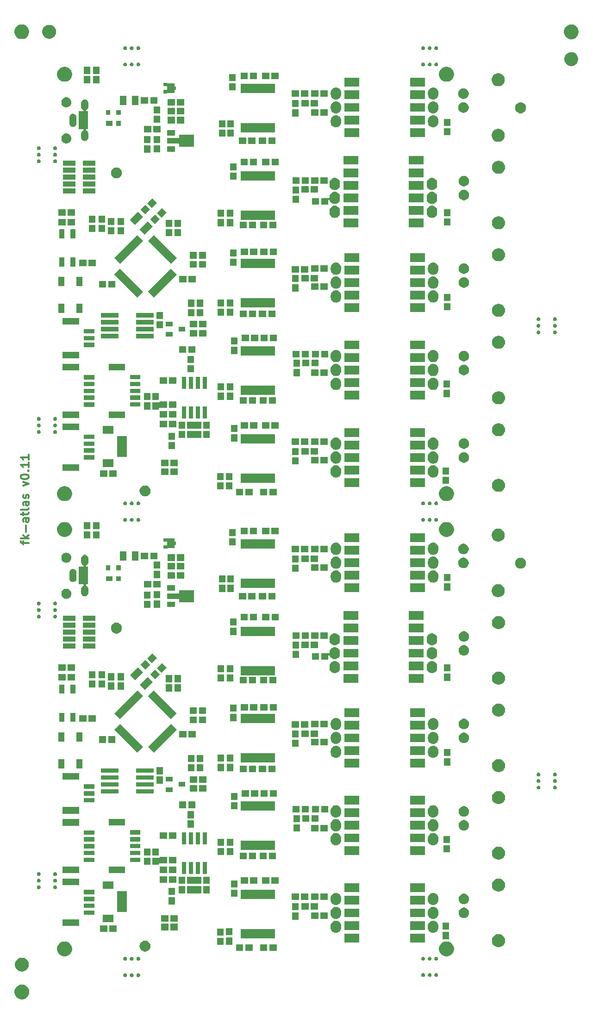
<source format=gbr>
G04 #@! TF.GenerationSoftware,KiCad,Pcbnew,(5.0.0)*
G04 #@! TF.CreationDate,2019-01-07T10:47:40-06:00*
G04 #@! TF.ProjectId,fk-atlas-v0.11-01x02,666B2D61746C61732D76302E31312D30,0.1*
G04 #@! TF.SameCoordinates,Original*
G04 #@! TF.FileFunction,Soldermask,Top*
G04 #@! TF.FilePolarity,Negative*
%FSLAX46Y46*%
G04 Gerber Fmt 4.6, Leading zero omitted, Abs format (unit mm)*
G04 Created by KiCad (PCBNEW (5.0.0)) date 01/07/19 10:47:40*
%MOMM*%
%LPD*%
G01*
G04 APERTURE LIST*
%ADD10C,0.300000*%
%ADD11C,0.100000*%
G04 APERTURE END LIST*
D10*
X178639971Y-192739400D02*
X178639971Y-192167971D01*
X179639971Y-192525114D02*
X178354257Y-192525114D01*
X178211400Y-192453685D01*
X178139971Y-192310828D01*
X178139971Y-192167971D01*
X179639971Y-191667971D02*
X178139971Y-191667971D01*
X179068542Y-191525114D02*
X179639971Y-191096542D01*
X178639971Y-191096542D02*
X179211400Y-191667971D01*
X179068542Y-190453685D02*
X179068542Y-189310828D01*
X179639971Y-187953685D02*
X178854257Y-187953685D01*
X178711400Y-188025114D01*
X178639971Y-188167971D01*
X178639971Y-188453685D01*
X178711400Y-188596542D01*
X179568542Y-187953685D02*
X179639971Y-188096542D01*
X179639971Y-188453685D01*
X179568542Y-188596542D01*
X179425685Y-188667971D01*
X179282828Y-188667971D01*
X179139971Y-188596542D01*
X179068542Y-188453685D01*
X179068542Y-188096542D01*
X178997114Y-187953685D01*
X178639971Y-187453685D02*
X178639971Y-186882257D01*
X178139971Y-187239400D02*
X179425685Y-187239400D01*
X179568542Y-187167971D01*
X179639971Y-187025114D01*
X179639971Y-186882257D01*
X179639971Y-186167971D02*
X179568542Y-186310828D01*
X179425685Y-186382257D01*
X178139971Y-186382257D01*
X179639971Y-184953685D02*
X178854257Y-184953685D01*
X178711400Y-185025114D01*
X178639971Y-185167971D01*
X178639971Y-185453685D01*
X178711400Y-185596542D01*
X179568542Y-184953685D02*
X179639971Y-185096542D01*
X179639971Y-185453685D01*
X179568542Y-185596542D01*
X179425685Y-185667971D01*
X179282828Y-185667971D01*
X179139971Y-185596542D01*
X179068542Y-185453685D01*
X179068542Y-185096542D01*
X178997114Y-184953685D01*
X179568542Y-184310828D02*
X179639971Y-184167971D01*
X179639971Y-183882257D01*
X179568542Y-183739400D01*
X179425685Y-183667971D01*
X179354257Y-183667971D01*
X179211400Y-183739400D01*
X179139971Y-183882257D01*
X179139971Y-184096542D01*
X179068542Y-184239400D01*
X178925685Y-184310828D01*
X178854257Y-184310828D01*
X178711400Y-184239400D01*
X178639971Y-184096542D01*
X178639971Y-183882257D01*
X178711400Y-183739400D01*
X178639971Y-182025114D02*
X179639971Y-181667971D01*
X178639971Y-181310828D01*
X178139971Y-180453685D02*
X178139971Y-180310828D01*
X178211400Y-180167971D01*
X178282828Y-180096542D01*
X178425685Y-180025114D01*
X178711400Y-179953685D01*
X179068542Y-179953685D01*
X179354257Y-180025114D01*
X179497114Y-180096542D01*
X179568542Y-180167971D01*
X179639971Y-180310828D01*
X179639971Y-180453685D01*
X179568542Y-180596542D01*
X179497114Y-180667971D01*
X179354257Y-180739400D01*
X179068542Y-180810828D01*
X178711400Y-180810828D01*
X178425685Y-180739400D01*
X178282828Y-180667971D01*
X178211400Y-180596542D01*
X178139971Y-180453685D01*
X179497114Y-179310828D02*
X179568542Y-179239400D01*
X179639971Y-179310828D01*
X179568542Y-179382257D01*
X179497114Y-179310828D01*
X179639971Y-179310828D01*
X179639971Y-177810828D02*
X179639971Y-178667971D01*
X179639971Y-178239400D02*
X178139971Y-178239400D01*
X178354257Y-178382257D01*
X178497114Y-178525114D01*
X178568542Y-178667971D01*
X179639971Y-176382257D02*
X179639971Y-177239400D01*
X179639971Y-176810828D02*
X178139971Y-176810828D01*
X178354257Y-176953685D01*
X178497114Y-177096542D01*
X178568542Y-177239400D01*
D11*
G36*
X178765178Y-273321279D02*
X179010866Y-273423046D01*
X179231978Y-273570789D01*
X179420011Y-273758822D01*
X179567754Y-273979934D01*
X179669521Y-274225622D01*
X179721400Y-274486435D01*
X179721400Y-274752365D01*
X179669521Y-275013178D01*
X179567754Y-275258866D01*
X179420011Y-275479978D01*
X179231978Y-275668011D01*
X179010866Y-275815754D01*
X178765178Y-275917521D01*
X178504365Y-275969400D01*
X178238435Y-275969400D01*
X177977622Y-275917521D01*
X177731934Y-275815754D01*
X177510822Y-275668011D01*
X177322789Y-275479978D01*
X177175046Y-275258866D01*
X177073279Y-275013178D01*
X177021400Y-274752365D01*
X177021400Y-274486435D01*
X177073279Y-274225622D01*
X177175046Y-273979934D01*
X177322789Y-273758822D01*
X177510822Y-273570789D01*
X177731934Y-273423046D01*
X177977622Y-273321279D01*
X178238435Y-273269400D01*
X178504365Y-273269400D01*
X178765178Y-273321279D01*
X178765178Y-273321279D01*
G37*
G36*
X199702777Y-271202763D02*
X199753491Y-271212850D01*
X199817187Y-271239234D01*
X199874512Y-271277537D01*
X199923263Y-271326288D01*
X199961566Y-271383613D01*
X199987950Y-271447309D01*
X200001400Y-271514928D01*
X200001400Y-271583872D01*
X199987950Y-271651491D01*
X199961566Y-271715187D01*
X199923263Y-271772512D01*
X199874512Y-271821263D01*
X199817187Y-271859566D01*
X199753491Y-271885950D01*
X199702777Y-271896037D01*
X199685873Y-271899400D01*
X199616927Y-271899400D01*
X199600023Y-271896037D01*
X199549309Y-271885950D01*
X199485613Y-271859566D01*
X199428288Y-271821263D01*
X199379537Y-271772512D01*
X199341234Y-271715187D01*
X199314850Y-271651491D01*
X199301400Y-271583872D01*
X199301400Y-271514928D01*
X199314850Y-271447309D01*
X199341234Y-271383613D01*
X199379537Y-271326288D01*
X199428288Y-271277537D01*
X199485613Y-271239234D01*
X199549309Y-271212850D01*
X199600023Y-271202763D01*
X199616927Y-271199400D01*
X199685873Y-271199400D01*
X199702777Y-271202763D01*
X199702777Y-271202763D01*
G37*
G36*
X198502777Y-271202763D02*
X198553491Y-271212850D01*
X198617187Y-271239234D01*
X198674512Y-271277537D01*
X198723263Y-271326288D01*
X198761566Y-271383613D01*
X198787950Y-271447309D01*
X198801400Y-271514928D01*
X198801400Y-271583872D01*
X198787950Y-271651491D01*
X198761566Y-271715187D01*
X198723263Y-271772512D01*
X198674512Y-271821263D01*
X198617187Y-271859566D01*
X198553491Y-271885950D01*
X198502777Y-271896037D01*
X198485873Y-271899400D01*
X198416927Y-271899400D01*
X198400023Y-271896037D01*
X198349309Y-271885950D01*
X198285613Y-271859566D01*
X198228288Y-271821263D01*
X198179537Y-271772512D01*
X198141234Y-271715187D01*
X198114850Y-271651491D01*
X198101400Y-271583872D01*
X198101400Y-271514928D01*
X198114850Y-271447309D01*
X198141234Y-271383613D01*
X198179537Y-271326288D01*
X198228288Y-271277537D01*
X198285613Y-271239234D01*
X198349309Y-271212850D01*
X198400023Y-271202763D01*
X198416927Y-271199400D01*
X198485873Y-271199400D01*
X198502777Y-271202763D01*
X198502777Y-271202763D01*
G37*
G36*
X197302777Y-271202763D02*
X197353491Y-271212850D01*
X197417187Y-271239234D01*
X197474512Y-271277537D01*
X197523263Y-271326288D01*
X197561566Y-271383613D01*
X197587950Y-271447309D01*
X197601400Y-271514928D01*
X197601400Y-271583872D01*
X197587950Y-271651491D01*
X197561566Y-271715187D01*
X197523263Y-271772512D01*
X197474512Y-271821263D01*
X197417187Y-271859566D01*
X197353491Y-271885950D01*
X197302777Y-271896037D01*
X197285873Y-271899400D01*
X197216927Y-271899400D01*
X197200023Y-271896037D01*
X197149309Y-271885950D01*
X197085613Y-271859566D01*
X197028288Y-271821263D01*
X196979537Y-271772512D01*
X196941234Y-271715187D01*
X196914850Y-271651491D01*
X196901400Y-271583872D01*
X196901400Y-271514928D01*
X196914850Y-271447309D01*
X196941234Y-271383613D01*
X196979537Y-271326288D01*
X197028288Y-271277537D01*
X197085613Y-271239234D01*
X197149309Y-271212850D01*
X197200023Y-271202763D01*
X197216927Y-271199400D01*
X197285873Y-271199400D01*
X197302777Y-271202763D01*
X197302777Y-271202763D01*
G37*
G36*
X251802777Y-271172763D02*
X251853491Y-271182850D01*
X251917187Y-271209234D01*
X251974512Y-271247537D01*
X252023263Y-271296288D01*
X252061566Y-271353613D01*
X252087950Y-271417309D01*
X252101400Y-271484928D01*
X252101400Y-271553872D01*
X252087950Y-271621491D01*
X252061566Y-271685187D01*
X252023263Y-271742512D01*
X251974512Y-271791263D01*
X251917187Y-271829566D01*
X251853491Y-271855950D01*
X251802777Y-271866038D01*
X251785873Y-271869400D01*
X251716927Y-271869400D01*
X251700023Y-271866038D01*
X251649309Y-271855950D01*
X251585613Y-271829566D01*
X251528288Y-271791263D01*
X251479537Y-271742512D01*
X251441234Y-271685187D01*
X251414850Y-271621491D01*
X251401400Y-271553872D01*
X251401400Y-271484928D01*
X251414850Y-271417309D01*
X251441234Y-271353613D01*
X251479537Y-271296288D01*
X251528288Y-271247537D01*
X251585613Y-271209234D01*
X251649309Y-271182850D01*
X251700023Y-271172763D01*
X251716927Y-271169400D01*
X251785873Y-271169400D01*
X251802777Y-271172763D01*
X251802777Y-271172763D01*
G37*
G36*
X254202777Y-271172763D02*
X254253491Y-271182850D01*
X254317187Y-271209234D01*
X254374512Y-271247537D01*
X254423263Y-271296288D01*
X254461566Y-271353613D01*
X254487950Y-271417309D01*
X254501400Y-271484928D01*
X254501400Y-271553872D01*
X254487950Y-271621491D01*
X254461566Y-271685187D01*
X254423263Y-271742512D01*
X254374512Y-271791263D01*
X254317187Y-271829566D01*
X254253491Y-271855950D01*
X254202777Y-271866038D01*
X254185873Y-271869400D01*
X254116927Y-271869400D01*
X254100023Y-271866038D01*
X254049309Y-271855950D01*
X253985613Y-271829566D01*
X253928288Y-271791263D01*
X253879537Y-271742512D01*
X253841234Y-271685187D01*
X253814850Y-271621491D01*
X253801400Y-271553872D01*
X253801400Y-271484928D01*
X253814850Y-271417309D01*
X253841234Y-271353613D01*
X253879537Y-271296288D01*
X253928288Y-271247537D01*
X253985613Y-271209234D01*
X254049309Y-271182850D01*
X254100023Y-271172763D01*
X254116927Y-271169400D01*
X254185873Y-271169400D01*
X254202777Y-271172763D01*
X254202777Y-271172763D01*
G37*
G36*
X253002777Y-271172763D02*
X253053491Y-271182850D01*
X253117187Y-271209234D01*
X253174512Y-271247537D01*
X253223263Y-271296288D01*
X253261566Y-271353613D01*
X253287950Y-271417309D01*
X253301400Y-271484928D01*
X253301400Y-271553872D01*
X253287950Y-271621491D01*
X253261566Y-271685187D01*
X253223263Y-271742512D01*
X253174512Y-271791263D01*
X253117187Y-271829566D01*
X253053491Y-271855950D01*
X253002777Y-271866038D01*
X252985873Y-271869400D01*
X252916927Y-271869400D01*
X252900023Y-271866038D01*
X252849309Y-271855950D01*
X252785613Y-271829566D01*
X252728288Y-271791263D01*
X252679537Y-271742512D01*
X252641234Y-271685187D01*
X252614850Y-271621491D01*
X252601400Y-271553872D01*
X252601400Y-271484928D01*
X252614850Y-271417309D01*
X252641234Y-271353613D01*
X252679537Y-271296288D01*
X252728288Y-271247537D01*
X252785613Y-271209234D01*
X252849309Y-271182850D01*
X252900023Y-271172763D01*
X252916927Y-271169400D01*
X252985873Y-271169400D01*
X253002777Y-271172763D01*
X253002777Y-271172763D01*
G37*
G36*
X178609164Y-268363802D02*
X178731845Y-268388205D01*
X178962971Y-268483941D01*
X179170981Y-268622929D01*
X179347871Y-268799819D01*
X179347873Y-268799822D01*
X179486859Y-269007829D01*
X179582595Y-269238955D01*
X179631400Y-269484316D01*
X179631400Y-269734484D01*
X179582595Y-269979845D01*
X179486859Y-270210971D01*
X179347871Y-270418981D01*
X179170981Y-270595871D01*
X179170978Y-270595873D01*
X178962971Y-270734859D01*
X178731845Y-270830595D01*
X178609164Y-270854998D01*
X178486486Y-270879400D01*
X178236314Y-270879400D01*
X178113636Y-270854998D01*
X177990955Y-270830595D01*
X177759829Y-270734859D01*
X177551822Y-270595873D01*
X177551819Y-270595871D01*
X177374929Y-270418981D01*
X177235941Y-270210971D01*
X177140205Y-269979845D01*
X177091400Y-269734484D01*
X177091400Y-269484316D01*
X177140205Y-269238955D01*
X177235941Y-269007829D01*
X177374927Y-268799822D01*
X177374929Y-268799819D01*
X177551819Y-268622929D01*
X177759829Y-268483941D01*
X177990955Y-268388205D01*
X178113636Y-268363802D01*
X178236314Y-268339400D01*
X178486486Y-268339400D01*
X178609164Y-268363802D01*
X178609164Y-268363802D01*
G37*
G36*
X197302777Y-268202763D02*
X197353491Y-268212850D01*
X197417187Y-268239234D01*
X197474512Y-268277537D01*
X197523263Y-268326288D01*
X197561566Y-268383613D01*
X197587950Y-268447309D01*
X197601400Y-268514928D01*
X197601400Y-268583872D01*
X197587950Y-268651491D01*
X197561566Y-268715187D01*
X197523263Y-268772512D01*
X197474512Y-268821263D01*
X197417187Y-268859566D01*
X197353491Y-268885950D01*
X197302777Y-268896038D01*
X197285873Y-268899400D01*
X197216927Y-268899400D01*
X197200023Y-268896038D01*
X197149309Y-268885950D01*
X197085613Y-268859566D01*
X197028288Y-268821263D01*
X196979537Y-268772512D01*
X196941234Y-268715187D01*
X196914850Y-268651491D01*
X196901400Y-268583872D01*
X196901400Y-268514928D01*
X196914850Y-268447309D01*
X196941234Y-268383613D01*
X196979537Y-268326288D01*
X197028288Y-268277537D01*
X197085613Y-268239234D01*
X197149309Y-268212850D01*
X197200023Y-268202763D01*
X197216927Y-268199400D01*
X197285873Y-268199400D01*
X197302777Y-268202763D01*
X197302777Y-268202763D01*
G37*
G36*
X199702777Y-268202763D02*
X199753491Y-268212850D01*
X199817187Y-268239234D01*
X199874512Y-268277537D01*
X199923263Y-268326288D01*
X199961566Y-268383613D01*
X199987950Y-268447309D01*
X200001400Y-268514928D01*
X200001400Y-268583872D01*
X199987950Y-268651491D01*
X199961566Y-268715187D01*
X199923263Y-268772512D01*
X199874512Y-268821263D01*
X199817187Y-268859566D01*
X199753491Y-268885950D01*
X199702777Y-268896038D01*
X199685873Y-268899400D01*
X199616927Y-268899400D01*
X199600023Y-268896038D01*
X199549309Y-268885950D01*
X199485613Y-268859566D01*
X199428288Y-268821263D01*
X199379537Y-268772512D01*
X199341234Y-268715187D01*
X199314850Y-268651491D01*
X199301400Y-268583872D01*
X199301400Y-268514928D01*
X199314850Y-268447309D01*
X199341234Y-268383613D01*
X199379537Y-268326288D01*
X199428288Y-268277537D01*
X199485613Y-268239234D01*
X199549309Y-268212850D01*
X199600023Y-268202763D01*
X199616927Y-268199400D01*
X199685873Y-268199400D01*
X199702777Y-268202763D01*
X199702777Y-268202763D01*
G37*
G36*
X198502777Y-268202763D02*
X198553491Y-268212850D01*
X198617187Y-268239234D01*
X198674512Y-268277537D01*
X198723263Y-268326288D01*
X198761566Y-268383613D01*
X198787950Y-268447309D01*
X198801400Y-268514928D01*
X198801400Y-268583872D01*
X198787950Y-268651491D01*
X198761566Y-268715187D01*
X198723263Y-268772512D01*
X198674512Y-268821263D01*
X198617187Y-268859566D01*
X198553491Y-268885950D01*
X198502777Y-268896038D01*
X198485873Y-268899400D01*
X198416927Y-268899400D01*
X198400023Y-268896038D01*
X198349309Y-268885950D01*
X198285613Y-268859566D01*
X198228288Y-268821263D01*
X198179537Y-268772512D01*
X198141234Y-268715187D01*
X198114850Y-268651491D01*
X198101400Y-268583872D01*
X198101400Y-268514928D01*
X198114850Y-268447309D01*
X198141234Y-268383613D01*
X198179537Y-268326288D01*
X198228288Y-268277537D01*
X198285613Y-268239234D01*
X198349309Y-268212850D01*
X198400023Y-268202763D01*
X198416927Y-268199400D01*
X198485873Y-268199400D01*
X198502777Y-268202763D01*
X198502777Y-268202763D01*
G37*
G36*
X254202777Y-268172763D02*
X254253491Y-268182850D01*
X254317187Y-268209234D01*
X254374512Y-268247537D01*
X254423263Y-268296288D01*
X254461566Y-268353613D01*
X254487950Y-268417309D01*
X254501400Y-268484928D01*
X254501400Y-268553872D01*
X254487950Y-268621491D01*
X254461566Y-268685187D01*
X254423263Y-268742512D01*
X254374512Y-268791263D01*
X254317187Y-268829566D01*
X254253491Y-268855950D01*
X254202777Y-268866038D01*
X254185873Y-268869400D01*
X254116927Y-268869400D01*
X254100023Y-268866038D01*
X254049309Y-268855950D01*
X253985613Y-268829566D01*
X253928288Y-268791263D01*
X253879537Y-268742512D01*
X253841234Y-268685187D01*
X253814850Y-268621491D01*
X253801400Y-268553872D01*
X253801400Y-268484928D01*
X253814850Y-268417309D01*
X253841234Y-268353613D01*
X253879537Y-268296288D01*
X253928288Y-268247537D01*
X253985613Y-268209234D01*
X254049309Y-268182850D01*
X254100023Y-268172763D01*
X254116927Y-268169400D01*
X254185873Y-268169400D01*
X254202777Y-268172763D01*
X254202777Y-268172763D01*
G37*
G36*
X253002777Y-268172763D02*
X253053491Y-268182850D01*
X253117187Y-268209234D01*
X253174512Y-268247537D01*
X253223263Y-268296288D01*
X253261566Y-268353613D01*
X253287950Y-268417309D01*
X253301400Y-268484928D01*
X253301400Y-268553872D01*
X253287950Y-268621491D01*
X253261566Y-268685187D01*
X253223263Y-268742512D01*
X253174512Y-268791263D01*
X253117187Y-268829566D01*
X253053491Y-268855950D01*
X253002777Y-268866038D01*
X252985873Y-268869400D01*
X252916927Y-268869400D01*
X252900023Y-268866038D01*
X252849309Y-268855950D01*
X252785613Y-268829566D01*
X252728288Y-268791263D01*
X252679537Y-268742512D01*
X252641234Y-268685187D01*
X252614850Y-268621491D01*
X252601400Y-268553872D01*
X252601400Y-268484928D01*
X252614850Y-268417309D01*
X252641234Y-268353613D01*
X252679537Y-268296288D01*
X252728288Y-268247537D01*
X252785613Y-268209234D01*
X252849309Y-268182850D01*
X252900023Y-268172763D01*
X252916927Y-268169400D01*
X252985873Y-268169400D01*
X253002777Y-268172763D01*
X253002777Y-268172763D01*
G37*
G36*
X251802777Y-268172763D02*
X251853491Y-268182850D01*
X251917187Y-268209234D01*
X251974512Y-268247537D01*
X252023263Y-268296288D01*
X252061566Y-268353613D01*
X252087950Y-268417309D01*
X252101400Y-268484928D01*
X252101400Y-268553872D01*
X252087950Y-268621491D01*
X252061566Y-268685187D01*
X252023263Y-268742512D01*
X251974512Y-268791263D01*
X251917187Y-268829566D01*
X251853491Y-268855950D01*
X251802777Y-268866038D01*
X251785873Y-268869400D01*
X251716927Y-268869400D01*
X251700023Y-268866038D01*
X251649309Y-268855950D01*
X251585613Y-268829566D01*
X251528288Y-268791263D01*
X251479537Y-268742512D01*
X251441234Y-268685187D01*
X251414850Y-268621491D01*
X251401400Y-268553872D01*
X251401400Y-268484928D01*
X251414850Y-268417309D01*
X251441234Y-268353613D01*
X251479537Y-268296288D01*
X251528288Y-268247537D01*
X251585613Y-268209234D01*
X251649309Y-268182850D01*
X251700023Y-268172763D01*
X251716927Y-268169400D01*
X251785873Y-268169400D01*
X251802777Y-268172763D01*
X251802777Y-268172763D01*
G37*
G36*
X186586014Y-265432048D02*
X186835337Y-265535321D01*
X187059727Y-265685253D01*
X187250547Y-265876073D01*
X187400479Y-266100463D01*
X187503752Y-266349786D01*
X187556400Y-266614465D01*
X187556400Y-266884335D01*
X187503752Y-267149014D01*
X187400479Y-267398337D01*
X187250547Y-267622727D01*
X187059727Y-267813547D01*
X186835337Y-267963479D01*
X186586014Y-268066752D01*
X186321335Y-268119400D01*
X186051465Y-268119400D01*
X185786786Y-268066752D01*
X185537463Y-267963479D01*
X185313073Y-267813547D01*
X185122253Y-267622727D01*
X184972321Y-267398337D01*
X184869048Y-267149014D01*
X184816400Y-266884335D01*
X184816400Y-266614465D01*
X184869048Y-266349786D01*
X184972321Y-266100463D01*
X185122253Y-265876073D01*
X185313073Y-265685253D01*
X185537463Y-265535321D01*
X185786786Y-265432048D01*
X186051465Y-265379400D01*
X186321335Y-265379400D01*
X186586014Y-265432048D01*
X186586014Y-265432048D01*
G37*
G36*
X256436014Y-265432048D02*
X256685337Y-265535321D01*
X256909727Y-265685253D01*
X257100547Y-265876073D01*
X257250479Y-266100463D01*
X257353752Y-266349786D01*
X257406400Y-266614465D01*
X257406400Y-266884335D01*
X257353752Y-267149014D01*
X257250479Y-267398337D01*
X257100547Y-267622727D01*
X256909727Y-267813547D01*
X256685337Y-267963479D01*
X256436014Y-268066752D01*
X256171335Y-268119400D01*
X255901465Y-268119400D01*
X255636786Y-268066752D01*
X255387463Y-267963479D01*
X255163073Y-267813547D01*
X254972253Y-267622727D01*
X254822321Y-267398337D01*
X254719048Y-267149014D01*
X254666400Y-266884335D01*
X254666400Y-266614465D01*
X254719048Y-266349786D01*
X254822321Y-266100463D01*
X254972253Y-265876073D01*
X255163073Y-265685253D01*
X255387463Y-265535321D01*
X255636786Y-265432048D01*
X255901465Y-265379400D01*
X256171335Y-265379400D01*
X256436014Y-265432048D01*
X256436014Y-265432048D01*
G37*
G36*
X201068770Y-265256772D02*
X201184689Y-265279829D01*
X201366678Y-265355211D01*
X201530463Y-265464649D01*
X201669751Y-265603937D01*
X201779189Y-265767722D01*
X201854571Y-265949711D01*
X201862655Y-265990355D01*
X201893000Y-266142907D01*
X201893000Y-266339893D01*
X201885164Y-266379285D01*
X201854571Y-266533089D01*
X201779189Y-266715078D01*
X201669751Y-266878863D01*
X201530463Y-267018151D01*
X201366678Y-267127589D01*
X201184689Y-267202971D01*
X201068770Y-267226028D01*
X200991493Y-267241400D01*
X200794507Y-267241400D01*
X200717230Y-267226028D01*
X200601311Y-267202971D01*
X200419322Y-267127589D01*
X200255537Y-267018151D01*
X200116249Y-266878863D01*
X200006811Y-266715078D01*
X199931429Y-266533089D01*
X199900836Y-266379285D01*
X199893000Y-266339893D01*
X199893000Y-266142907D01*
X199923345Y-265990355D01*
X199931429Y-265949711D01*
X200006811Y-265767722D01*
X200116249Y-265603937D01*
X200255537Y-265464649D01*
X200419322Y-265355211D01*
X200601311Y-265279829D01*
X200717230Y-265256772D01*
X200794507Y-265241400D01*
X200991493Y-265241400D01*
X201068770Y-265256772D01*
X201068770Y-265256772D01*
G37*
G36*
X218858900Y-267087400D02*
X217558900Y-267087400D01*
X217558900Y-265887400D01*
X218858900Y-265887400D01*
X218858900Y-267087400D01*
X218858900Y-267087400D01*
G37*
G36*
X220558900Y-267087400D02*
X219258900Y-267087400D01*
X219258900Y-265887400D01*
X220558900Y-265887400D01*
X220558900Y-267087400D01*
X220558900Y-267087400D01*
G37*
G36*
X223260900Y-267087400D02*
X221960900Y-267087400D01*
X221960900Y-265887400D01*
X223260900Y-265887400D01*
X223260900Y-267087400D01*
X223260900Y-267087400D01*
G37*
G36*
X224960900Y-267087400D02*
X223660900Y-267087400D01*
X223660900Y-265887400D01*
X224960900Y-265887400D01*
X224960900Y-267087400D01*
X224960900Y-267087400D01*
G37*
G36*
X265895426Y-264071515D02*
X266113812Y-264161973D01*
X266310358Y-264293301D01*
X266477499Y-264460442D01*
X266608827Y-264656988D01*
X266699285Y-264875374D01*
X266745400Y-265107209D01*
X266745400Y-265343591D01*
X266699285Y-265575426D01*
X266608827Y-265793812D01*
X266477499Y-265990358D01*
X266310358Y-266157499D01*
X266113812Y-266288827D01*
X265895426Y-266379285D01*
X265663591Y-266425400D01*
X265427209Y-266425400D01*
X265195374Y-266379285D01*
X264976988Y-266288827D01*
X264780442Y-266157499D01*
X264613301Y-265990358D01*
X264481973Y-265793812D01*
X264391515Y-265575426D01*
X264345400Y-265343591D01*
X264345400Y-265107209D01*
X264391515Y-264875374D01*
X264481973Y-264656988D01*
X264613301Y-264460442D01*
X264780442Y-264293301D01*
X264976988Y-264161973D01*
X265195374Y-264071515D01*
X265427209Y-264025400D01*
X265663591Y-264025400D01*
X265895426Y-264071515D01*
X265895426Y-264071515D01*
G37*
G36*
X215234400Y-266002400D02*
X214034400Y-266002400D01*
X214034400Y-264702400D01*
X215234400Y-264702400D01*
X215234400Y-266002400D01*
X215234400Y-266002400D01*
G37*
G36*
X216885400Y-265963400D02*
X215685400Y-265963400D01*
X215685400Y-264663400D01*
X216885400Y-264663400D01*
X216885400Y-265963400D01*
X216885400Y-265963400D01*
G37*
G36*
X240083400Y-265559400D02*
X237383400Y-265559400D01*
X237383400Y-263959400D01*
X240083400Y-263959400D01*
X240083400Y-265559400D01*
X240083400Y-265559400D01*
G37*
G36*
X252083400Y-265559400D02*
X249383400Y-265559400D01*
X249383400Y-263959400D01*
X252083400Y-263959400D01*
X252083400Y-265559400D01*
X252083400Y-265559400D01*
G37*
G36*
X256509400Y-264947400D02*
X255309400Y-264947400D01*
X255309400Y-263647400D01*
X256509400Y-263647400D01*
X256509400Y-264947400D01*
X256509400Y-264947400D01*
G37*
G36*
X224688000Y-264817200D02*
X218388000Y-264817200D01*
X218388000Y-263117200D01*
X224688000Y-263117200D01*
X224688000Y-264817200D01*
X224688000Y-264817200D01*
G37*
G36*
X215234400Y-264302400D02*
X214034400Y-264302400D01*
X214034400Y-263002400D01*
X215234400Y-263002400D01*
X215234400Y-264302400D01*
X215234400Y-264302400D01*
G37*
G36*
X216885400Y-264263400D02*
X215685400Y-264263400D01*
X215685400Y-262963400D01*
X216885400Y-262963400D01*
X216885400Y-264263400D01*
X216885400Y-264263400D01*
G37*
G36*
X235995419Y-261591330D02*
X236177057Y-261646430D01*
X236344458Y-261735907D01*
X236491185Y-261856323D01*
X236611599Y-262003048D01*
X236701078Y-262170452D01*
X236756178Y-262352088D01*
X236770120Y-262493650D01*
X236770120Y-262893125D01*
X236756178Y-263034687D01*
X236701078Y-263216325D01*
X236611601Y-263383726D01*
X236491185Y-263530453D01*
X236344460Y-263650867D01*
X236177056Y-263740346D01*
X235995420Y-263795446D01*
X235806520Y-263814050D01*
X235617621Y-263795446D01*
X235435985Y-263740346D01*
X235268581Y-263650867D01*
X235121856Y-263530453D01*
X235001441Y-263383727D01*
X234982826Y-263348900D01*
X234911963Y-263216326D01*
X234911962Y-263216324D01*
X234856862Y-263034688D01*
X234842920Y-262893126D01*
X234842920Y-262493651D01*
X234856862Y-262352089D01*
X234911962Y-262170451D01*
X235001439Y-262003050D01*
X235121855Y-261856323D01*
X235268580Y-261735909D01*
X235435984Y-261646430D01*
X235617620Y-261591330D01*
X235806520Y-261572726D01*
X235995419Y-261591330D01*
X235995419Y-261591330D01*
G37*
G36*
X253775419Y-261591330D02*
X253957057Y-261646430D01*
X254124458Y-261735907D01*
X254271185Y-261856323D01*
X254391599Y-262003048D01*
X254481078Y-262170452D01*
X254536178Y-262352088D01*
X254550120Y-262493650D01*
X254550120Y-262893125D01*
X254536178Y-263034687D01*
X254481078Y-263216325D01*
X254391601Y-263383726D01*
X254271185Y-263530453D01*
X254124460Y-263650867D01*
X253957056Y-263740346D01*
X253775420Y-263795446D01*
X253586520Y-263814050D01*
X253397621Y-263795446D01*
X253215985Y-263740346D01*
X253048581Y-263650867D01*
X252901856Y-263530453D01*
X252781441Y-263383727D01*
X252762826Y-263348900D01*
X252691963Y-263216326D01*
X252691962Y-263216324D01*
X252636862Y-263034688D01*
X252622920Y-262893126D01*
X252622920Y-262493651D01*
X252636862Y-262352089D01*
X252691962Y-262170451D01*
X252781439Y-262003050D01*
X252901855Y-261856323D01*
X253048580Y-261735909D01*
X253215984Y-261646430D01*
X253397620Y-261591330D01*
X253586520Y-261572726D01*
X253775419Y-261591330D01*
X253775419Y-261591330D01*
G37*
G36*
X193987400Y-263666400D02*
X192687400Y-263666400D01*
X192687400Y-262466400D01*
X193987400Y-262466400D01*
X193987400Y-263666400D01*
X193987400Y-263666400D01*
G37*
G36*
X195687400Y-263666400D02*
X194387400Y-263666400D01*
X194387400Y-262466400D01*
X195687400Y-262466400D01*
X195687400Y-263666400D01*
X195687400Y-263666400D01*
G37*
G36*
X206863400Y-263348900D02*
X205563400Y-263348900D01*
X205563400Y-262148900D01*
X206863400Y-262148900D01*
X206863400Y-263348900D01*
X206863400Y-263348900D01*
G37*
G36*
X205163400Y-263348900D02*
X203863400Y-263348900D01*
X203863400Y-262148900D01*
X205163400Y-262148900D01*
X205163400Y-263348900D01*
X205163400Y-263348900D01*
G37*
G36*
X252083400Y-263259400D02*
X249383400Y-263259400D01*
X249383400Y-261659400D01*
X252083400Y-261659400D01*
X252083400Y-263259400D01*
X252083400Y-263259400D01*
G37*
G36*
X240083400Y-263259400D02*
X237383400Y-263259400D01*
X237383400Y-261659400D01*
X240083400Y-261659400D01*
X240083400Y-263259400D01*
X240083400Y-263259400D01*
G37*
G36*
X256509400Y-263247400D02*
X255309400Y-263247400D01*
X255309400Y-261947400D01*
X256509400Y-261947400D01*
X256509400Y-263247400D01*
X256509400Y-263247400D01*
G37*
G36*
X188826400Y-262565400D02*
X185826400Y-262565400D01*
X185826400Y-261365400D01*
X188826400Y-261365400D01*
X188826400Y-262565400D01*
X188826400Y-262565400D01*
G37*
G36*
X195130400Y-261863400D02*
X193130400Y-261863400D01*
X193130400Y-260463400D01*
X195130400Y-260463400D01*
X195130400Y-261863400D01*
X195130400Y-261863400D01*
G37*
G36*
X205163400Y-261761400D02*
X203863400Y-261761400D01*
X203863400Y-260561400D01*
X205163400Y-260561400D01*
X205163400Y-261761400D01*
X205163400Y-261761400D01*
G37*
G36*
X206863400Y-261761400D02*
X205563400Y-261761400D01*
X205563400Y-260561400D01*
X206863400Y-260561400D01*
X206863400Y-261761400D01*
X206863400Y-261761400D01*
G37*
G36*
X228950400Y-261391400D02*
X227750400Y-261391400D01*
X227750400Y-260091400D01*
X228950400Y-260091400D01*
X228950400Y-261391400D01*
X228950400Y-261391400D01*
G37*
G36*
X253775419Y-259051330D02*
X253957057Y-259106430D01*
X254124458Y-259195907D01*
X254271185Y-259316323D01*
X254391599Y-259463048D01*
X254481078Y-259630452D01*
X254536178Y-259812088D01*
X254550120Y-259953650D01*
X254550120Y-260353125D01*
X254536178Y-260494687D01*
X254481078Y-260676325D01*
X254391601Y-260843726D01*
X254271185Y-260990453D01*
X254124460Y-261110867D01*
X253957056Y-261200346D01*
X253775420Y-261255446D01*
X253586520Y-261274050D01*
X253397621Y-261255446D01*
X253215985Y-261200346D01*
X253048581Y-261110867D01*
X252901856Y-260990453D01*
X252781441Y-260843727D01*
X252736506Y-260759659D01*
X252691963Y-260676326D01*
X252691962Y-260676324D01*
X252636862Y-260494688D01*
X252622920Y-260353126D01*
X252622920Y-259953651D01*
X252636862Y-259812089D01*
X252691962Y-259630451D01*
X252781439Y-259463050D01*
X252901855Y-259316323D01*
X253048580Y-259195909D01*
X253215984Y-259106430D01*
X253397620Y-259051330D01*
X253586520Y-259032726D01*
X253775419Y-259051330D01*
X253775419Y-259051330D01*
G37*
G36*
X235995419Y-259051330D02*
X236177057Y-259106430D01*
X236344458Y-259195907D01*
X236491185Y-259316323D01*
X236611599Y-259463048D01*
X236701078Y-259630452D01*
X236756178Y-259812088D01*
X236770120Y-259953650D01*
X236770120Y-260353125D01*
X236756178Y-260494687D01*
X236701078Y-260676325D01*
X236611601Y-260843726D01*
X236491185Y-260990453D01*
X236344460Y-261110867D01*
X236177056Y-261200346D01*
X235995420Y-261255446D01*
X235806520Y-261274050D01*
X235617621Y-261255446D01*
X235435985Y-261200346D01*
X235268581Y-261110867D01*
X235121856Y-260990453D01*
X235001441Y-260843727D01*
X234956506Y-260759659D01*
X234911963Y-260676326D01*
X234911962Y-260676324D01*
X234856862Y-260494688D01*
X234842920Y-260353126D01*
X234842920Y-259953651D01*
X234856862Y-259812089D01*
X234911962Y-259630451D01*
X235001439Y-259463050D01*
X235121855Y-259316323D01*
X235268580Y-259195909D01*
X235435984Y-259106430D01*
X235617620Y-259051330D01*
X235806520Y-259032726D01*
X235995419Y-259051330D01*
X235995419Y-259051330D01*
G37*
G36*
X232595400Y-261253400D02*
X231295400Y-261253400D01*
X231295400Y-260053400D01*
X232595400Y-260053400D01*
X232595400Y-261253400D01*
X232595400Y-261253400D01*
G37*
G36*
X234295400Y-261253400D02*
X232995400Y-261253400D01*
X232995400Y-260053400D01*
X234295400Y-260053400D01*
X234295400Y-261253400D01*
X234295400Y-261253400D01*
G37*
G36*
X259476472Y-259218831D02*
X259651835Y-259291468D01*
X259809662Y-259396925D01*
X259943875Y-259531138D01*
X260049332Y-259688965D01*
X260121969Y-259864328D01*
X260159000Y-260050494D01*
X260159000Y-260240306D01*
X260121969Y-260426472D01*
X260049332Y-260601835D01*
X259943875Y-260759662D01*
X259809662Y-260893875D01*
X259651835Y-260999332D01*
X259476472Y-261071969D01*
X259290306Y-261109000D01*
X259100494Y-261109000D01*
X258914328Y-261071969D01*
X258738965Y-260999332D01*
X258581138Y-260893875D01*
X258446925Y-260759662D01*
X258341468Y-260601835D01*
X258268831Y-260426472D01*
X258231800Y-260240306D01*
X258231800Y-260050494D01*
X258268831Y-259864328D01*
X258341468Y-259688965D01*
X258446925Y-259531138D01*
X258581138Y-259396925D01*
X258738965Y-259291468D01*
X258914328Y-259218831D01*
X259100494Y-259181800D01*
X259290306Y-259181800D01*
X259476472Y-259218831D01*
X259476472Y-259218831D01*
G37*
G36*
X252083400Y-260959400D02*
X249383400Y-260959400D01*
X249383400Y-259359400D01*
X252083400Y-259359400D01*
X252083400Y-260959400D01*
X252083400Y-260959400D01*
G37*
G36*
X240083400Y-260959400D02*
X237383400Y-260959400D01*
X237383400Y-259359400D01*
X240083400Y-259359400D01*
X240083400Y-260959400D01*
X240083400Y-260959400D01*
G37*
G36*
X191626400Y-260515400D02*
X189726400Y-260515400D01*
X189726400Y-259715400D01*
X191626400Y-259715400D01*
X191626400Y-260515400D01*
X191626400Y-260515400D01*
G37*
G36*
X197530400Y-260013400D02*
X195780400Y-260013400D01*
X195780400Y-256213400D01*
X197530400Y-256213400D01*
X197530400Y-260013400D01*
X197530400Y-260013400D01*
G37*
G36*
X228950400Y-259691400D02*
X227750400Y-259691400D01*
X227750400Y-258391400D01*
X228950400Y-258391400D01*
X228950400Y-259691400D01*
X228950400Y-259691400D01*
G37*
G36*
X230817400Y-259602400D02*
X229517400Y-259602400D01*
X229517400Y-258402400D01*
X230817400Y-258402400D01*
X230817400Y-259602400D01*
X230817400Y-259602400D01*
G37*
G36*
X232517400Y-259602400D02*
X231217400Y-259602400D01*
X231217400Y-258402400D01*
X232517400Y-258402400D01*
X232517400Y-259602400D01*
X232517400Y-259602400D01*
G37*
G36*
X191626400Y-259265400D02*
X189726400Y-259265400D01*
X189726400Y-258465400D01*
X191626400Y-258465400D01*
X191626400Y-259265400D01*
X191626400Y-259265400D01*
G37*
G36*
X253775419Y-256511330D02*
X253957057Y-256566430D01*
X254124458Y-256655907D01*
X254271185Y-256776323D01*
X254391599Y-256923048D01*
X254481078Y-257090452D01*
X254536178Y-257272088D01*
X254550120Y-257413650D01*
X254550120Y-257813125D01*
X254536178Y-257954687D01*
X254481078Y-258136325D01*
X254391601Y-258303726D01*
X254271185Y-258450453D01*
X254124460Y-258570867D01*
X253957056Y-258660346D01*
X253775420Y-258715446D01*
X253586520Y-258734050D01*
X253397621Y-258715446D01*
X253215985Y-258660346D01*
X253048581Y-258570867D01*
X252901856Y-258450453D01*
X252781441Y-258303727D01*
X252736506Y-258219659D01*
X252691963Y-258136326D01*
X252691962Y-258136324D01*
X252636862Y-257954688D01*
X252622920Y-257813126D01*
X252622920Y-257413651D01*
X252636862Y-257272089D01*
X252691962Y-257090451D01*
X252781439Y-256923050D01*
X252901855Y-256776323D01*
X253048580Y-256655909D01*
X253215984Y-256566430D01*
X253397620Y-256511330D01*
X253586520Y-256492726D01*
X253775419Y-256511330D01*
X253775419Y-256511330D01*
G37*
G36*
X235995419Y-256511330D02*
X236177057Y-256566430D01*
X236344458Y-256655907D01*
X236491185Y-256776323D01*
X236611599Y-256923048D01*
X236701078Y-257090452D01*
X236756178Y-257272088D01*
X236770120Y-257413650D01*
X236770120Y-257813125D01*
X236756178Y-257954687D01*
X236701078Y-258136325D01*
X236611601Y-258303726D01*
X236491185Y-258450453D01*
X236344460Y-258570867D01*
X236177056Y-258660346D01*
X235995420Y-258715446D01*
X235806520Y-258734050D01*
X235617621Y-258715446D01*
X235435985Y-258660346D01*
X235268581Y-258570867D01*
X235121856Y-258450453D01*
X235001441Y-258303727D01*
X234956506Y-258219659D01*
X234911963Y-258136326D01*
X234911962Y-258136324D01*
X234856862Y-257954688D01*
X234842920Y-257813126D01*
X234842920Y-257413651D01*
X234856862Y-257272089D01*
X234911962Y-257090451D01*
X235001439Y-256923050D01*
X235121855Y-256776323D01*
X235268580Y-256655909D01*
X235435984Y-256566430D01*
X235617620Y-256511330D01*
X235806520Y-256492726D01*
X235995419Y-256511330D01*
X235995419Y-256511330D01*
G37*
G36*
X252083400Y-258659400D02*
X249383400Y-258659400D01*
X249383400Y-257059400D01*
X252083400Y-257059400D01*
X252083400Y-258659400D01*
X252083400Y-258659400D01*
G37*
G36*
X240083400Y-258659400D02*
X237383400Y-258659400D01*
X237383400Y-257059400D01*
X240083400Y-257059400D01*
X240083400Y-258659400D01*
X240083400Y-258659400D01*
G37*
G36*
X206344400Y-258597400D02*
X205144400Y-258597400D01*
X205144400Y-257297400D01*
X206344400Y-257297400D01*
X206344400Y-258597400D01*
X206344400Y-258597400D01*
G37*
G36*
X259476472Y-256678831D02*
X259651835Y-256751468D01*
X259809662Y-256856925D01*
X259943875Y-256991138D01*
X260049332Y-257148965D01*
X260121969Y-257324328D01*
X260159000Y-257510494D01*
X260159000Y-257700306D01*
X260121969Y-257886472D01*
X260049332Y-258061835D01*
X259943875Y-258219662D01*
X259809662Y-258353875D01*
X259651835Y-258459332D01*
X259476472Y-258531969D01*
X259290306Y-258569000D01*
X259100494Y-258569000D01*
X258914328Y-258531969D01*
X258738965Y-258459332D01*
X258581138Y-258353875D01*
X258446925Y-258219662D01*
X258341468Y-258061835D01*
X258268831Y-257886472D01*
X258231800Y-257700306D01*
X258231800Y-257510494D01*
X258268831Y-257324328D01*
X258341468Y-257148965D01*
X258446925Y-256991138D01*
X258581138Y-256856925D01*
X258738965Y-256751468D01*
X258914328Y-256678831D01*
X259100494Y-256641800D01*
X259290306Y-256641800D01*
X259476472Y-256678831D01*
X259476472Y-256678831D01*
G37*
G36*
X191626400Y-258015400D02*
X189726400Y-258015400D01*
X189726400Y-257215400D01*
X191626400Y-257215400D01*
X191626400Y-258015400D01*
X191626400Y-258015400D01*
G37*
G36*
X229039400Y-257824400D02*
X227739400Y-257824400D01*
X227739400Y-256624400D01*
X229039400Y-256624400D01*
X229039400Y-257824400D01*
X229039400Y-257824400D01*
G37*
G36*
X232595400Y-257824400D02*
X231295400Y-257824400D01*
X231295400Y-256624400D01*
X232595400Y-256624400D01*
X232595400Y-257824400D01*
X232595400Y-257824400D01*
G37*
G36*
X230739400Y-257824400D02*
X229439400Y-257824400D01*
X229439400Y-256624400D01*
X230739400Y-256624400D01*
X230739400Y-257824400D01*
X230739400Y-257824400D01*
G37*
G36*
X234295400Y-257824400D02*
X232995400Y-257824400D01*
X232995400Y-256624400D01*
X234295400Y-256624400D01*
X234295400Y-257824400D01*
X234295400Y-257824400D01*
G37*
G36*
X224688000Y-257617200D02*
X218388000Y-257617200D01*
X218388000Y-255917200D01*
X224688000Y-255917200D01*
X224688000Y-257617200D01*
X224688000Y-257617200D01*
G37*
G36*
X217774400Y-257200400D02*
X216574400Y-257200400D01*
X216574400Y-255900400D01*
X217774400Y-255900400D01*
X217774400Y-257200400D01*
X217774400Y-257200400D01*
G37*
G36*
X206344400Y-256897400D02*
X205144400Y-256897400D01*
X205144400Y-255597400D01*
X206344400Y-255597400D01*
X206344400Y-256897400D01*
X206344400Y-256897400D01*
G37*
G36*
X191626400Y-256765400D02*
X189726400Y-256765400D01*
X189726400Y-255965400D01*
X191626400Y-255965400D01*
X191626400Y-256765400D01*
X191626400Y-256765400D01*
G37*
G36*
X211170400Y-256565400D02*
X208573400Y-256565400D01*
X208573400Y-255265400D01*
X211170400Y-255265400D01*
X211170400Y-256565400D01*
X211170400Y-256565400D01*
G37*
G36*
X208249400Y-256565400D02*
X207049400Y-256565400D01*
X207049400Y-255265400D01*
X208249400Y-255265400D01*
X208249400Y-256565400D01*
X208249400Y-256565400D01*
G37*
G36*
X212694400Y-256565400D02*
X211494400Y-256565400D01*
X211494400Y-255265400D01*
X212694400Y-255265400D01*
X212694400Y-256565400D01*
X212694400Y-256565400D01*
G37*
G36*
X252083400Y-256359400D02*
X249383400Y-256359400D01*
X249383400Y-254759400D01*
X252083400Y-254759400D01*
X252083400Y-256359400D01*
X252083400Y-256359400D01*
G37*
G36*
X240083400Y-256359400D02*
X237383400Y-256359400D01*
X237383400Y-254759400D01*
X240083400Y-254759400D01*
X240083400Y-256359400D01*
X240083400Y-256359400D01*
G37*
G36*
X265895426Y-253911515D02*
X266113812Y-254001973D01*
X266310358Y-254133301D01*
X266477499Y-254300442D01*
X266608827Y-254496988D01*
X266699285Y-254715374D01*
X266745400Y-254947209D01*
X266745400Y-255183591D01*
X266699285Y-255415426D01*
X266608827Y-255633812D01*
X266477499Y-255830358D01*
X266310358Y-255997499D01*
X266113812Y-256128827D01*
X265895426Y-256219285D01*
X265663591Y-256265400D01*
X265427209Y-256265400D01*
X265195374Y-256219285D01*
X264976988Y-256128827D01*
X264780442Y-255997499D01*
X264613301Y-255830358D01*
X264481973Y-255633812D01*
X264391515Y-255415426D01*
X264345400Y-255183591D01*
X264345400Y-254947209D01*
X264391515Y-254715374D01*
X264481973Y-254496988D01*
X264613301Y-254300442D01*
X264780442Y-254133301D01*
X264976988Y-254001973D01*
X265195374Y-253911515D01*
X265427209Y-253865400D01*
X265663591Y-253865400D01*
X265895426Y-253911515D01*
X265895426Y-253911515D01*
G37*
G36*
X184502777Y-255112762D02*
X184553491Y-255122850D01*
X184617187Y-255149234D01*
X184674512Y-255187537D01*
X184723263Y-255236288D01*
X184761566Y-255293613D01*
X184787950Y-255357309D01*
X184801400Y-255424928D01*
X184801400Y-255493872D01*
X184787950Y-255561491D01*
X184761566Y-255625187D01*
X184723263Y-255682512D01*
X184674512Y-255731263D01*
X184617187Y-255769566D01*
X184553491Y-255795950D01*
X184502777Y-255806037D01*
X184485873Y-255809400D01*
X184416927Y-255809400D01*
X184400023Y-255806037D01*
X184349309Y-255795950D01*
X184285613Y-255769566D01*
X184228288Y-255731263D01*
X184179537Y-255682512D01*
X184141234Y-255625187D01*
X184114850Y-255561491D01*
X184101400Y-255493872D01*
X184101400Y-255424928D01*
X184114850Y-255357309D01*
X184141234Y-255293613D01*
X184179537Y-255236288D01*
X184228288Y-255187537D01*
X184285613Y-255149234D01*
X184349309Y-255122850D01*
X184400023Y-255112762D01*
X184416927Y-255109400D01*
X184485873Y-255109400D01*
X184502777Y-255112762D01*
X184502777Y-255112762D01*
G37*
G36*
X181502777Y-255112762D02*
X181553491Y-255122850D01*
X181617187Y-255149234D01*
X181674512Y-255187537D01*
X181723263Y-255236288D01*
X181761566Y-255293613D01*
X181787950Y-255357309D01*
X181801400Y-255424928D01*
X181801400Y-255493872D01*
X181787950Y-255561491D01*
X181761566Y-255625187D01*
X181723263Y-255682512D01*
X181674512Y-255731263D01*
X181617187Y-255769566D01*
X181553491Y-255795950D01*
X181502777Y-255806037D01*
X181485873Y-255809400D01*
X181416927Y-255809400D01*
X181400023Y-255806037D01*
X181349309Y-255795950D01*
X181285613Y-255769566D01*
X181228288Y-255731263D01*
X181179537Y-255682512D01*
X181141234Y-255625187D01*
X181114850Y-255561491D01*
X181101400Y-255493872D01*
X181101400Y-255424928D01*
X181114850Y-255357309D01*
X181141234Y-255293613D01*
X181179537Y-255236288D01*
X181228288Y-255187537D01*
X181285613Y-255149234D01*
X181349309Y-255122850D01*
X181400023Y-255112762D01*
X181416927Y-255109400D01*
X181485873Y-255109400D01*
X181502777Y-255112762D01*
X181502777Y-255112762D01*
G37*
G36*
X195130400Y-255763400D02*
X193130400Y-255763400D01*
X193130400Y-254363400D01*
X195130400Y-254363400D01*
X195130400Y-255763400D01*
X195130400Y-255763400D01*
G37*
G36*
X217774400Y-255500400D02*
X216574400Y-255500400D01*
X216574400Y-254200400D01*
X217774400Y-254200400D01*
X217774400Y-255500400D01*
X217774400Y-255500400D01*
G37*
G36*
X188826400Y-255115400D02*
X185826400Y-255115400D01*
X185826400Y-253915400D01*
X188826400Y-253915400D01*
X188826400Y-255115400D01*
X188826400Y-255115400D01*
G37*
G36*
X211170400Y-254865400D02*
X208573400Y-254865400D01*
X208573400Y-253565400D01*
X211170400Y-253565400D01*
X211170400Y-254865400D01*
X211170400Y-254865400D01*
G37*
G36*
X208249400Y-254865400D02*
X207049400Y-254865400D01*
X207049400Y-253565400D01*
X208249400Y-253565400D01*
X208249400Y-254865400D01*
X208249400Y-254865400D01*
G37*
G36*
X212694400Y-254865400D02*
X211494400Y-254865400D01*
X211494400Y-253565400D01*
X212694400Y-253565400D01*
X212694400Y-254865400D01*
X212694400Y-254865400D01*
G37*
G36*
X223614000Y-254852600D02*
X222314000Y-254852600D01*
X222314000Y-253652600D01*
X223614000Y-253652600D01*
X223614000Y-254852600D01*
X223614000Y-254852600D01*
G37*
G36*
X225314000Y-254852600D02*
X224014000Y-254852600D01*
X224014000Y-253652600D01*
X225314000Y-253652600D01*
X225314000Y-254852600D01*
X225314000Y-254852600D01*
G37*
G36*
X219707400Y-254852600D02*
X218407400Y-254852600D01*
X218407400Y-253652600D01*
X219707400Y-253652600D01*
X219707400Y-254852600D01*
X219707400Y-254852600D01*
G37*
G36*
X221407400Y-254852600D02*
X220107400Y-254852600D01*
X220107400Y-253652600D01*
X221407400Y-253652600D01*
X221407400Y-254852600D01*
X221407400Y-254852600D01*
G37*
G36*
X204909400Y-254649400D02*
X203609400Y-254649400D01*
X203609400Y-253449400D01*
X204909400Y-253449400D01*
X204909400Y-254649400D01*
X204909400Y-254649400D01*
G37*
G36*
X206609400Y-254649400D02*
X205309400Y-254649400D01*
X205309400Y-253449400D01*
X206609400Y-253449400D01*
X206609400Y-254649400D01*
X206609400Y-254649400D01*
G37*
G36*
X184496505Y-253911515D02*
X184553491Y-253922850D01*
X184617187Y-253949234D01*
X184674512Y-253987537D01*
X184723263Y-254036288D01*
X184761566Y-254093613D01*
X184787950Y-254157309D01*
X184801400Y-254224928D01*
X184801400Y-254293872D01*
X184787950Y-254361491D01*
X184761566Y-254425187D01*
X184723263Y-254482512D01*
X184674512Y-254531263D01*
X184617187Y-254569566D01*
X184553491Y-254595950D01*
X184502777Y-254606038D01*
X184485873Y-254609400D01*
X184416927Y-254609400D01*
X184400023Y-254606038D01*
X184349309Y-254595950D01*
X184285613Y-254569566D01*
X184228288Y-254531263D01*
X184179537Y-254482512D01*
X184141234Y-254425187D01*
X184114850Y-254361491D01*
X184101400Y-254293872D01*
X184101400Y-254224928D01*
X184114850Y-254157309D01*
X184141234Y-254093613D01*
X184179537Y-254036288D01*
X184228288Y-253987537D01*
X184285613Y-253949234D01*
X184349309Y-253922850D01*
X184406295Y-253911515D01*
X184416927Y-253909400D01*
X184485873Y-253909400D01*
X184496505Y-253911515D01*
X184496505Y-253911515D01*
G37*
G36*
X181496505Y-253911515D02*
X181553491Y-253922850D01*
X181617187Y-253949234D01*
X181674512Y-253987537D01*
X181723263Y-254036288D01*
X181761566Y-254093613D01*
X181787950Y-254157309D01*
X181801400Y-254224928D01*
X181801400Y-254293872D01*
X181787950Y-254361491D01*
X181761566Y-254425187D01*
X181723263Y-254482512D01*
X181674512Y-254531263D01*
X181617187Y-254569566D01*
X181553491Y-254595950D01*
X181502777Y-254606038D01*
X181485873Y-254609400D01*
X181416927Y-254609400D01*
X181400023Y-254606038D01*
X181349309Y-254595950D01*
X181285613Y-254569566D01*
X181228288Y-254531263D01*
X181179537Y-254482512D01*
X181141234Y-254425187D01*
X181114850Y-254361491D01*
X181101400Y-254293872D01*
X181101400Y-254224928D01*
X181114850Y-254157309D01*
X181141234Y-254093613D01*
X181179537Y-254036288D01*
X181228288Y-253987537D01*
X181285613Y-253949234D01*
X181349309Y-253922850D01*
X181406295Y-253911515D01*
X181416927Y-253909400D01*
X181485873Y-253909400D01*
X181496505Y-253911515D01*
X181496505Y-253911515D01*
G37*
G36*
X184502777Y-252712763D02*
X184553491Y-252722850D01*
X184617187Y-252749234D01*
X184674512Y-252787537D01*
X184723263Y-252836288D01*
X184761566Y-252893613D01*
X184787950Y-252957309D01*
X184801400Y-253024928D01*
X184801400Y-253093872D01*
X184787950Y-253161491D01*
X184761566Y-253225187D01*
X184723263Y-253282512D01*
X184674512Y-253331263D01*
X184617187Y-253369566D01*
X184553491Y-253395950D01*
X184502777Y-253406038D01*
X184485873Y-253409400D01*
X184416927Y-253409400D01*
X184400023Y-253406038D01*
X184349309Y-253395950D01*
X184285613Y-253369566D01*
X184228288Y-253331263D01*
X184179537Y-253282512D01*
X184141234Y-253225187D01*
X184114850Y-253161491D01*
X184101400Y-253093872D01*
X184101400Y-253024928D01*
X184114850Y-252957309D01*
X184141234Y-252893613D01*
X184179537Y-252836288D01*
X184228288Y-252787537D01*
X184285613Y-252749234D01*
X184349309Y-252722850D01*
X184400023Y-252712763D01*
X184416927Y-252709400D01*
X184485873Y-252709400D01*
X184502777Y-252712763D01*
X184502777Y-252712763D01*
G37*
G36*
X181502777Y-252712763D02*
X181553491Y-252722850D01*
X181617187Y-252749234D01*
X181674512Y-252787537D01*
X181723263Y-252836288D01*
X181761566Y-252893613D01*
X181787950Y-252957309D01*
X181801400Y-253024928D01*
X181801400Y-253093872D01*
X181787950Y-253161491D01*
X181761566Y-253225187D01*
X181723263Y-253282512D01*
X181674512Y-253331263D01*
X181617187Y-253369566D01*
X181553491Y-253395950D01*
X181502777Y-253406038D01*
X181485873Y-253409400D01*
X181416927Y-253409400D01*
X181400023Y-253406038D01*
X181349309Y-253395950D01*
X181285613Y-253369566D01*
X181228288Y-253331263D01*
X181179537Y-253282512D01*
X181141234Y-253225187D01*
X181114850Y-253161491D01*
X181101400Y-253093872D01*
X181101400Y-253024928D01*
X181114850Y-252957309D01*
X181141234Y-252893613D01*
X181179537Y-252836288D01*
X181228288Y-252787537D01*
X181285613Y-252749234D01*
X181349309Y-252722850D01*
X181400023Y-252712763D01*
X181416927Y-252709400D01*
X181485873Y-252709400D01*
X181502777Y-252712763D01*
X181502777Y-252712763D01*
G37*
G36*
X210970400Y-253023400D02*
X210170400Y-253023400D01*
X210170400Y-250823400D01*
X210970400Y-250823400D01*
X210970400Y-253023400D01*
X210970400Y-253023400D01*
G37*
G36*
X212240400Y-253023400D02*
X211440400Y-253023400D01*
X211440400Y-250823400D01*
X212240400Y-250823400D01*
X212240400Y-253023400D01*
X212240400Y-253023400D01*
G37*
G36*
X209700400Y-253023400D02*
X208900400Y-253023400D01*
X208900400Y-250823400D01*
X209700400Y-250823400D01*
X209700400Y-253023400D01*
X209700400Y-253023400D01*
G37*
G36*
X208430400Y-253023400D02*
X207630400Y-253023400D01*
X207630400Y-250823400D01*
X208430400Y-250823400D01*
X208430400Y-253023400D01*
X208430400Y-253023400D01*
G37*
G36*
X188826400Y-252903400D02*
X185826400Y-252903400D01*
X185826400Y-251703400D01*
X188826400Y-251703400D01*
X188826400Y-252903400D01*
X188826400Y-252903400D01*
G37*
G36*
X197233800Y-252897300D02*
X194233800Y-252897300D01*
X194233800Y-251697300D01*
X197233800Y-251697300D01*
X197233800Y-252897300D01*
X197233800Y-252897300D01*
G37*
G36*
X204909400Y-252871400D02*
X203609400Y-252871400D01*
X203609400Y-251671400D01*
X204909400Y-251671400D01*
X204909400Y-252871400D01*
X204909400Y-252871400D01*
G37*
G36*
X206609400Y-252871400D02*
X205309400Y-252871400D01*
X205309400Y-251671400D01*
X206609400Y-251671400D01*
X206609400Y-252871400D01*
X206609400Y-252871400D01*
G37*
G36*
X201899400Y-251358400D02*
X200699400Y-251358400D01*
X200699400Y-250058400D01*
X201899400Y-250058400D01*
X201899400Y-251358400D01*
X201899400Y-251358400D01*
G37*
G36*
X204909400Y-251093400D02*
X203548400Y-251093400D01*
X203524014Y-251095802D01*
X203500565Y-251102915D01*
X203478954Y-251114466D01*
X203460012Y-251130012D01*
X203444466Y-251148954D01*
X203432915Y-251170565D01*
X203425802Y-251194014D01*
X203423400Y-251218400D01*
X203423400Y-251358400D01*
X202223400Y-251358400D01*
X202223400Y-250058400D01*
X203484400Y-250058400D01*
X203508786Y-250055998D01*
X203532235Y-250048885D01*
X203553846Y-250037334D01*
X203572788Y-250021788D01*
X203588334Y-250002846D01*
X203599885Y-249981235D01*
X203606998Y-249957786D01*
X203609400Y-249933400D01*
X203609400Y-249893400D01*
X204909400Y-249893400D01*
X204909400Y-251093400D01*
X204909400Y-251093400D01*
G37*
G36*
X206609400Y-251093400D02*
X205309400Y-251093400D01*
X205309400Y-249893400D01*
X206609400Y-249893400D01*
X206609400Y-251093400D01*
X206609400Y-251093400D01*
G37*
G36*
X191626400Y-250853400D02*
X189726400Y-250853400D01*
X189726400Y-250053400D01*
X191626400Y-250053400D01*
X191626400Y-250853400D01*
X191626400Y-250853400D01*
G37*
G36*
X200033800Y-250847300D02*
X198133800Y-250847300D01*
X198133800Y-250047300D01*
X200033800Y-250047300D01*
X200033800Y-250847300D01*
X200033800Y-250847300D01*
G37*
G36*
X265895426Y-248069515D02*
X266113812Y-248159973D01*
X266310358Y-248291301D01*
X266477499Y-248458442D01*
X266608827Y-248654988D01*
X266699285Y-248873374D01*
X266745400Y-249105209D01*
X266745400Y-249341591D01*
X266699285Y-249573426D01*
X266608827Y-249791812D01*
X266477499Y-249988358D01*
X266310358Y-250155499D01*
X266113812Y-250286827D01*
X265895426Y-250377285D01*
X265663591Y-250423400D01*
X265427209Y-250423400D01*
X265195374Y-250377285D01*
X264976988Y-250286827D01*
X264780442Y-250155499D01*
X264613301Y-249988358D01*
X264481973Y-249791812D01*
X264391515Y-249573426D01*
X264345400Y-249341591D01*
X264345400Y-249105209D01*
X264391515Y-248873374D01*
X264481973Y-248654988D01*
X264613301Y-248458442D01*
X264780442Y-248291301D01*
X264976988Y-248159973D01*
X265195374Y-248069515D01*
X265427209Y-248023400D01*
X265663591Y-248023400D01*
X265895426Y-248069515D01*
X265895426Y-248069515D01*
G37*
G36*
X221214400Y-250331400D02*
X219914400Y-250331400D01*
X219914400Y-249131400D01*
X221214400Y-249131400D01*
X221214400Y-250331400D01*
X221214400Y-250331400D01*
G37*
G36*
X219514400Y-250331400D02*
X218214400Y-250331400D01*
X218214400Y-249131400D01*
X219514400Y-249131400D01*
X219514400Y-250331400D01*
X219514400Y-250331400D01*
G37*
G36*
X223158400Y-250331400D02*
X221858400Y-250331400D01*
X221858400Y-249131400D01*
X223158400Y-249131400D01*
X223158400Y-250331400D01*
X223158400Y-250331400D01*
G37*
G36*
X224858400Y-250331400D02*
X223558400Y-250331400D01*
X223558400Y-249131400D01*
X224858400Y-249131400D01*
X224858400Y-250331400D01*
X224858400Y-250331400D01*
G37*
G36*
X201899400Y-249658400D02*
X200699400Y-249658400D01*
X200699400Y-248358400D01*
X201899400Y-248358400D01*
X201899400Y-249658400D01*
X201899400Y-249658400D01*
G37*
G36*
X203423400Y-249658400D02*
X202223400Y-249658400D01*
X202223400Y-248358400D01*
X203423400Y-248358400D01*
X203423400Y-249658400D01*
X203423400Y-249658400D01*
G37*
G36*
X191626400Y-249603400D02*
X189726400Y-249603400D01*
X189726400Y-248803400D01*
X191626400Y-248803400D01*
X191626400Y-249603400D01*
X191626400Y-249603400D01*
G37*
G36*
X200033800Y-249597300D02*
X198133800Y-249597300D01*
X198133800Y-248797300D01*
X200033800Y-248797300D01*
X200033800Y-249597300D01*
X200033800Y-249597300D01*
G37*
G36*
X217012400Y-249580400D02*
X215812400Y-249580400D01*
X215812400Y-248280400D01*
X217012400Y-248280400D01*
X217012400Y-249580400D01*
X217012400Y-249580400D01*
G37*
G36*
X215361400Y-249580400D02*
X214161400Y-249580400D01*
X214161400Y-248280400D01*
X215361400Y-248280400D01*
X215361400Y-249580400D01*
X215361400Y-249580400D01*
G37*
G36*
X252083400Y-249541900D02*
X249383400Y-249541900D01*
X249383400Y-247941900D01*
X252083400Y-247941900D01*
X252083400Y-249541900D01*
X252083400Y-249541900D01*
G37*
G36*
X240083400Y-249541900D02*
X237383400Y-249541900D01*
X237383400Y-247941900D01*
X240083400Y-247941900D01*
X240083400Y-249541900D01*
X240083400Y-249541900D01*
G37*
G36*
X256636400Y-249072400D02*
X255436400Y-249072400D01*
X255436400Y-247772400D01*
X256636400Y-247772400D01*
X256636400Y-249072400D01*
X256636400Y-249072400D01*
G37*
G36*
X224688000Y-248676400D02*
X218388000Y-248676400D01*
X218388000Y-246976400D01*
X224688000Y-246976400D01*
X224688000Y-248676400D01*
X224688000Y-248676400D01*
G37*
G36*
X191626400Y-248353400D02*
X189726400Y-248353400D01*
X189726400Y-247553400D01*
X191626400Y-247553400D01*
X191626400Y-248353400D01*
X191626400Y-248353400D01*
G37*
G36*
X200033800Y-248347300D02*
X198133800Y-248347300D01*
X198133800Y-247547300D01*
X200033800Y-247547300D01*
X200033800Y-248347300D01*
X200033800Y-248347300D01*
G37*
G36*
X217012400Y-247880400D02*
X215812400Y-247880400D01*
X215812400Y-246580400D01*
X217012400Y-246580400D01*
X217012400Y-247880400D01*
X217012400Y-247880400D01*
G37*
G36*
X215361400Y-247880400D02*
X214161400Y-247880400D01*
X214161400Y-246580400D01*
X215361400Y-246580400D01*
X215361400Y-247880400D01*
X215361400Y-247880400D01*
G37*
G36*
X235995419Y-245573830D02*
X236177057Y-245628930D01*
X236344458Y-245718407D01*
X236491185Y-245838823D01*
X236611599Y-245985548D01*
X236701078Y-246152952D01*
X236756178Y-246334588D01*
X236770120Y-246476150D01*
X236770120Y-246875625D01*
X236756178Y-247017187D01*
X236701078Y-247198825D01*
X236611601Y-247366226D01*
X236491185Y-247512953D01*
X236344460Y-247633367D01*
X236177056Y-247722846D01*
X235995420Y-247777946D01*
X235806520Y-247796550D01*
X235617621Y-247777946D01*
X235435985Y-247722846D01*
X235268581Y-247633367D01*
X235121856Y-247512953D01*
X235001441Y-247366227D01*
X234934987Y-247241900D01*
X234911963Y-247198826D01*
X234911962Y-247198824D01*
X234856862Y-247017188D01*
X234842920Y-246875626D01*
X234842920Y-246476151D01*
X234856862Y-246334589D01*
X234911962Y-246152951D01*
X235001439Y-245985550D01*
X235121855Y-245838823D01*
X235268580Y-245718409D01*
X235435984Y-245628930D01*
X235617620Y-245573830D01*
X235806520Y-245555226D01*
X235995419Y-245573830D01*
X235995419Y-245573830D01*
G37*
G36*
X253775419Y-245573830D02*
X253957057Y-245628930D01*
X254124458Y-245718407D01*
X254271185Y-245838823D01*
X254391599Y-245985548D01*
X254481078Y-246152952D01*
X254536178Y-246334588D01*
X254550120Y-246476150D01*
X254550120Y-246875625D01*
X254536178Y-247017187D01*
X254481078Y-247198825D01*
X254391601Y-247366226D01*
X254271185Y-247512953D01*
X254124460Y-247633367D01*
X253957056Y-247722846D01*
X253775420Y-247777946D01*
X253586520Y-247796550D01*
X253397621Y-247777946D01*
X253215985Y-247722846D01*
X253048581Y-247633367D01*
X252901856Y-247512953D01*
X252781441Y-247366227D01*
X252714987Y-247241900D01*
X252691963Y-247198826D01*
X252691962Y-247198824D01*
X252636862Y-247017188D01*
X252622920Y-246875626D01*
X252622920Y-246476151D01*
X252636862Y-246334589D01*
X252691962Y-246152951D01*
X252781439Y-245985550D01*
X252901855Y-245838823D01*
X253048580Y-245718409D01*
X253215984Y-245628930D01*
X253397620Y-245573830D01*
X253586520Y-245555226D01*
X253775419Y-245573830D01*
X253775419Y-245573830D01*
G37*
G36*
X212240400Y-247623400D02*
X211440400Y-247623400D01*
X211440400Y-245423400D01*
X212240400Y-245423400D01*
X212240400Y-247623400D01*
X212240400Y-247623400D01*
G37*
G36*
X210970400Y-247623400D02*
X210170400Y-247623400D01*
X210170400Y-245423400D01*
X210970400Y-245423400D01*
X210970400Y-247623400D01*
X210970400Y-247623400D01*
G37*
G36*
X209700400Y-247623400D02*
X208900400Y-247623400D01*
X208900400Y-245423400D01*
X209700400Y-245423400D01*
X209700400Y-247623400D01*
X209700400Y-247623400D01*
G37*
G36*
X208430400Y-247623400D02*
X207630400Y-247623400D01*
X207630400Y-245423400D01*
X208430400Y-245423400D01*
X208430400Y-247623400D01*
X208430400Y-247623400D01*
G37*
G36*
X256636400Y-247372400D02*
X255436400Y-247372400D01*
X255436400Y-246072400D01*
X256636400Y-246072400D01*
X256636400Y-247372400D01*
X256636400Y-247372400D01*
G37*
G36*
X252083400Y-247241900D02*
X249383400Y-247241900D01*
X249383400Y-245641900D01*
X252083400Y-245641900D01*
X252083400Y-247241900D01*
X252083400Y-247241900D01*
G37*
G36*
X240083400Y-247241900D02*
X237383400Y-247241900D01*
X237383400Y-245641900D01*
X240083400Y-245641900D01*
X240083400Y-247241900D01*
X240083400Y-247241900D01*
G37*
G36*
X191626400Y-247103400D02*
X189726400Y-247103400D01*
X189726400Y-246303400D01*
X191626400Y-246303400D01*
X191626400Y-247103400D01*
X191626400Y-247103400D01*
G37*
G36*
X200033800Y-247097300D02*
X198133800Y-247097300D01*
X198133800Y-246297300D01*
X200033800Y-246297300D01*
X200033800Y-247097300D01*
X200033800Y-247097300D01*
G37*
G36*
X206609400Y-246648400D02*
X205309400Y-246648400D01*
X205309400Y-245448400D01*
X206609400Y-245448400D01*
X206609400Y-246648400D01*
X206609400Y-246648400D01*
G37*
G36*
X204909400Y-246648400D02*
X203609400Y-246648400D01*
X203609400Y-245448400D01*
X204909400Y-245448400D01*
X204909400Y-246648400D01*
X204909400Y-246648400D01*
G37*
G36*
X191626400Y-245853400D02*
X189726400Y-245853400D01*
X189726400Y-245053400D01*
X191626400Y-245053400D01*
X191626400Y-245853400D01*
X191626400Y-245853400D01*
G37*
G36*
X200033800Y-245847300D02*
X198133800Y-245847300D01*
X198133800Y-245047300D01*
X200033800Y-245047300D01*
X200033800Y-245847300D01*
X200033800Y-245847300D01*
G37*
G36*
X229204400Y-245262400D02*
X228004400Y-245262400D01*
X228004400Y-243962400D01*
X229204400Y-243962400D01*
X229204400Y-245262400D01*
X229204400Y-245262400D01*
G37*
G36*
X235995419Y-243033830D02*
X236177057Y-243088930D01*
X236344458Y-243178407D01*
X236491185Y-243298823D01*
X236611599Y-243445548D01*
X236611600Y-243445550D01*
X236674058Y-243562400D01*
X236701078Y-243612952D01*
X236756178Y-243794588D01*
X236770120Y-243936150D01*
X236770120Y-244335625D01*
X236756178Y-244477187D01*
X236701078Y-244658825D01*
X236611601Y-244826226D01*
X236491185Y-244972953D01*
X236344460Y-245093367D01*
X236177056Y-245182846D01*
X235995420Y-245237946D01*
X235806520Y-245256550D01*
X235617621Y-245237946D01*
X235435985Y-245182846D01*
X235268581Y-245093367D01*
X235121856Y-244972953D01*
X235001441Y-244826227D01*
X234964791Y-244757659D01*
X234911963Y-244658826D01*
X234894068Y-244599836D01*
X234856862Y-244477188D01*
X234842920Y-244335626D01*
X234842920Y-243936151D01*
X234856862Y-243794589D01*
X234911962Y-243612951D01*
X235001439Y-243445550D01*
X235121855Y-243298823D01*
X235268580Y-243178409D01*
X235435984Y-243088930D01*
X235617620Y-243033830D01*
X235806520Y-243015226D01*
X235995419Y-243033830D01*
X235995419Y-243033830D01*
G37*
G36*
X253775419Y-243033830D02*
X253957057Y-243088930D01*
X254124458Y-243178407D01*
X254271185Y-243298823D01*
X254391599Y-243445548D01*
X254391600Y-243445550D01*
X254454058Y-243562400D01*
X254481078Y-243612952D01*
X254536178Y-243794588D01*
X254550120Y-243936150D01*
X254550120Y-244335625D01*
X254536178Y-244477187D01*
X254481078Y-244658825D01*
X254391601Y-244826226D01*
X254271185Y-244972953D01*
X254124460Y-245093367D01*
X253957056Y-245182846D01*
X253775420Y-245237946D01*
X253586520Y-245256550D01*
X253397621Y-245237946D01*
X253215985Y-245182846D01*
X253048581Y-245093367D01*
X252901856Y-244972953D01*
X252781441Y-244826227D01*
X252744791Y-244757659D01*
X252691963Y-244658826D01*
X252674068Y-244599836D01*
X252636862Y-244477188D01*
X252622920Y-244335626D01*
X252622920Y-243936151D01*
X252636862Y-243794589D01*
X252691962Y-243612951D01*
X252781439Y-243445550D01*
X252901855Y-243298823D01*
X253048580Y-243178409D01*
X253215984Y-243088930D01*
X253397620Y-243033830D01*
X253586520Y-243015226D01*
X253775419Y-243033830D01*
X253775419Y-243033830D01*
G37*
G36*
X234295400Y-245251400D02*
X232995400Y-245251400D01*
X232995400Y-244051400D01*
X234295400Y-244051400D01*
X234295400Y-245251400D01*
X234295400Y-245251400D01*
G37*
G36*
X232595400Y-245251400D02*
X231295400Y-245251400D01*
X231295400Y-244051400D01*
X232595400Y-244051400D01*
X232595400Y-245251400D01*
X232595400Y-245251400D01*
G37*
G36*
X259476472Y-243216831D02*
X259651835Y-243289468D01*
X259809662Y-243394925D01*
X259943875Y-243529138D01*
X260049332Y-243686965D01*
X260121969Y-243862328D01*
X260159000Y-244048494D01*
X260159000Y-244238306D01*
X260121969Y-244424472D01*
X260049332Y-244599835D01*
X259943875Y-244757662D01*
X259809662Y-244891875D01*
X259651835Y-244997332D01*
X259476472Y-245069969D01*
X259290306Y-245107000D01*
X259100494Y-245107000D01*
X258914328Y-245069969D01*
X258738965Y-244997332D01*
X258581138Y-244891875D01*
X258446925Y-244757662D01*
X258341468Y-244599835D01*
X258268831Y-244424472D01*
X258231800Y-244238306D01*
X258231800Y-244048494D01*
X258268831Y-243862328D01*
X258341468Y-243686965D01*
X258446925Y-243529138D01*
X258581138Y-243394925D01*
X258738965Y-243289468D01*
X258914328Y-243216831D01*
X259100494Y-243179800D01*
X259290306Y-243179800D01*
X259476472Y-243216831D01*
X259476472Y-243216831D01*
G37*
G36*
X240083400Y-244941900D02*
X237383400Y-244941900D01*
X237383400Y-243341900D01*
X240083400Y-243341900D01*
X240083400Y-244941900D01*
X240083400Y-244941900D01*
G37*
G36*
X252083400Y-244941900D02*
X249383400Y-244941900D01*
X249383400Y-243341900D01*
X252083400Y-243341900D01*
X252083400Y-244941900D01*
X252083400Y-244941900D01*
G37*
G36*
X209836900Y-244563900D02*
X208636900Y-244563900D01*
X208636900Y-243263900D01*
X209836900Y-243263900D01*
X209836900Y-244563900D01*
X209836900Y-244563900D01*
G37*
G36*
X188826400Y-244203400D02*
X185826400Y-244203400D01*
X185826400Y-243003400D01*
X188826400Y-243003400D01*
X188826400Y-244203400D01*
X188826400Y-244203400D01*
G37*
G36*
X197233800Y-244197300D02*
X194233800Y-244197300D01*
X194233800Y-242997300D01*
X197233800Y-242997300D01*
X197233800Y-244197300D01*
X197233800Y-244197300D01*
G37*
G36*
X229204400Y-243562400D02*
X228004400Y-243562400D01*
X228004400Y-242262400D01*
X229204400Y-242262400D01*
X229204400Y-243562400D01*
X229204400Y-243562400D01*
G37*
G36*
X232644400Y-243473400D02*
X231344400Y-243473400D01*
X231344400Y-242273400D01*
X232644400Y-242273400D01*
X232644400Y-243473400D01*
X232644400Y-243473400D01*
G37*
G36*
X230944400Y-243473400D02*
X229644400Y-243473400D01*
X229644400Y-242273400D01*
X230944400Y-242273400D01*
X230944400Y-243473400D01*
X230944400Y-243473400D01*
G37*
G36*
X209836900Y-242863900D02*
X208636900Y-242863900D01*
X208636900Y-241563900D01*
X209836900Y-241563900D01*
X209836900Y-242863900D01*
X209836900Y-242863900D01*
G37*
G36*
X235995419Y-240493830D02*
X236177057Y-240548930D01*
X236344458Y-240638407D01*
X236491185Y-240758823D01*
X236611599Y-240905548D01*
X236611600Y-240905550D01*
X236660428Y-240996900D01*
X236701078Y-241072952D01*
X236756178Y-241254588D01*
X236770120Y-241396150D01*
X236770120Y-241795625D01*
X236756178Y-241937187D01*
X236701078Y-242118825D01*
X236611601Y-242286226D01*
X236491185Y-242432953D01*
X236344460Y-242553367D01*
X236177056Y-242642846D01*
X235995420Y-242697946D01*
X235806520Y-242716550D01*
X235617621Y-242697946D01*
X235435985Y-242642846D01*
X235268581Y-242553367D01*
X235121856Y-242432953D01*
X235001441Y-242286227D01*
X234994585Y-242273400D01*
X234911963Y-242118826D01*
X234894068Y-242059836D01*
X234856862Y-241937188D01*
X234842920Y-241795626D01*
X234842920Y-241396151D01*
X234856862Y-241254589D01*
X234911962Y-241072951D01*
X235001439Y-240905550D01*
X235121855Y-240758823D01*
X235268580Y-240638409D01*
X235435984Y-240548930D01*
X235617620Y-240493830D01*
X235806520Y-240475226D01*
X235995419Y-240493830D01*
X235995419Y-240493830D01*
G37*
G36*
X253775419Y-240493830D02*
X253957057Y-240548930D01*
X254124458Y-240638407D01*
X254271185Y-240758823D01*
X254391599Y-240905548D01*
X254391600Y-240905550D01*
X254440428Y-240996900D01*
X254481078Y-241072952D01*
X254536178Y-241254588D01*
X254550120Y-241396150D01*
X254550120Y-241795625D01*
X254536178Y-241937187D01*
X254481078Y-242118825D01*
X254391601Y-242286226D01*
X254271185Y-242432953D01*
X254124460Y-242553367D01*
X253957056Y-242642846D01*
X253775420Y-242697946D01*
X253586520Y-242716550D01*
X253397621Y-242697946D01*
X253215985Y-242642846D01*
X253048581Y-242553367D01*
X252901856Y-242432953D01*
X252781441Y-242286227D01*
X252774585Y-242273400D01*
X252691963Y-242118826D01*
X252674068Y-242059836D01*
X252636862Y-241937188D01*
X252622920Y-241795626D01*
X252622920Y-241396151D01*
X252636862Y-241254589D01*
X252691962Y-241072951D01*
X252781439Y-240905550D01*
X252901855Y-240758823D01*
X253048580Y-240638409D01*
X253215984Y-240548930D01*
X253397620Y-240493830D01*
X253586520Y-240475226D01*
X253775419Y-240493830D01*
X253775419Y-240493830D01*
G37*
G36*
X252083400Y-242641900D02*
X249383400Y-242641900D01*
X249383400Y-241041900D01*
X252083400Y-241041900D01*
X252083400Y-242641900D01*
X252083400Y-242641900D01*
G37*
G36*
X240083400Y-242641900D02*
X237383400Y-242641900D01*
X237383400Y-241041900D01*
X240083400Y-241041900D01*
X240083400Y-242641900D01*
X240083400Y-242641900D01*
G37*
G36*
X259476472Y-240676831D02*
X259651835Y-240749468D01*
X259809662Y-240854925D01*
X259943875Y-240989138D01*
X260049332Y-241146965D01*
X260121969Y-241322328D01*
X260159000Y-241508494D01*
X260159000Y-241698306D01*
X260121969Y-241884472D01*
X260049332Y-242059835D01*
X259943875Y-242217662D01*
X259809662Y-242351875D01*
X259651835Y-242457332D01*
X259476472Y-242529969D01*
X259290306Y-242567000D01*
X259100494Y-242567000D01*
X258914328Y-242529969D01*
X258738965Y-242457332D01*
X258581138Y-242351875D01*
X258446925Y-242217662D01*
X258341468Y-242059835D01*
X258268831Y-241884472D01*
X258231800Y-241698306D01*
X258231800Y-241508494D01*
X258268831Y-241322328D01*
X258341468Y-241146965D01*
X258446925Y-240989138D01*
X258581138Y-240854925D01*
X258738965Y-240749468D01*
X258914328Y-240676831D01*
X259100494Y-240639800D01*
X259290306Y-240639800D01*
X259476472Y-240676831D01*
X259476472Y-240676831D01*
G37*
G36*
X188826400Y-242001400D02*
X185826400Y-242001400D01*
X185826400Y-240801400D01*
X188826400Y-240801400D01*
X188826400Y-242001400D01*
X188826400Y-242001400D01*
G37*
G36*
X234422400Y-241822400D02*
X233122400Y-241822400D01*
X233122400Y-240622400D01*
X234422400Y-240622400D01*
X234422400Y-241822400D01*
X234422400Y-241822400D01*
G37*
G36*
X232722400Y-241822400D02*
X231422400Y-241822400D01*
X231422400Y-240622400D01*
X232722400Y-240622400D01*
X232722400Y-241822400D01*
X232722400Y-241822400D01*
G37*
G36*
X230866400Y-241822400D02*
X229566400Y-241822400D01*
X229566400Y-240622400D01*
X230866400Y-240622400D01*
X230866400Y-241822400D01*
X230866400Y-241822400D01*
G37*
G36*
X229166400Y-241822400D02*
X227866400Y-241822400D01*
X227866400Y-240622400D01*
X229166400Y-240622400D01*
X229166400Y-241822400D01*
X229166400Y-241822400D01*
G37*
G36*
X224688000Y-241476400D02*
X218388000Y-241476400D01*
X218388000Y-239776400D01*
X224688000Y-239776400D01*
X224688000Y-241476400D01*
X224688000Y-241476400D01*
G37*
G36*
X217774400Y-241198400D02*
X216574400Y-241198400D01*
X216574400Y-239898400D01*
X217774400Y-239898400D01*
X217774400Y-241198400D01*
X217774400Y-241198400D01*
G37*
G36*
X208401900Y-240996900D02*
X207101900Y-240996900D01*
X207101900Y-239796900D01*
X208401900Y-239796900D01*
X208401900Y-240996900D01*
X208401900Y-240996900D01*
G37*
G36*
X210101900Y-240996900D02*
X208801900Y-240996900D01*
X208801900Y-239796900D01*
X210101900Y-239796900D01*
X210101900Y-240996900D01*
X210101900Y-240996900D01*
G37*
G36*
X240083400Y-240341900D02*
X237383400Y-240341900D01*
X237383400Y-238741900D01*
X240083400Y-238741900D01*
X240083400Y-240341900D01*
X240083400Y-240341900D01*
G37*
G36*
X252083400Y-240341900D02*
X249383400Y-240341900D01*
X249383400Y-238741900D01*
X252083400Y-238741900D01*
X252083400Y-240341900D01*
X252083400Y-240341900D01*
G37*
G36*
X265895426Y-237909515D02*
X266113812Y-237999973D01*
X266310358Y-238131301D01*
X266477499Y-238298442D01*
X266608827Y-238494988D01*
X266699285Y-238713374D01*
X266745400Y-238945209D01*
X266745400Y-239181591D01*
X266699285Y-239413426D01*
X266608827Y-239631812D01*
X266477499Y-239828358D01*
X266310358Y-239995499D01*
X266113812Y-240126827D01*
X265895426Y-240217285D01*
X265663591Y-240263400D01*
X265427209Y-240263400D01*
X265195374Y-240217285D01*
X264976988Y-240126827D01*
X264780442Y-239995499D01*
X264613301Y-239828358D01*
X264481973Y-239631812D01*
X264391515Y-239413426D01*
X264345400Y-239181591D01*
X264345400Y-238945209D01*
X264391515Y-238713374D01*
X264481973Y-238494988D01*
X264613301Y-238298442D01*
X264780442Y-238131301D01*
X264976988Y-237999973D01*
X265195374Y-237909515D01*
X265427209Y-237863400D01*
X265663591Y-237863400D01*
X265895426Y-237909515D01*
X265895426Y-237909515D01*
G37*
G36*
X191626400Y-239951400D02*
X189726400Y-239951400D01*
X189726400Y-239151400D01*
X191626400Y-239151400D01*
X191626400Y-239951400D01*
X191626400Y-239951400D01*
G37*
G36*
X217774400Y-239498400D02*
X216574400Y-239498400D01*
X216574400Y-238198400D01*
X217774400Y-238198400D01*
X217774400Y-239498400D01*
X217774400Y-239498400D01*
G37*
G36*
X221595400Y-238901400D02*
X220295400Y-238901400D01*
X220295400Y-237701400D01*
X221595400Y-237701400D01*
X221595400Y-238901400D01*
X221595400Y-238901400D01*
G37*
G36*
X225024400Y-238901400D02*
X223724400Y-238901400D01*
X223724400Y-237701400D01*
X225024400Y-237701400D01*
X225024400Y-238901400D01*
X225024400Y-238901400D01*
G37*
G36*
X219895400Y-238901400D02*
X218595400Y-238901400D01*
X218595400Y-237701400D01*
X219895400Y-237701400D01*
X219895400Y-238901400D01*
X219895400Y-238901400D01*
G37*
G36*
X223324400Y-238901400D02*
X222024400Y-238901400D01*
X222024400Y-237701400D01*
X223324400Y-237701400D01*
X223324400Y-238901400D01*
X223324400Y-238901400D01*
G37*
G36*
X191626400Y-238701400D02*
X189726400Y-238701400D01*
X189726400Y-237901400D01*
X191626400Y-237901400D01*
X191626400Y-238701400D01*
X191626400Y-238701400D01*
G37*
G36*
X196054500Y-238320400D02*
X192854500Y-238320400D01*
X192854500Y-237520400D01*
X196054500Y-237520400D01*
X196054500Y-238320400D01*
X196054500Y-238320400D01*
G37*
G36*
X202454500Y-238320400D02*
X199254500Y-238320400D01*
X199254500Y-237520400D01*
X202454500Y-237520400D01*
X202454500Y-238320400D01*
X202454500Y-238320400D01*
G37*
G36*
X205964859Y-238027793D02*
X204714859Y-238027793D01*
X204714859Y-237177793D01*
X205964859Y-237177793D01*
X205964859Y-238027793D01*
X205964859Y-238027793D01*
G37*
G36*
X212095800Y-238012400D02*
X210795800Y-238012400D01*
X210795800Y-236812400D01*
X212095800Y-236812400D01*
X212095800Y-238012400D01*
X212095800Y-238012400D01*
G37*
G36*
X210395800Y-238012400D02*
X209095800Y-238012400D01*
X209095800Y-236812400D01*
X210395800Y-236812400D01*
X210395800Y-238012400D01*
X210395800Y-238012400D01*
G37*
G36*
X272902777Y-236887763D02*
X272953491Y-236897850D01*
X273017187Y-236924234D01*
X273074512Y-236962537D01*
X273123263Y-237011288D01*
X273161566Y-237068613D01*
X273187950Y-237132309D01*
X273201400Y-237199928D01*
X273201400Y-237268872D01*
X273187950Y-237336491D01*
X273161566Y-237400187D01*
X273123263Y-237457512D01*
X273074512Y-237506263D01*
X273017187Y-237544566D01*
X272953491Y-237570950D01*
X272902777Y-237581038D01*
X272885873Y-237584400D01*
X272816927Y-237584400D01*
X272800023Y-237581038D01*
X272749309Y-237570950D01*
X272685613Y-237544566D01*
X272628288Y-237506263D01*
X272579537Y-237457512D01*
X272541234Y-237400187D01*
X272514850Y-237336491D01*
X272501400Y-237268872D01*
X272501400Y-237199928D01*
X272514850Y-237132309D01*
X272541234Y-237068613D01*
X272579537Y-237011288D01*
X272628288Y-236962537D01*
X272685613Y-236924234D01*
X272749309Y-236897850D01*
X272800023Y-236887763D01*
X272816927Y-236884400D01*
X272885873Y-236884400D01*
X272902777Y-236887763D01*
X272902777Y-236887763D01*
G37*
G36*
X275902777Y-236887763D02*
X275953491Y-236897850D01*
X276017187Y-236924234D01*
X276074512Y-236962537D01*
X276123263Y-237011288D01*
X276161566Y-237068613D01*
X276187950Y-237132309D01*
X276201400Y-237199928D01*
X276201400Y-237268872D01*
X276187950Y-237336491D01*
X276161566Y-237400187D01*
X276123263Y-237457512D01*
X276074512Y-237506263D01*
X276017187Y-237544566D01*
X275953491Y-237570950D01*
X275902777Y-237581038D01*
X275885873Y-237584400D01*
X275816927Y-237584400D01*
X275800023Y-237581038D01*
X275749309Y-237570950D01*
X275685613Y-237544566D01*
X275628288Y-237506263D01*
X275579537Y-237457512D01*
X275541234Y-237400187D01*
X275514850Y-237336491D01*
X275501400Y-237268872D01*
X275501400Y-237199928D01*
X275514850Y-237132309D01*
X275541234Y-237068613D01*
X275579537Y-237011288D01*
X275628288Y-236962537D01*
X275685613Y-236924234D01*
X275749309Y-236897850D01*
X275800023Y-236887763D01*
X275816927Y-236884400D01*
X275885873Y-236884400D01*
X275902777Y-236887763D01*
X275902777Y-236887763D01*
G37*
G36*
X191626400Y-237451400D02*
X189726400Y-237451400D01*
X189726400Y-236651400D01*
X191626400Y-236651400D01*
X191626400Y-237451400D01*
X191626400Y-237451400D01*
G37*
G36*
X208264859Y-237077793D02*
X207014859Y-237077793D01*
X207014859Y-236227793D01*
X208264859Y-236227793D01*
X208264859Y-237077793D01*
X208264859Y-237077793D01*
G37*
G36*
X196054500Y-237050400D02*
X192854500Y-237050400D01*
X192854500Y-236250400D01*
X196054500Y-236250400D01*
X196054500Y-237050400D01*
X196054500Y-237050400D01*
G37*
G36*
X202454500Y-237050400D02*
X199254500Y-237050400D01*
X199254500Y-236250400D01*
X202454500Y-236250400D01*
X202454500Y-237050400D01*
X202454500Y-237050400D01*
G37*
G36*
X204172700Y-236512100D02*
X202972700Y-236512100D01*
X202972700Y-235212100D01*
X204172700Y-235212100D01*
X204172700Y-236512100D01*
X204172700Y-236512100D01*
G37*
G36*
X272902777Y-235687763D02*
X272953491Y-235697850D01*
X273017187Y-235724234D01*
X273074512Y-235762537D01*
X273123263Y-235811288D01*
X273161566Y-235868613D01*
X273187950Y-235932309D01*
X273201400Y-235999928D01*
X273201400Y-236068872D01*
X273187950Y-236136491D01*
X273161566Y-236200187D01*
X273123263Y-236257512D01*
X273074512Y-236306263D01*
X273017187Y-236344566D01*
X272953491Y-236370950D01*
X272902777Y-236381038D01*
X272885873Y-236384400D01*
X272816927Y-236384400D01*
X272800023Y-236381038D01*
X272749309Y-236370950D01*
X272685613Y-236344566D01*
X272628288Y-236306263D01*
X272579537Y-236257512D01*
X272541234Y-236200187D01*
X272514850Y-236136491D01*
X272501400Y-236068872D01*
X272501400Y-235999928D01*
X272514850Y-235932309D01*
X272541234Y-235868613D01*
X272579537Y-235811288D01*
X272628288Y-235762537D01*
X272685613Y-235724234D01*
X272749309Y-235697850D01*
X272800023Y-235687763D01*
X272816927Y-235684400D01*
X272885873Y-235684400D01*
X272902777Y-235687763D01*
X272902777Y-235687763D01*
G37*
G36*
X275902777Y-235687763D02*
X275953491Y-235697850D01*
X276017187Y-235724234D01*
X276074512Y-235762537D01*
X276123263Y-235811288D01*
X276161566Y-235868613D01*
X276187950Y-235932309D01*
X276201400Y-235999928D01*
X276201400Y-236068872D01*
X276187950Y-236136491D01*
X276161566Y-236200187D01*
X276123263Y-236257512D01*
X276074512Y-236306263D01*
X276017187Y-236344566D01*
X275953491Y-236370950D01*
X275902777Y-236381038D01*
X275885873Y-236384400D01*
X275816927Y-236384400D01*
X275800023Y-236381038D01*
X275749309Y-236370950D01*
X275685613Y-236344566D01*
X275628288Y-236306263D01*
X275579537Y-236257512D01*
X275541234Y-236200187D01*
X275514850Y-236136491D01*
X275501400Y-236068872D01*
X275501400Y-235999928D01*
X275514850Y-235932309D01*
X275541234Y-235868613D01*
X275579537Y-235811288D01*
X275628288Y-235762537D01*
X275685613Y-235724234D01*
X275749309Y-235697850D01*
X275800023Y-235687763D01*
X275816927Y-235684400D01*
X275885873Y-235684400D01*
X275902777Y-235687763D01*
X275902777Y-235687763D01*
G37*
G36*
X212095800Y-236361400D02*
X210795800Y-236361400D01*
X210795800Y-235161400D01*
X212095800Y-235161400D01*
X212095800Y-236361400D01*
X212095800Y-236361400D01*
G37*
G36*
X210395800Y-236361400D02*
X209095800Y-236361400D01*
X209095800Y-235161400D01*
X210395800Y-235161400D01*
X210395800Y-236361400D01*
X210395800Y-236361400D01*
G37*
G36*
X205964859Y-236127793D02*
X204714859Y-236127793D01*
X204714859Y-235277793D01*
X205964859Y-235277793D01*
X205964859Y-236127793D01*
X205964859Y-236127793D01*
G37*
G36*
X188826400Y-235801400D02*
X185826400Y-235801400D01*
X185826400Y-234601400D01*
X188826400Y-234601400D01*
X188826400Y-235801400D01*
X188826400Y-235801400D01*
G37*
G36*
X196054500Y-235780400D02*
X192854500Y-235780400D01*
X192854500Y-234980400D01*
X196054500Y-234980400D01*
X196054500Y-235780400D01*
X196054500Y-235780400D01*
G37*
G36*
X202454500Y-235780400D02*
X199254500Y-235780400D01*
X199254500Y-234980400D01*
X202454500Y-234980400D01*
X202454500Y-235780400D01*
X202454500Y-235780400D01*
G37*
G36*
X275902777Y-234487763D02*
X275953491Y-234497850D01*
X276017187Y-234524234D01*
X276074512Y-234562537D01*
X276123263Y-234611288D01*
X276161566Y-234668613D01*
X276187950Y-234732309D01*
X276201400Y-234799928D01*
X276201400Y-234868872D01*
X276187950Y-234936491D01*
X276161566Y-235000187D01*
X276123263Y-235057512D01*
X276074512Y-235106263D01*
X276017187Y-235144566D01*
X275953491Y-235170950D01*
X275902777Y-235181038D01*
X275885873Y-235184400D01*
X275816927Y-235184400D01*
X275800023Y-235181038D01*
X275749309Y-235170950D01*
X275685613Y-235144566D01*
X275628288Y-235106263D01*
X275579537Y-235057512D01*
X275541234Y-235000187D01*
X275514850Y-234936491D01*
X275501400Y-234868872D01*
X275501400Y-234799928D01*
X275514850Y-234732309D01*
X275541234Y-234668613D01*
X275579537Y-234611288D01*
X275628288Y-234562537D01*
X275685613Y-234524234D01*
X275749309Y-234497850D01*
X275800023Y-234487763D01*
X275816927Y-234484400D01*
X275885873Y-234484400D01*
X275902777Y-234487763D01*
X275902777Y-234487763D01*
G37*
G36*
X272902777Y-234487763D02*
X272953491Y-234497850D01*
X273017187Y-234524234D01*
X273074512Y-234562537D01*
X273123263Y-234611288D01*
X273161566Y-234668613D01*
X273187950Y-234732309D01*
X273201400Y-234799928D01*
X273201400Y-234868872D01*
X273187950Y-234936491D01*
X273161566Y-235000187D01*
X273123263Y-235057512D01*
X273074512Y-235106263D01*
X273017187Y-235144566D01*
X272953491Y-235170950D01*
X272902777Y-235181038D01*
X272885873Y-235184400D01*
X272816927Y-235184400D01*
X272800023Y-235181038D01*
X272749309Y-235170950D01*
X272685613Y-235144566D01*
X272628288Y-235106263D01*
X272579537Y-235057512D01*
X272541234Y-235000187D01*
X272514850Y-234936491D01*
X272501400Y-234868872D01*
X272501400Y-234799928D01*
X272514850Y-234732309D01*
X272541234Y-234668613D01*
X272579537Y-234611288D01*
X272628288Y-234562537D01*
X272685613Y-234524234D01*
X272749309Y-234497850D01*
X272800023Y-234487763D01*
X272816927Y-234484400D01*
X272885873Y-234484400D01*
X272902777Y-234487763D01*
X272902777Y-234487763D01*
G37*
G36*
X204172700Y-234812100D02*
X202972700Y-234812100D01*
X202972700Y-233512100D01*
X204172700Y-233512100D01*
X204172700Y-234812100D01*
X204172700Y-234812100D01*
G37*
G36*
X196054500Y-234510400D02*
X192854500Y-234510400D01*
X192854500Y-233710400D01*
X196054500Y-233710400D01*
X196054500Y-234510400D01*
X196054500Y-234510400D01*
G37*
G36*
X202454500Y-234510400D02*
X199254500Y-234510400D01*
X199254500Y-233710400D01*
X202454500Y-233710400D01*
X202454500Y-234510400D01*
X202454500Y-234510400D01*
G37*
G36*
X223031400Y-234456400D02*
X221731400Y-234456400D01*
X221731400Y-233256400D01*
X223031400Y-233256400D01*
X223031400Y-234456400D01*
X223031400Y-234456400D01*
G37*
G36*
X221214400Y-234456400D02*
X219914400Y-234456400D01*
X219914400Y-233256400D01*
X221214400Y-233256400D01*
X221214400Y-234456400D01*
X221214400Y-234456400D01*
G37*
G36*
X224731400Y-234456400D02*
X223431400Y-234456400D01*
X223431400Y-233256400D01*
X224731400Y-233256400D01*
X224731400Y-234456400D01*
X224731400Y-234456400D01*
G37*
G36*
X219514400Y-234456400D02*
X218214400Y-234456400D01*
X218214400Y-233256400D01*
X219514400Y-233256400D01*
X219514400Y-234456400D01*
X219514400Y-234456400D01*
G37*
G36*
X265895426Y-232063515D02*
X266113812Y-232153973D01*
X266310358Y-232285301D01*
X266477499Y-232452442D01*
X266608827Y-232648988D01*
X266699285Y-232867374D01*
X266745400Y-233099209D01*
X266745400Y-233335591D01*
X266699285Y-233567426D01*
X266608827Y-233785812D01*
X266477499Y-233982358D01*
X266310358Y-234149499D01*
X266113812Y-234280827D01*
X265895426Y-234371285D01*
X265663591Y-234417400D01*
X265427209Y-234417400D01*
X265195374Y-234371285D01*
X264976988Y-234280827D01*
X264780442Y-234149499D01*
X264613301Y-233982358D01*
X264481973Y-233785812D01*
X264391515Y-233567426D01*
X264345400Y-233335591D01*
X264345400Y-233099209D01*
X264391515Y-232867374D01*
X264481973Y-232648988D01*
X264613301Y-232452442D01*
X264780442Y-232285301D01*
X264976988Y-232153973D01*
X265195374Y-232063515D01*
X265427209Y-232017400D01*
X265663591Y-232017400D01*
X265895426Y-232063515D01*
X265895426Y-232063515D01*
G37*
G36*
X209919869Y-234283703D02*
X208719869Y-234283703D01*
X208719869Y-232983703D01*
X209919869Y-232983703D01*
X209919869Y-234283703D01*
X209919869Y-234283703D01*
G37*
G36*
X211573683Y-234283703D02*
X210373683Y-234283703D01*
X210373683Y-232983703D01*
X211573683Y-232983703D01*
X211573683Y-234283703D01*
X211573683Y-234283703D01*
G37*
G36*
X217012400Y-234213400D02*
X215812400Y-234213400D01*
X215812400Y-232913400D01*
X217012400Y-232913400D01*
X217012400Y-234213400D01*
X217012400Y-234213400D01*
G37*
G36*
X215361400Y-234213400D02*
X214161400Y-234213400D01*
X214161400Y-232913400D01*
X215361400Y-232913400D01*
X215361400Y-234213400D01*
X215361400Y-234213400D01*
G37*
G36*
X186102400Y-233727400D02*
X185002400Y-233727400D01*
X185002400Y-232027400D01*
X186102400Y-232027400D01*
X186102400Y-233727400D01*
X186102400Y-233727400D01*
G37*
G36*
X189402400Y-233727400D02*
X188302400Y-233727400D01*
X188302400Y-232027400D01*
X189402400Y-232027400D01*
X189402400Y-233727400D01*
X189402400Y-233727400D01*
G37*
G36*
X240089000Y-233555400D02*
X237389000Y-233555400D01*
X237389000Y-231955400D01*
X240089000Y-231955400D01*
X240089000Y-233555400D01*
X240089000Y-233555400D01*
G37*
G36*
X252089000Y-233555400D02*
X249389000Y-233555400D01*
X249389000Y-231955400D01*
X252089000Y-231955400D01*
X252089000Y-233555400D01*
X252089000Y-233555400D01*
G37*
G36*
X256763400Y-233197400D02*
X255563400Y-233197400D01*
X255563400Y-231897400D01*
X256763400Y-231897400D01*
X256763400Y-233197400D01*
X256763400Y-233197400D01*
G37*
G36*
X224692600Y-232674400D02*
X218392600Y-232674400D01*
X218392600Y-230974400D01*
X224692600Y-230974400D01*
X224692600Y-232674400D01*
X224692600Y-232674400D01*
G37*
G36*
X209919869Y-232583703D02*
X208719869Y-232583703D01*
X208719869Y-231283703D01*
X209919869Y-231283703D01*
X209919869Y-232583703D01*
X209919869Y-232583703D01*
G37*
G36*
X211573683Y-232583703D02*
X210373683Y-232583703D01*
X210373683Y-231283703D01*
X211573683Y-231283703D01*
X211573683Y-232583703D01*
X211573683Y-232583703D01*
G37*
G36*
X215361400Y-232513400D02*
X214161400Y-232513400D01*
X214161400Y-231213400D01*
X215361400Y-231213400D01*
X215361400Y-232513400D01*
X215361400Y-232513400D01*
G37*
G36*
X217012400Y-232513400D02*
X215812400Y-232513400D01*
X215812400Y-231213400D01*
X217012400Y-231213400D01*
X217012400Y-232513400D01*
X217012400Y-232513400D01*
G37*
G36*
X236001019Y-229587330D02*
X236182657Y-229642430D01*
X236350058Y-229731907D01*
X236496785Y-229852323D01*
X236617199Y-229999048D01*
X236706678Y-230166452D01*
X236761778Y-230348088D01*
X236775720Y-230489650D01*
X236775720Y-230889125D01*
X236761778Y-231030687D01*
X236706678Y-231212325D01*
X236617201Y-231379726D01*
X236496785Y-231526453D01*
X236350060Y-231646867D01*
X236182656Y-231736346D01*
X236001020Y-231791446D01*
X235812120Y-231810050D01*
X235623221Y-231791446D01*
X235441585Y-231736346D01*
X235274181Y-231646867D01*
X235127456Y-231526453D01*
X235007041Y-231379727D01*
X234940587Y-231255400D01*
X234917563Y-231212326D01*
X234917562Y-231212324D01*
X234862462Y-231030688D01*
X234848520Y-230889126D01*
X234848520Y-230489651D01*
X234862462Y-230348089D01*
X234917562Y-230166451D01*
X235007039Y-229999050D01*
X235127455Y-229852323D01*
X235274180Y-229731909D01*
X235441584Y-229642430D01*
X235623220Y-229587330D01*
X235812120Y-229568726D01*
X236001019Y-229587330D01*
X236001019Y-229587330D01*
G37*
G36*
X253781019Y-229587330D02*
X253962657Y-229642430D01*
X254130058Y-229731907D01*
X254276785Y-229852323D01*
X254397199Y-229999048D01*
X254486678Y-230166452D01*
X254541778Y-230348088D01*
X254555720Y-230489650D01*
X254555720Y-230889125D01*
X254541778Y-231030687D01*
X254486678Y-231212325D01*
X254397201Y-231379726D01*
X254276785Y-231526453D01*
X254130060Y-231646867D01*
X253962656Y-231736346D01*
X253781020Y-231791446D01*
X253592120Y-231810050D01*
X253403221Y-231791446D01*
X253221585Y-231736346D01*
X253054181Y-231646867D01*
X252907456Y-231526453D01*
X252787041Y-231379727D01*
X252720587Y-231255400D01*
X252697563Y-231212326D01*
X252697562Y-231212324D01*
X252642462Y-231030688D01*
X252628520Y-230889126D01*
X252628520Y-230489651D01*
X252642462Y-230348089D01*
X252697562Y-230166451D01*
X252787039Y-229999050D01*
X252907455Y-229852323D01*
X253054180Y-229731909D01*
X253221584Y-229642430D01*
X253403220Y-229587330D01*
X253592120Y-229568726D01*
X253781019Y-229587330D01*
X253781019Y-229587330D01*
G37*
G36*
X256763400Y-231497400D02*
X255563400Y-231497400D01*
X255563400Y-230197400D01*
X256763400Y-230197400D01*
X256763400Y-231497400D01*
X256763400Y-231497400D01*
G37*
G36*
X252089000Y-231255400D02*
X249389000Y-231255400D01*
X249389000Y-229655400D01*
X252089000Y-229655400D01*
X252089000Y-231255400D01*
X252089000Y-231255400D01*
G37*
G36*
X240089000Y-231255400D02*
X237389000Y-231255400D01*
X237389000Y-229655400D01*
X240089000Y-229655400D01*
X240089000Y-231255400D01*
X240089000Y-231255400D01*
G37*
G36*
X206691788Y-226659502D02*
X202484502Y-230866788D01*
X201423841Y-229806127D01*
X205631127Y-225598841D01*
X206691788Y-226659502D01*
X206691788Y-226659502D01*
G37*
G36*
X200539959Y-229806127D02*
X199479298Y-230866788D01*
X195272012Y-226659502D01*
X196332673Y-225598841D01*
X200539959Y-229806127D01*
X200539959Y-229806127D01*
G37*
G36*
X228950400Y-229768400D02*
X227750400Y-229768400D01*
X227750400Y-228468400D01*
X228950400Y-228468400D01*
X228950400Y-229768400D01*
X228950400Y-229768400D01*
G37*
G36*
X232595400Y-229503400D02*
X231295400Y-229503400D01*
X231295400Y-228303400D01*
X232595400Y-228303400D01*
X232595400Y-229503400D01*
X232595400Y-229503400D01*
G37*
G36*
X234295400Y-229503400D02*
X232995400Y-229503400D01*
X232995400Y-228303400D01*
X234295400Y-228303400D01*
X234295400Y-229503400D01*
X234295400Y-229503400D01*
G37*
G36*
X253781019Y-227047330D02*
X253962657Y-227102430D01*
X254130058Y-227191907D01*
X254276785Y-227312323D01*
X254397199Y-227459048D01*
X254486678Y-227626452D01*
X254541778Y-227808088D01*
X254555720Y-227949650D01*
X254555720Y-228349125D01*
X254541778Y-228490687D01*
X254486678Y-228672325D01*
X254397201Y-228839726D01*
X254276785Y-228986453D01*
X254130060Y-229106867D01*
X253962656Y-229196346D01*
X253781020Y-229251446D01*
X253592120Y-229270050D01*
X253403221Y-229251446D01*
X253221585Y-229196346D01*
X253054181Y-229106867D01*
X252907456Y-228986453D01*
X252787041Y-228839727D01*
X252755556Y-228780822D01*
X252697563Y-228672326D01*
X252697562Y-228672324D01*
X252642462Y-228490688D01*
X252628520Y-228349126D01*
X252628520Y-227949651D01*
X252642462Y-227808089D01*
X252697562Y-227626451D01*
X252787039Y-227459050D01*
X252907455Y-227312323D01*
X253054180Y-227191909D01*
X253221584Y-227102430D01*
X253403220Y-227047330D01*
X253592120Y-227028726D01*
X253781019Y-227047330D01*
X253781019Y-227047330D01*
G37*
G36*
X236001019Y-227047330D02*
X236182657Y-227102430D01*
X236350058Y-227191907D01*
X236496785Y-227312323D01*
X236617199Y-227459048D01*
X236706678Y-227626452D01*
X236761778Y-227808088D01*
X236775720Y-227949650D01*
X236775720Y-228349125D01*
X236761778Y-228490687D01*
X236706678Y-228672325D01*
X236617201Y-228839726D01*
X236496785Y-228986453D01*
X236350060Y-229106867D01*
X236182656Y-229196346D01*
X236001020Y-229251446D01*
X235812120Y-229270050D01*
X235623221Y-229251446D01*
X235441585Y-229196346D01*
X235274181Y-229106867D01*
X235127456Y-228986453D01*
X235007041Y-228839727D01*
X234975556Y-228780822D01*
X234917563Y-228672326D01*
X234917562Y-228672324D01*
X234862462Y-228490688D01*
X234848520Y-228349126D01*
X234848520Y-227949651D01*
X234862462Y-227808089D01*
X234917562Y-227626451D01*
X235007039Y-227459050D01*
X235127455Y-227312323D01*
X235274180Y-227191909D01*
X235441584Y-227102430D01*
X235623220Y-227047330D01*
X235812120Y-227028726D01*
X236001019Y-227047330D01*
X236001019Y-227047330D01*
G37*
G36*
X259476472Y-227210831D02*
X259651835Y-227283468D01*
X259809662Y-227388925D01*
X259943875Y-227523138D01*
X260049332Y-227680965D01*
X260121969Y-227856328D01*
X260159000Y-228042494D01*
X260159000Y-228232306D01*
X260121969Y-228418472D01*
X260049332Y-228593835D01*
X259943875Y-228751662D01*
X259809662Y-228885875D01*
X259651835Y-228991332D01*
X259476472Y-229063969D01*
X259290306Y-229101000D01*
X259100494Y-229101000D01*
X258914328Y-229063969D01*
X258738965Y-228991332D01*
X258581138Y-228885875D01*
X258446925Y-228751662D01*
X258341468Y-228593835D01*
X258268831Y-228418472D01*
X258231800Y-228232306D01*
X258231800Y-228042494D01*
X258268831Y-227856328D01*
X258341468Y-227680965D01*
X258446925Y-227523138D01*
X258581138Y-227388925D01*
X258738965Y-227283468D01*
X258914328Y-227210831D01*
X259100494Y-227173800D01*
X259290306Y-227173800D01*
X259476472Y-227210831D01*
X259476472Y-227210831D01*
G37*
G36*
X195484200Y-229046200D02*
X194184200Y-229046200D01*
X194184200Y-227846200D01*
X195484200Y-227846200D01*
X195484200Y-229046200D01*
X195484200Y-229046200D01*
G37*
G36*
X193784200Y-229046200D02*
X192484200Y-229046200D01*
X192484200Y-227846200D01*
X193784200Y-227846200D01*
X193784200Y-229046200D01*
X193784200Y-229046200D01*
G37*
G36*
X240089000Y-228955400D02*
X237389000Y-228955400D01*
X237389000Y-227355400D01*
X240089000Y-227355400D01*
X240089000Y-228955400D01*
X240089000Y-228955400D01*
G37*
G36*
X252089000Y-228955400D02*
X249389000Y-228955400D01*
X249389000Y-227355400D01*
X252089000Y-227355400D01*
X252089000Y-228955400D01*
X252089000Y-228955400D01*
G37*
G36*
X189402400Y-228827400D02*
X188302400Y-228827400D01*
X188302400Y-227127400D01*
X189402400Y-227127400D01*
X189402400Y-228827400D01*
X189402400Y-228827400D01*
G37*
G36*
X186102400Y-228827400D02*
X185002400Y-228827400D01*
X185002400Y-227127400D01*
X186102400Y-227127400D01*
X186102400Y-228827400D01*
X186102400Y-228827400D01*
G37*
G36*
X208465400Y-228106400D02*
X207165400Y-228106400D01*
X207165400Y-226906400D01*
X208465400Y-226906400D01*
X208465400Y-228106400D01*
X208465400Y-228106400D01*
G37*
G36*
X210165400Y-228106400D02*
X208865400Y-228106400D01*
X208865400Y-226906400D01*
X210165400Y-226906400D01*
X210165400Y-228106400D01*
X210165400Y-228106400D01*
G37*
G36*
X228950400Y-228068400D02*
X227750400Y-228068400D01*
X227750400Y-226768400D01*
X228950400Y-226768400D01*
X228950400Y-228068400D01*
X228950400Y-228068400D01*
G37*
G36*
X232517400Y-227979400D02*
X231217400Y-227979400D01*
X231217400Y-226779400D01*
X232517400Y-226779400D01*
X232517400Y-227979400D01*
X232517400Y-227979400D01*
G37*
G36*
X230817400Y-227979400D02*
X229517400Y-227979400D01*
X229517400Y-226779400D01*
X230817400Y-226779400D01*
X230817400Y-227979400D01*
X230817400Y-227979400D01*
G37*
G36*
X253781019Y-224507330D02*
X253962657Y-224562430D01*
X254130058Y-224651907D01*
X254276785Y-224772323D01*
X254397199Y-224919048D01*
X254486678Y-225086452D01*
X254541778Y-225268088D01*
X254555720Y-225409650D01*
X254555720Y-225809125D01*
X254541778Y-225950687D01*
X254486678Y-226132325D01*
X254397201Y-226299726D01*
X254276785Y-226446453D01*
X254130060Y-226566867D01*
X253962656Y-226656346D01*
X253781020Y-226711446D01*
X253592120Y-226730050D01*
X253403221Y-226711446D01*
X253221585Y-226656346D01*
X253054181Y-226566867D01*
X252907456Y-226446453D01*
X252787041Y-226299727D01*
X252771469Y-226270593D01*
X252697563Y-226132326D01*
X252697562Y-226132324D01*
X252642462Y-225950688D01*
X252628520Y-225809126D01*
X252628520Y-225409651D01*
X252642462Y-225268089D01*
X252697562Y-225086451D01*
X252787039Y-224919050D01*
X252907455Y-224772323D01*
X253054180Y-224651909D01*
X253221584Y-224562430D01*
X253403220Y-224507330D01*
X253592120Y-224488726D01*
X253781019Y-224507330D01*
X253781019Y-224507330D01*
G37*
G36*
X236001019Y-224507330D02*
X236182657Y-224562430D01*
X236350058Y-224651907D01*
X236496785Y-224772323D01*
X236617199Y-224919048D01*
X236706678Y-225086452D01*
X236761778Y-225268088D01*
X236775720Y-225409650D01*
X236775720Y-225809125D01*
X236761778Y-225950687D01*
X236706678Y-226132325D01*
X236617201Y-226299726D01*
X236496785Y-226446453D01*
X236350060Y-226566867D01*
X236182656Y-226656346D01*
X236001020Y-226711446D01*
X235812120Y-226730050D01*
X235623221Y-226711446D01*
X235441585Y-226656346D01*
X235274181Y-226566867D01*
X235127456Y-226446453D01*
X235007041Y-226299727D01*
X234991469Y-226270593D01*
X234917563Y-226132326D01*
X234917562Y-226132324D01*
X234862462Y-225950688D01*
X234848520Y-225809126D01*
X234848520Y-225409651D01*
X234862462Y-225268089D01*
X234917562Y-225086451D01*
X235007039Y-224919050D01*
X235127455Y-224772323D01*
X235274180Y-224651909D01*
X235441584Y-224562430D01*
X235623220Y-224507330D01*
X235812120Y-224488726D01*
X236001019Y-224507330D01*
X236001019Y-224507330D01*
G37*
G36*
X252089000Y-226655400D02*
X249389000Y-226655400D01*
X249389000Y-225055400D01*
X252089000Y-225055400D01*
X252089000Y-226655400D01*
X252089000Y-226655400D01*
G37*
G36*
X240089000Y-226655400D02*
X237389000Y-226655400D01*
X237389000Y-225055400D01*
X240089000Y-225055400D01*
X240089000Y-226655400D01*
X240089000Y-226655400D01*
G37*
G36*
X259476472Y-224670831D02*
X259651835Y-224743468D01*
X259809662Y-224848925D01*
X259943875Y-224983138D01*
X260049332Y-225140965D01*
X260121969Y-225316328D01*
X260159000Y-225502494D01*
X260159000Y-225692306D01*
X260121969Y-225878472D01*
X260049332Y-226053835D01*
X259943875Y-226211662D01*
X259809662Y-226345875D01*
X259651835Y-226451332D01*
X259476472Y-226523969D01*
X259290306Y-226561000D01*
X259100494Y-226561000D01*
X258914328Y-226523969D01*
X258738965Y-226451332D01*
X258581138Y-226345875D01*
X258446925Y-226211662D01*
X258341468Y-226053835D01*
X258268831Y-225878472D01*
X258231800Y-225692306D01*
X258231800Y-225502494D01*
X258268831Y-225316328D01*
X258341468Y-225140965D01*
X258446925Y-224983138D01*
X258581138Y-224848925D01*
X258738965Y-224743468D01*
X258914328Y-224670831D01*
X259100494Y-224633800D01*
X259290306Y-224633800D01*
X259476472Y-224670831D01*
X259476472Y-224670831D01*
G37*
G36*
X230739400Y-226328400D02*
X229439400Y-226328400D01*
X229439400Y-225128400D01*
X230739400Y-225128400D01*
X230739400Y-226328400D01*
X230739400Y-226328400D01*
G37*
G36*
X229039400Y-226328400D02*
X227739400Y-226328400D01*
X227739400Y-225128400D01*
X229039400Y-225128400D01*
X229039400Y-226328400D01*
X229039400Y-226328400D01*
G37*
G36*
X232595400Y-226201400D02*
X231295400Y-226201400D01*
X231295400Y-225001400D01*
X232595400Y-225001400D01*
X232595400Y-226201400D01*
X232595400Y-226201400D01*
G37*
G36*
X234295400Y-226201400D02*
X232995400Y-226201400D01*
X232995400Y-225001400D01*
X234295400Y-225001400D01*
X234295400Y-226201400D01*
X234295400Y-226201400D01*
G37*
G36*
X224692600Y-225474400D02*
X218392600Y-225474400D01*
X218392600Y-223774400D01*
X224692600Y-223774400D01*
X224692600Y-225474400D01*
X224692600Y-225474400D01*
G37*
G36*
X212085048Y-225439400D02*
X210785048Y-225439400D01*
X210785048Y-224239400D01*
X212085048Y-224239400D01*
X212085048Y-225439400D01*
X212085048Y-225439400D01*
G37*
G36*
X210385048Y-225439400D02*
X209085048Y-225439400D01*
X209085048Y-224239400D01*
X210385048Y-224239400D01*
X210385048Y-225439400D01*
X210385048Y-225439400D01*
G37*
G36*
X186144400Y-225196400D02*
X185244400Y-225196400D01*
X185244400Y-223546400D01*
X186144400Y-223546400D01*
X186144400Y-225196400D01*
X186144400Y-225196400D01*
G37*
G36*
X188144400Y-225196400D02*
X187244400Y-225196400D01*
X187244400Y-223546400D01*
X188144400Y-223546400D01*
X188144400Y-225196400D01*
X188144400Y-225196400D01*
G37*
G36*
X190177400Y-225185400D02*
X188877400Y-225185400D01*
X188877400Y-223985400D01*
X190177400Y-223985400D01*
X190177400Y-225185400D01*
X190177400Y-225185400D01*
G37*
G36*
X191877400Y-225185400D02*
X190577400Y-225185400D01*
X190577400Y-223985400D01*
X191877400Y-223985400D01*
X191877400Y-225185400D01*
X191877400Y-225185400D01*
G37*
G36*
X217647400Y-225069400D02*
X216447400Y-225069400D01*
X216447400Y-223769400D01*
X217647400Y-223769400D01*
X217647400Y-225069400D01*
X217647400Y-225069400D01*
G37*
G36*
X200539959Y-220507673D02*
X196332673Y-224714959D01*
X195272012Y-223654298D01*
X199479298Y-219447012D01*
X200539959Y-220507673D01*
X200539959Y-220507673D01*
G37*
G36*
X206691788Y-223654298D02*
X205631127Y-224714959D01*
X201423841Y-220507673D01*
X202484502Y-219447012D01*
X206691788Y-223654298D01*
X206691788Y-223654298D01*
G37*
G36*
X252089000Y-224355400D02*
X249389000Y-224355400D01*
X249389000Y-222755400D01*
X252089000Y-222755400D01*
X252089000Y-224355400D01*
X252089000Y-224355400D01*
G37*
G36*
X240089000Y-224355400D02*
X237389000Y-224355400D01*
X237389000Y-222755400D01*
X240089000Y-222755400D01*
X240089000Y-224355400D01*
X240089000Y-224355400D01*
G37*
G36*
X265895426Y-221903515D02*
X266113812Y-221993973D01*
X266310358Y-222125301D01*
X266477499Y-222292442D01*
X266608827Y-222488988D01*
X266699285Y-222707374D01*
X266745400Y-222939209D01*
X266745400Y-223175591D01*
X266699285Y-223407426D01*
X266608827Y-223625812D01*
X266477499Y-223822358D01*
X266310358Y-223989499D01*
X266113812Y-224120827D01*
X265895426Y-224211285D01*
X265663591Y-224257400D01*
X265427209Y-224257400D01*
X265195374Y-224211285D01*
X264976988Y-224120827D01*
X264780442Y-223989499D01*
X264613301Y-223822358D01*
X264481973Y-223625812D01*
X264391515Y-223407426D01*
X264345400Y-223175591D01*
X264345400Y-222939209D01*
X264391515Y-222707374D01*
X264481973Y-222488988D01*
X264613301Y-222292442D01*
X264780442Y-222125301D01*
X264976988Y-221993973D01*
X265195374Y-221903515D01*
X265427209Y-221857400D01*
X265663591Y-221857400D01*
X265895426Y-221903515D01*
X265895426Y-221903515D01*
G37*
G36*
X210385048Y-223756698D02*
X209085048Y-223756698D01*
X209085048Y-222556698D01*
X210385048Y-222556698D01*
X210385048Y-223756698D01*
X210385048Y-223756698D01*
G37*
G36*
X212085048Y-223756698D02*
X210785048Y-223756698D01*
X210785048Y-222556698D01*
X212085048Y-222556698D01*
X212085048Y-223756698D01*
X212085048Y-223756698D01*
G37*
G36*
X217647400Y-223369400D02*
X216447400Y-223369400D01*
X216447400Y-222069400D01*
X217647400Y-222069400D01*
X217647400Y-223369400D01*
X217647400Y-223369400D01*
G37*
G36*
X224985400Y-223153400D02*
X223685400Y-223153400D01*
X223685400Y-221953400D01*
X224985400Y-221953400D01*
X224985400Y-223153400D01*
X224985400Y-223153400D01*
G37*
G36*
X223285400Y-223153400D02*
X221985400Y-223153400D01*
X221985400Y-221953400D01*
X223285400Y-221953400D01*
X223285400Y-223153400D01*
X223285400Y-223153400D01*
G37*
G36*
X221417600Y-223153400D02*
X220117600Y-223153400D01*
X220117600Y-221953400D01*
X221417600Y-221953400D01*
X221417600Y-223153400D01*
X221417600Y-223153400D01*
G37*
G36*
X219717600Y-223153400D02*
X218417600Y-223153400D01*
X218417600Y-221953400D01*
X219717600Y-221953400D01*
X219717600Y-223153400D01*
X219717600Y-223153400D01*
G37*
G36*
X186144400Y-220036400D02*
X185244400Y-220036400D01*
X185244400Y-218386400D01*
X186144400Y-218386400D01*
X186144400Y-220036400D01*
X186144400Y-220036400D01*
G37*
G36*
X188144400Y-220036400D02*
X187244400Y-220036400D01*
X187244400Y-218386400D01*
X188144400Y-218386400D01*
X188144400Y-220036400D01*
X188144400Y-220036400D01*
G37*
G36*
X207487400Y-219674400D02*
X206287400Y-219674400D01*
X206287400Y-218374400D01*
X207487400Y-218374400D01*
X207487400Y-219674400D01*
X207487400Y-219674400D01*
G37*
G36*
X205836400Y-219674400D02*
X204636400Y-219674400D01*
X204636400Y-218374400D01*
X205836400Y-218374400D01*
X205836400Y-219674400D01*
X205836400Y-219674400D01*
G37*
G36*
X202310982Y-217889057D02*
X200826057Y-219373982D01*
X199906818Y-218454743D01*
X201391743Y-216969818D01*
X202310982Y-217889057D01*
X202310982Y-217889057D01*
G37*
G36*
X195320800Y-219329000D02*
X194120800Y-219329000D01*
X194120800Y-218029000D01*
X195320800Y-218029000D01*
X195320800Y-219329000D01*
X195320800Y-219329000D01*
G37*
G36*
X197098800Y-219329000D02*
X195898800Y-219329000D01*
X195898800Y-218029000D01*
X197098800Y-218029000D01*
X197098800Y-219329000D01*
X197098800Y-219329000D01*
G37*
G36*
X193568200Y-218922600D02*
X192368200Y-218922600D01*
X192368200Y-217622600D01*
X193568200Y-217622600D01*
X193568200Y-218922600D01*
X193568200Y-218922600D01*
G37*
G36*
X191790200Y-218922600D02*
X190590200Y-218922600D01*
X190590200Y-217622600D01*
X191790200Y-217622600D01*
X191790200Y-218922600D01*
X191790200Y-218922600D01*
G37*
G36*
X265895426Y-216065515D02*
X266113812Y-216155973D01*
X266310358Y-216287301D01*
X266477499Y-216454442D01*
X266608827Y-216650988D01*
X266699285Y-216869374D01*
X266745400Y-217101209D01*
X266745400Y-217337591D01*
X266699285Y-217569426D01*
X266608827Y-217787812D01*
X266477499Y-217984358D01*
X266310358Y-218151499D01*
X266113812Y-218282827D01*
X265895426Y-218373285D01*
X265663591Y-218419400D01*
X265427209Y-218419400D01*
X265195374Y-218373285D01*
X264976988Y-218282827D01*
X264780442Y-218151499D01*
X264613301Y-217984358D01*
X264481973Y-217787812D01*
X264391515Y-217569426D01*
X264345400Y-217337591D01*
X264345400Y-217101209D01*
X264391515Y-216869374D01*
X264481973Y-216650988D01*
X264613301Y-216454442D01*
X264780442Y-216287301D01*
X264976988Y-216155973D01*
X265195374Y-216065515D01*
X265427209Y-216019400D01*
X265663591Y-216019400D01*
X265895426Y-216065515D01*
X265895426Y-216065515D01*
G37*
G36*
X224936400Y-218200400D02*
X223636400Y-218200400D01*
X223636400Y-217000400D01*
X224936400Y-217000400D01*
X224936400Y-218200400D01*
X224936400Y-218200400D01*
G37*
G36*
X219514400Y-218200400D02*
X218214400Y-218200400D01*
X218214400Y-217000400D01*
X219514400Y-217000400D01*
X219514400Y-218200400D01*
X219514400Y-218200400D01*
G37*
G36*
X223236400Y-218200400D02*
X221936400Y-218200400D01*
X221936400Y-217000400D01*
X223236400Y-217000400D01*
X223236400Y-218200400D01*
X223236400Y-218200400D01*
G37*
G36*
X221214400Y-218200400D02*
X219914400Y-218200400D01*
X219914400Y-217000400D01*
X221214400Y-217000400D01*
X221214400Y-218200400D01*
X221214400Y-218200400D01*
G37*
G36*
X251860400Y-218061400D02*
X249160400Y-218061400D01*
X249160400Y-216461400D01*
X251860400Y-216461400D01*
X251860400Y-218061400D01*
X251860400Y-218061400D01*
G37*
G36*
X239860400Y-218061400D02*
X237160400Y-218061400D01*
X237160400Y-216461400D01*
X239860400Y-216461400D01*
X239860400Y-218061400D01*
X239860400Y-218061400D01*
G37*
G36*
X205836400Y-217974400D02*
X204636400Y-217974400D01*
X204636400Y-216674400D01*
X205836400Y-216674400D01*
X205836400Y-217974400D01*
X205836400Y-217974400D01*
G37*
G36*
X207487400Y-217974400D02*
X206287400Y-217974400D01*
X206287400Y-216674400D01*
X207487400Y-216674400D01*
X207487400Y-217974400D01*
X207487400Y-217974400D01*
G37*
G36*
X215361400Y-217830400D02*
X214161400Y-217830400D01*
X214161400Y-216530400D01*
X215361400Y-216530400D01*
X215361400Y-217830400D01*
X215361400Y-217830400D01*
G37*
G36*
X217012400Y-217830400D02*
X215812400Y-217830400D01*
X215812400Y-216530400D01*
X217012400Y-216530400D01*
X217012400Y-217830400D01*
X217012400Y-217830400D01*
G37*
G36*
X256763400Y-217703400D02*
X255563400Y-217703400D01*
X255563400Y-216403400D01*
X256763400Y-216403400D01*
X256763400Y-217703400D01*
X256763400Y-217703400D01*
G37*
G36*
X186358994Y-217692400D02*
X185058994Y-217692400D01*
X185058994Y-216492400D01*
X186358994Y-216492400D01*
X186358994Y-217692400D01*
X186358994Y-217692400D01*
G37*
G36*
X188058994Y-217692400D02*
X186758994Y-217692400D01*
X186758994Y-216492400D01*
X188058994Y-216492400D01*
X188058994Y-217692400D01*
X188058994Y-217692400D01*
G37*
G36*
X197098800Y-217629000D02*
X195898800Y-217629000D01*
X195898800Y-216329000D01*
X197098800Y-216329000D01*
X197098800Y-217629000D01*
X197098800Y-217629000D01*
G37*
G36*
X195320800Y-217629000D02*
X194120800Y-217629000D01*
X194120800Y-216329000D01*
X195320800Y-216329000D01*
X195320800Y-217629000D01*
X195320800Y-217629000D01*
G37*
G36*
X200543216Y-216121291D02*
X199058291Y-217606216D01*
X198139052Y-216686977D01*
X199623977Y-215202052D01*
X200543216Y-216121291D01*
X200543216Y-216121291D01*
G37*
G36*
X203614243Y-216515086D02*
X202695004Y-217434325D01*
X201846475Y-216585796D01*
X202765714Y-215666557D01*
X203614243Y-216515086D01*
X203614243Y-216515086D01*
G37*
G36*
X191790200Y-217222600D02*
X190590200Y-217222600D01*
X190590200Y-215922600D01*
X191790200Y-215922600D01*
X191790200Y-217222600D01*
X191790200Y-217222600D01*
G37*
G36*
X193568200Y-217222600D02*
X192368200Y-217222600D01*
X192368200Y-215922600D01*
X193568200Y-215922600D01*
X193568200Y-217222600D01*
X193568200Y-217222600D01*
G37*
G36*
X224698400Y-216723200D02*
X218398400Y-216723200D01*
X218398400Y-215023200D01*
X224698400Y-215023200D01*
X224698400Y-216723200D01*
X224698400Y-216723200D01*
G37*
G36*
X235772419Y-214093330D02*
X235954057Y-214148430D01*
X236121458Y-214237907D01*
X236268185Y-214358323D01*
X236388599Y-214505048D01*
X236478078Y-214672452D01*
X236533178Y-214854088D01*
X236547120Y-214995650D01*
X236547120Y-215395125D01*
X236533178Y-215536687D01*
X236478078Y-215718325D01*
X236388601Y-215885726D01*
X236268185Y-216032453D01*
X236121460Y-216152867D01*
X236121458Y-216152868D01*
X235972958Y-216232243D01*
X235954056Y-216242346D01*
X235772420Y-216297446D01*
X235583520Y-216316050D01*
X235394621Y-216297446D01*
X235212985Y-216242346D01*
X235194084Y-216232243D01*
X235045583Y-216152868D01*
X235045581Y-216152867D01*
X234898856Y-216032453D01*
X234778441Y-215885727D01*
X234711987Y-215761400D01*
X234688963Y-215718326D01*
X234673259Y-215666558D01*
X234633862Y-215536688D01*
X234619920Y-215395126D01*
X234619920Y-214995651D01*
X234633862Y-214854089D01*
X234688962Y-214672451D01*
X234778439Y-214505050D01*
X234898855Y-214358323D01*
X235045580Y-214237909D01*
X235212984Y-214148430D01*
X235394620Y-214093330D01*
X235583520Y-214074726D01*
X235772419Y-214093330D01*
X235772419Y-214093330D01*
G37*
G36*
X253552419Y-214093330D02*
X253734057Y-214148430D01*
X253901458Y-214237907D01*
X254048185Y-214358323D01*
X254168599Y-214505048D01*
X254258078Y-214672452D01*
X254313178Y-214854088D01*
X254327120Y-214995650D01*
X254327120Y-215395125D01*
X254313178Y-215536687D01*
X254258078Y-215718325D01*
X254168601Y-215885726D01*
X254048185Y-216032453D01*
X253901460Y-216152867D01*
X253901458Y-216152868D01*
X253752958Y-216232243D01*
X253734056Y-216242346D01*
X253552420Y-216297446D01*
X253363520Y-216316050D01*
X253174621Y-216297446D01*
X252992985Y-216242346D01*
X252974084Y-216232243D01*
X252825583Y-216152868D01*
X252825581Y-216152867D01*
X252678856Y-216032453D01*
X252558441Y-215885727D01*
X252491987Y-215761400D01*
X252468963Y-215718326D01*
X252453259Y-215666558D01*
X252413862Y-215536688D01*
X252399920Y-215395126D01*
X252399920Y-214995651D01*
X252413862Y-214854089D01*
X252468962Y-214672451D01*
X252558439Y-214505050D01*
X252678855Y-214358323D01*
X252825580Y-214237909D01*
X252992984Y-214148430D01*
X253174620Y-214093330D01*
X253363520Y-214074726D01*
X253552419Y-214093330D01*
X253552419Y-214093330D01*
G37*
G36*
X204816325Y-215313004D02*
X203897086Y-216232243D01*
X203048557Y-215383714D01*
X203967796Y-214464475D01*
X204816325Y-215313004D01*
X204816325Y-215313004D01*
G37*
G36*
X215361400Y-216130400D02*
X214161400Y-216130400D01*
X214161400Y-214830400D01*
X215361400Y-214830400D01*
X215361400Y-216130400D01*
X215361400Y-216130400D01*
G37*
G36*
X217012400Y-216130400D02*
X215812400Y-216130400D01*
X215812400Y-214830400D01*
X217012400Y-214830400D01*
X217012400Y-216130400D01*
X217012400Y-216130400D01*
G37*
G36*
X256763400Y-216003400D02*
X255563400Y-216003400D01*
X255563400Y-214703400D01*
X256763400Y-214703400D01*
X256763400Y-216003400D01*
X256763400Y-216003400D01*
G37*
G36*
X188058994Y-215914400D02*
X186758994Y-215914400D01*
X186758994Y-214714400D01*
X188058994Y-214714400D01*
X188058994Y-215914400D01*
X188058994Y-215914400D01*
G37*
G36*
X186358994Y-215914400D02*
X185058994Y-215914400D01*
X185058994Y-214714400D01*
X186358994Y-214714400D01*
X186358994Y-215914400D01*
X186358994Y-215914400D01*
G37*
G36*
X251860400Y-215761400D02*
X249160400Y-215761400D01*
X249160400Y-214161400D01*
X251860400Y-214161400D01*
X251860400Y-215761400D01*
X251860400Y-215761400D01*
G37*
G36*
X239860400Y-215761400D02*
X237160400Y-215761400D01*
X237160400Y-214161400D01*
X239860400Y-214161400D01*
X239860400Y-215761400D01*
X239860400Y-215761400D01*
G37*
G36*
X201836243Y-214737086D02*
X200917004Y-215656325D01*
X200068475Y-214807796D01*
X200987714Y-213888557D01*
X201836243Y-214737086D01*
X201836243Y-214737086D01*
G37*
G36*
X203038325Y-213535004D02*
X202119086Y-214454243D01*
X201270557Y-213605714D01*
X202189796Y-212686475D01*
X203038325Y-213535004D01*
X203038325Y-213535004D01*
G37*
G36*
X235772419Y-211553330D02*
X235954057Y-211608430D01*
X236121458Y-211697907D01*
X236268185Y-211818323D01*
X236388599Y-211965048D01*
X236478078Y-212132452D01*
X236533178Y-212314088D01*
X236547120Y-212455650D01*
X236547120Y-212855125D01*
X236533178Y-212996687D01*
X236478078Y-213178325D01*
X236388601Y-213345726D01*
X236268185Y-213492453D01*
X236121460Y-213612867D01*
X235954056Y-213702346D01*
X235772420Y-213757446D01*
X235583520Y-213776050D01*
X235394621Y-213757446D01*
X235212985Y-213702346D01*
X235045581Y-213612867D01*
X234898856Y-213492453D01*
X234778441Y-213345727D01*
X234688962Y-213178324D01*
X234667017Y-213105983D01*
X234657640Y-213083344D01*
X234644026Y-213062970D01*
X234626699Y-213045642D01*
X234606324Y-213032029D01*
X234583685Y-213022651D01*
X234559652Y-213017871D01*
X234535148Y-213017871D01*
X234511114Y-213022652D01*
X234488475Y-213032029D01*
X234468101Y-213045643D01*
X234450773Y-213062970D01*
X234437160Y-213083345D01*
X234427782Y-213105984D01*
X234422400Y-213142269D01*
X234422400Y-213882400D01*
X233122400Y-213882400D01*
X233122400Y-212682400D01*
X234494920Y-212682400D01*
X234519306Y-212679998D01*
X234542755Y-212672885D01*
X234564366Y-212661334D01*
X234583308Y-212645788D01*
X234598854Y-212626846D01*
X234610405Y-212605235D01*
X234617518Y-212581786D01*
X234619920Y-212557400D01*
X234619920Y-212455651D01*
X234633862Y-212314089D01*
X234688962Y-212132451D01*
X234778439Y-211965050D01*
X234898855Y-211818323D01*
X235045580Y-211697909D01*
X235212984Y-211608430D01*
X235394620Y-211553330D01*
X235583520Y-211534726D01*
X235772419Y-211553330D01*
X235772419Y-211553330D01*
G37*
G36*
X232722400Y-213882400D02*
X231422400Y-213882400D01*
X231422400Y-212682400D01*
X232722400Y-212682400D01*
X232722400Y-213882400D01*
X232722400Y-213882400D01*
G37*
G36*
X253552419Y-211553330D02*
X253734057Y-211608430D01*
X253901458Y-211697907D01*
X254048185Y-211818323D01*
X254168599Y-211965048D01*
X254258078Y-212132452D01*
X254313178Y-212314088D01*
X254327120Y-212455650D01*
X254327120Y-212855125D01*
X254313178Y-212996687D01*
X254258078Y-213178325D01*
X254168601Y-213345726D01*
X254048185Y-213492453D01*
X253901460Y-213612867D01*
X253734056Y-213702346D01*
X253552420Y-213757446D01*
X253363520Y-213776050D01*
X253174621Y-213757446D01*
X252992985Y-213702346D01*
X252825581Y-213612867D01*
X252678856Y-213492453D01*
X252558441Y-213345727D01*
X252468962Y-213178324D01*
X252413862Y-212996688D01*
X252399920Y-212855126D01*
X252399920Y-212455651D01*
X252413862Y-212314089D01*
X252468962Y-212132451D01*
X252558439Y-211965050D01*
X252678855Y-211818323D01*
X252825580Y-211697909D01*
X252992984Y-211608430D01*
X253174620Y-211553330D01*
X253363520Y-211534726D01*
X253552419Y-211553330D01*
X253552419Y-211553330D01*
G37*
G36*
X229077400Y-213551400D02*
X227877400Y-213551400D01*
X227877400Y-212251400D01*
X229077400Y-212251400D01*
X229077400Y-213551400D01*
X229077400Y-213551400D01*
G37*
G36*
X251860400Y-213461400D02*
X249160400Y-213461400D01*
X249160400Y-211861400D01*
X251860400Y-211861400D01*
X251860400Y-213461400D01*
X251860400Y-213461400D01*
G37*
G36*
X239860400Y-213461400D02*
X237160400Y-213461400D01*
X237160400Y-211861400D01*
X239860400Y-211861400D01*
X239860400Y-213461400D01*
X239860400Y-213461400D01*
G37*
G36*
X259476472Y-211212831D02*
X259651835Y-211285468D01*
X259809662Y-211390925D01*
X259943875Y-211525138D01*
X260049332Y-211682965D01*
X260121969Y-211858328D01*
X260159000Y-212044494D01*
X260159000Y-212234306D01*
X260121969Y-212420472D01*
X260049332Y-212595835D01*
X259943875Y-212753662D01*
X259809662Y-212887875D01*
X259651835Y-212993332D01*
X259483712Y-213062970D01*
X259476472Y-213065969D01*
X259290306Y-213103000D01*
X259100494Y-213103000D01*
X258914328Y-213065969D01*
X258907088Y-213062970D01*
X258738965Y-212993332D01*
X258581138Y-212887875D01*
X258446925Y-212753662D01*
X258341468Y-212595835D01*
X258268831Y-212420472D01*
X258231800Y-212234306D01*
X258231800Y-212044494D01*
X258268831Y-211858328D01*
X258341468Y-211682965D01*
X258446925Y-211525138D01*
X258581138Y-211390925D01*
X258738965Y-211285468D01*
X258914328Y-211212831D01*
X259100494Y-211175800D01*
X259290306Y-211175800D01*
X259476472Y-211212831D01*
X259476472Y-211212831D01*
G37*
G36*
X188203400Y-211852400D02*
X185903400Y-211852400D01*
X185903400Y-210902400D01*
X188203400Y-210902400D01*
X188203400Y-211852400D01*
X188203400Y-211852400D01*
G37*
G36*
X191803400Y-211852400D02*
X189503400Y-211852400D01*
X189503400Y-210902400D01*
X191803400Y-210902400D01*
X191803400Y-211852400D01*
X191803400Y-211852400D01*
G37*
G36*
X229077400Y-211851400D02*
X227877400Y-211851400D01*
X227877400Y-210551400D01*
X229077400Y-210551400D01*
X229077400Y-211851400D01*
X229077400Y-211851400D01*
G37*
G36*
X230817400Y-211723400D02*
X229517400Y-211723400D01*
X229517400Y-210523400D01*
X230817400Y-210523400D01*
X230817400Y-211723400D01*
X230817400Y-211723400D01*
G37*
G36*
X232517400Y-211723400D02*
X231217400Y-211723400D01*
X231217400Y-210523400D01*
X232517400Y-210523400D01*
X232517400Y-211723400D01*
X232517400Y-211723400D01*
G37*
G36*
X235772419Y-209013330D02*
X235954057Y-209068430D01*
X236121458Y-209157907D01*
X236268185Y-209278323D01*
X236388599Y-209425048D01*
X236478078Y-209592452D01*
X236533178Y-209774088D01*
X236547120Y-209915650D01*
X236547120Y-210315125D01*
X236533178Y-210456687D01*
X236478078Y-210638325D01*
X236388601Y-210805726D01*
X236268185Y-210952453D01*
X236121460Y-211072867D01*
X235954056Y-211162346D01*
X235772420Y-211217446D01*
X235583520Y-211236050D01*
X235394621Y-211217446D01*
X235212985Y-211162346D01*
X235045581Y-211072867D01*
X234898856Y-210952453D01*
X234778440Y-210805726D01*
X234688963Y-210638326D01*
X234688962Y-210638324D01*
X234633862Y-210456688D01*
X234619920Y-210315126D01*
X234619920Y-209915651D01*
X234633862Y-209774089D01*
X234688962Y-209592451D01*
X234778439Y-209425050D01*
X234898855Y-209278323D01*
X235045580Y-209157909D01*
X235212984Y-209068430D01*
X235394620Y-209013330D01*
X235583520Y-208994726D01*
X235772419Y-209013330D01*
X235772419Y-209013330D01*
G37*
G36*
X253552419Y-209013330D02*
X253734057Y-209068430D01*
X253901458Y-209157907D01*
X254048185Y-209278323D01*
X254168599Y-209425048D01*
X254258078Y-209592452D01*
X254313178Y-209774088D01*
X254327120Y-209915650D01*
X254327120Y-210315125D01*
X254313178Y-210456687D01*
X254258078Y-210638325D01*
X254168601Y-210805726D01*
X254048185Y-210952453D01*
X253901460Y-211072867D01*
X253734056Y-211162346D01*
X253552420Y-211217446D01*
X253363520Y-211236050D01*
X253174621Y-211217446D01*
X252992985Y-211162346D01*
X252825581Y-211072867D01*
X252678856Y-210952453D01*
X252558440Y-210805726D01*
X252468963Y-210638326D01*
X252468962Y-210638324D01*
X252413862Y-210456688D01*
X252399920Y-210315126D01*
X252399920Y-209915651D01*
X252413862Y-209774089D01*
X252468962Y-209592451D01*
X252558439Y-209425050D01*
X252678855Y-209278323D01*
X252825580Y-209157909D01*
X252992984Y-209068430D01*
X253174620Y-209013330D01*
X253363520Y-208994726D01*
X253552419Y-209013330D01*
X253552419Y-209013330D01*
G37*
G36*
X251860400Y-211161400D02*
X249160400Y-211161400D01*
X249160400Y-209561400D01*
X251860400Y-209561400D01*
X251860400Y-211161400D01*
X251860400Y-211161400D01*
G37*
G36*
X239860400Y-211161400D02*
X237160400Y-211161400D01*
X237160400Y-209561400D01*
X239860400Y-209561400D01*
X239860400Y-211161400D01*
X239860400Y-211161400D01*
G37*
G36*
X188203400Y-210582400D02*
X185903400Y-210582400D01*
X185903400Y-209632400D01*
X188203400Y-209632400D01*
X188203400Y-210582400D01*
X188203400Y-210582400D01*
G37*
G36*
X191803400Y-210582400D02*
X189503400Y-210582400D01*
X189503400Y-209632400D01*
X191803400Y-209632400D01*
X191803400Y-210582400D01*
X191803400Y-210582400D01*
G37*
G36*
X259476472Y-208672831D02*
X259651835Y-208745468D01*
X259809662Y-208850925D01*
X259943875Y-208985138D01*
X260049332Y-209142965D01*
X260121969Y-209318328D01*
X260159000Y-209504494D01*
X260159000Y-209694306D01*
X260121969Y-209880472D01*
X260049332Y-210055835D01*
X259943875Y-210213662D01*
X259809662Y-210347875D01*
X259651835Y-210453332D01*
X259476472Y-210525969D01*
X259290306Y-210563000D01*
X259100494Y-210563000D01*
X258914328Y-210525969D01*
X258738965Y-210453332D01*
X258581138Y-210347875D01*
X258446925Y-210213662D01*
X258341468Y-210055835D01*
X258268831Y-209880472D01*
X258231800Y-209694306D01*
X258231800Y-209504494D01*
X258268831Y-209318328D01*
X258341468Y-209142965D01*
X258446925Y-208985138D01*
X258581138Y-208850925D01*
X258738965Y-208745468D01*
X258914328Y-208672831D01*
X259100494Y-208635800D01*
X259290306Y-208635800D01*
X259476472Y-208672831D01*
X259476472Y-208672831D01*
G37*
G36*
X230866400Y-210072400D02*
X229566400Y-210072400D01*
X229566400Y-208872400D01*
X230866400Y-208872400D01*
X230866400Y-210072400D01*
X230866400Y-210072400D01*
G37*
G36*
X234295400Y-210072400D02*
X232995400Y-210072400D01*
X232995400Y-208872400D01*
X234295400Y-208872400D01*
X234295400Y-210072400D01*
X234295400Y-210072400D01*
G37*
G36*
X232595400Y-210072400D02*
X231295400Y-210072400D01*
X231295400Y-208872400D01*
X232595400Y-208872400D01*
X232595400Y-210072400D01*
X232595400Y-210072400D01*
G37*
G36*
X229166400Y-210072400D02*
X227866400Y-210072400D01*
X227866400Y-208872400D01*
X229166400Y-208872400D01*
X229166400Y-210072400D01*
X229166400Y-210072400D01*
G37*
G36*
X224698400Y-209523200D02*
X218398400Y-209523200D01*
X218398400Y-207823200D01*
X224698400Y-207823200D01*
X224698400Y-209523200D01*
X224698400Y-209523200D01*
G37*
G36*
X217647400Y-209321400D02*
X216447400Y-209321400D01*
X216447400Y-208021400D01*
X217647400Y-208021400D01*
X217647400Y-209321400D01*
X217647400Y-209321400D01*
G37*
G36*
X191803400Y-209312400D02*
X189503400Y-209312400D01*
X189503400Y-208362400D01*
X191803400Y-208362400D01*
X191803400Y-209312400D01*
X191803400Y-209312400D01*
G37*
G36*
X188203400Y-209312400D02*
X185903400Y-209312400D01*
X185903400Y-208362400D01*
X188203400Y-208362400D01*
X188203400Y-209312400D01*
X188203400Y-209312400D01*
G37*
G36*
X195836370Y-207090772D02*
X195952289Y-207113829D01*
X196134278Y-207189211D01*
X196298063Y-207298649D01*
X196437351Y-207437937D01*
X196546789Y-207601722D01*
X196622171Y-207783711D01*
X196630255Y-207824355D01*
X196660600Y-207976907D01*
X196660600Y-208173893D01*
X196652764Y-208213285D01*
X196622171Y-208367089D01*
X196546789Y-208549078D01*
X196437351Y-208712863D01*
X196298063Y-208852151D01*
X196134278Y-208961589D01*
X195952289Y-209036971D01*
X195836370Y-209060028D01*
X195759093Y-209075400D01*
X195562107Y-209075400D01*
X195484830Y-209060028D01*
X195368911Y-209036971D01*
X195186922Y-208961589D01*
X195023137Y-208852151D01*
X194883849Y-208712863D01*
X194774411Y-208549078D01*
X194699029Y-208367089D01*
X194668436Y-208213285D01*
X194660600Y-208173893D01*
X194660600Y-207976907D01*
X194690945Y-207824355D01*
X194699029Y-207783711D01*
X194774411Y-207601722D01*
X194883849Y-207437937D01*
X195023137Y-207298649D01*
X195186922Y-207189211D01*
X195368911Y-207113829D01*
X195484830Y-207090772D01*
X195562107Y-207075400D01*
X195759093Y-207075400D01*
X195836370Y-207090772D01*
X195836370Y-207090772D01*
G37*
G36*
X239860400Y-208861400D02*
X237160400Y-208861400D01*
X237160400Y-207261400D01*
X239860400Y-207261400D01*
X239860400Y-208861400D01*
X239860400Y-208861400D01*
G37*
G36*
X251860400Y-208861400D02*
X249160400Y-208861400D01*
X249160400Y-207261400D01*
X251860400Y-207261400D01*
X251860400Y-208861400D01*
X251860400Y-208861400D01*
G37*
G36*
X265895426Y-205905515D02*
X266113812Y-205995973D01*
X266310358Y-206127301D01*
X266477499Y-206294442D01*
X266608827Y-206490988D01*
X266699285Y-206709374D01*
X266745400Y-206941209D01*
X266745400Y-207177591D01*
X266699285Y-207409426D01*
X266608827Y-207627812D01*
X266477499Y-207824358D01*
X266310358Y-207991499D01*
X266113812Y-208122827D01*
X265895426Y-208213285D01*
X265663591Y-208259400D01*
X265427209Y-208259400D01*
X265195374Y-208213285D01*
X264976988Y-208122827D01*
X264780442Y-207991499D01*
X264613301Y-207824358D01*
X264481973Y-207627812D01*
X264391515Y-207409426D01*
X264345400Y-207177591D01*
X264345400Y-206941209D01*
X264391515Y-206709374D01*
X264481973Y-206490988D01*
X264613301Y-206294442D01*
X264780442Y-206127301D01*
X264976988Y-205995973D01*
X265195374Y-205905515D01*
X265427209Y-205859400D01*
X265663591Y-205859400D01*
X265895426Y-205905515D01*
X265895426Y-205905515D01*
G37*
G36*
X191803400Y-208042400D02*
X189503400Y-208042400D01*
X189503400Y-207092400D01*
X191803400Y-207092400D01*
X191803400Y-208042400D01*
X191803400Y-208042400D01*
G37*
G36*
X188203400Y-208042400D02*
X185903400Y-208042400D01*
X185903400Y-207092400D01*
X188203400Y-207092400D01*
X188203400Y-208042400D01*
X188203400Y-208042400D01*
G37*
G36*
X217647400Y-207621400D02*
X216447400Y-207621400D01*
X216447400Y-206321400D01*
X217647400Y-206321400D01*
X217647400Y-207621400D01*
X217647400Y-207621400D01*
G37*
G36*
X191803400Y-206772400D02*
X189503400Y-206772400D01*
X189503400Y-205822400D01*
X191803400Y-205822400D01*
X191803400Y-206772400D01*
X191803400Y-206772400D01*
G37*
G36*
X188203400Y-206772400D02*
X185903400Y-206772400D01*
X185903400Y-205822400D01*
X188203400Y-205822400D01*
X188203400Y-206772400D01*
X188203400Y-206772400D01*
G37*
G36*
X223629200Y-206668800D02*
X222329200Y-206668800D01*
X222329200Y-205468800D01*
X223629200Y-205468800D01*
X223629200Y-206668800D01*
X223629200Y-206668800D01*
G37*
G36*
X225329200Y-206668800D02*
X224029200Y-206668800D01*
X224029200Y-205468800D01*
X225329200Y-205468800D01*
X225329200Y-206668800D01*
X225329200Y-206668800D01*
G37*
G36*
X221356600Y-206668800D02*
X220056600Y-206668800D01*
X220056600Y-205468800D01*
X221356600Y-205468800D01*
X221356600Y-206668800D01*
X221356600Y-206668800D01*
G37*
G36*
X219656600Y-206668800D02*
X218356600Y-206668800D01*
X218356600Y-205468800D01*
X219656600Y-205468800D01*
X219656600Y-206668800D01*
X219656600Y-206668800D01*
G37*
G36*
X239860400Y-206561400D02*
X237160400Y-206561400D01*
X237160400Y-204961400D01*
X239860400Y-204961400D01*
X239860400Y-206561400D01*
X239860400Y-206561400D01*
G37*
G36*
X251860400Y-206561400D02*
X249160400Y-206561400D01*
X249160400Y-204961400D01*
X251860400Y-204961400D01*
X251860400Y-206561400D01*
X251860400Y-206561400D01*
G37*
G36*
X184502777Y-205612763D02*
X184553491Y-205622850D01*
X184617187Y-205649234D01*
X184674512Y-205687537D01*
X184723263Y-205736288D01*
X184761566Y-205793613D01*
X184787950Y-205857309D01*
X184801400Y-205924928D01*
X184801400Y-205993872D01*
X184787950Y-206061491D01*
X184761566Y-206125187D01*
X184723263Y-206182512D01*
X184674512Y-206231263D01*
X184617187Y-206269566D01*
X184553491Y-206295950D01*
X184502777Y-206306038D01*
X184485873Y-206309400D01*
X184416927Y-206309400D01*
X184400023Y-206306038D01*
X184349309Y-206295950D01*
X184285613Y-206269566D01*
X184228288Y-206231263D01*
X184179537Y-206182512D01*
X184141234Y-206125187D01*
X184114850Y-206061491D01*
X184101400Y-205993872D01*
X184101400Y-205924928D01*
X184114850Y-205857309D01*
X184141234Y-205793613D01*
X184179537Y-205736288D01*
X184228288Y-205687537D01*
X184285613Y-205649234D01*
X184349309Y-205622850D01*
X184400023Y-205612763D01*
X184416927Y-205609400D01*
X184485873Y-205609400D01*
X184502777Y-205612763D01*
X184502777Y-205612763D01*
G37*
G36*
X181502777Y-205612763D02*
X181553491Y-205622850D01*
X181617187Y-205649234D01*
X181674512Y-205687537D01*
X181723263Y-205736288D01*
X181761566Y-205793613D01*
X181787950Y-205857309D01*
X181801400Y-205924928D01*
X181801400Y-205993872D01*
X181787950Y-206061491D01*
X181761566Y-206125187D01*
X181723263Y-206182512D01*
X181674512Y-206231263D01*
X181617187Y-206269566D01*
X181553491Y-206295950D01*
X181502777Y-206306038D01*
X181485873Y-206309400D01*
X181416927Y-206309400D01*
X181400023Y-206306038D01*
X181349309Y-206295950D01*
X181285613Y-206269566D01*
X181228288Y-206231263D01*
X181179537Y-206182512D01*
X181141234Y-206125187D01*
X181114850Y-206061491D01*
X181101400Y-205993872D01*
X181101400Y-205924928D01*
X181114850Y-205857309D01*
X181141234Y-205793613D01*
X181179537Y-205736288D01*
X181228288Y-205687537D01*
X181285613Y-205649234D01*
X181349309Y-205622850D01*
X181400023Y-205612763D01*
X181416927Y-205609400D01*
X181485873Y-205609400D01*
X181502777Y-205612763D01*
X181502777Y-205612763D01*
G37*
G36*
X181502777Y-204412762D02*
X181553491Y-204422850D01*
X181617187Y-204449234D01*
X181674512Y-204487537D01*
X181723263Y-204536288D01*
X181761566Y-204593613D01*
X181787950Y-204657309D01*
X181801400Y-204724928D01*
X181801400Y-204793872D01*
X181787950Y-204861491D01*
X181761566Y-204925187D01*
X181723263Y-204982512D01*
X181674512Y-205031263D01*
X181617187Y-205069566D01*
X181553491Y-205095950D01*
X181502777Y-205106038D01*
X181485873Y-205109400D01*
X181416927Y-205109400D01*
X181400023Y-205106038D01*
X181349309Y-205095950D01*
X181285613Y-205069566D01*
X181228288Y-205031263D01*
X181179537Y-204982512D01*
X181141234Y-204925187D01*
X181114850Y-204861491D01*
X181101400Y-204793872D01*
X181101400Y-204724928D01*
X181114850Y-204657309D01*
X181141234Y-204593613D01*
X181179537Y-204536288D01*
X181228288Y-204487537D01*
X181285613Y-204449234D01*
X181349309Y-204422850D01*
X181400023Y-204412762D01*
X181416927Y-204409400D01*
X181485873Y-204409400D01*
X181502777Y-204412762D01*
X181502777Y-204412762D01*
G37*
G36*
X184502777Y-204412762D02*
X184553491Y-204422850D01*
X184617187Y-204449234D01*
X184674512Y-204487537D01*
X184723263Y-204536288D01*
X184761566Y-204593613D01*
X184787950Y-204657309D01*
X184801400Y-204724928D01*
X184801400Y-204793872D01*
X184787950Y-204861491D01*
X184761566Y-204925187D01*
X184723263Y-204982512D01*
X184674512Y-205031263D01*
X184617187Y-205069566D01*
X184553491Y-205095950D01*
X184502777Y-205106038D01*
X184485873Y-205109400D01*
X184416927Y-205109400D01*
X184400023Y-205106038D01*
X184349309Y-205095950D01*
X184285613Y-205069566D01*
X184228288Y-205031263D01*
X184179537Y-204982512D01*
X184141234Y-204925187D01*
X184114850Y-204861491D01*
X184101400Y-204793872D01*
X184101400Y-204724928D01*
X184114850Y-204657309D01*
X184141234Y-204593613D01*
X184179537Y-204536288D01*
X184228288Y-204487537D01*
X184285613Y-204449234D01*
X184349309Y-204422850D01*
X184400023Y-204412762D01*
X184416927Y-204409400D01*
X184485873Y-204409400D01*
X184502777Y-204412762D01*
X184502777Y-204412762D01*
G37*
G36*
X201899400Y-204368400D02*
X200699400Y-204368400D01*
X200699400Y-203068400D01*
X201899400Y-203068400D01*
X201899400Y-204368400D01*
X201899400Y-204368400D01*
G37*
G36*
X203677400Y-204329400D02*
X202477400Y-204329400D01*
X202477400Y-203029400D01*
X203677400Y-203029400D01*
X203677400Y-204329400D01*
X203677400Y-204329400D01*
G37*
G36*
X206345400Y-204233400D02*
X204945400Y-204233400D01*
X204945400Y-203233400D01*
X206345400Y-203233400D01*
X206345400Y-204233400D01*
X206345400Y-204233400D01*
G37*
G36*
X181502777Y-203212762D02*
X181553491Y-203222850D01*
X181617187Y-203249234D01*
X181674512Y-203287537D01*
X181723263Y-203336288D01*
X181761566Y-203393613D01*
X181787950Y-203457309D01*
X181801400Y-203524928D01*
X181801400Y-203593872D01*
X181787950Y-203661491D01*
X181761566Y-203725187D01*
X181723263Y-203782512D01*
X181674512Y-203831263D01*
X181617187Y-203869566D01*
X181553491Y-203895950D01*
X181502777Y-203906038D01*
X181485873Y-203909400D01*
X181416927Y-203909400D01*
X181400023Y-203906038D01*
X181349309Y-203895950D01*
X181285613Y-203869566D01*
X181228288Y-203831263D01*
X181179537Y-203782512D01*
X181141234Y-203725187D01*
X181114850Y-203661491D01*
X181101400Y-203593872D01*
X181101400Y-203524928D01*
X181114850Y-203457309D01*
X181141234Y-203393613D01*
X181179537Y-203336288D01*
X181228288Y-203287537D01*
X181285613Y-203249234D01*
X181349309Y-203222850D01*
X181400023Y-203212763D01*
X181416927Y-203209400D01*
X181485873Y-203209400D01*
X181502777Y-203212762D01*
X181502777Y-203212762D01*
G37*
G36*
X184502777Y-203212762D02*
X184553491Y-203222850D01*
X184617187Y-203249234D01*
X184674512Y-203287537D01*
X184723263Y-203336288D01*
X184761566Y-203393613D01*
X184787950Y-203457309D01*
X184801400Y-203524928D01*
X184801400Y-203593872D01*
X184787950Y-203661491D01*
X184761566Y-203725187D01*
X184723263Y-203782512D01*
X184674512Y-203831263D01*
X184617187Y-203869566D01*
X184553491Y-203895950D01*
X184502777Y-203906038D01*
X184485873Y-203909400D01*
X184416927Y-203909400D01*
X184400023Y-203906038D01*
X184349309Y-203895950D01*
X184285613Y-203869566D01*
X184228288Y-203831263D01*
X184179537Y-203782512D01*
X184141234Y-203725187D01*
X184114850Y-203661491D01*
X184101400Y-203593872D01*
X184101400Y-203524928D01*
X184114850Y-203457309D01*
X184141234Y-203393613D01*
X184179537Y-203336288D01*
X184228288Y-203287537D01*
X184285613Y-203249234D01*
X184349309Y-203222850D01*
X184400023Y-203212763D01*
X184416927Y-203209400D01*
X184485873Y-203209400D01*
X184502777Y-203212762D01*
X184502777Y-203212762D01*
G37*
G36*
X209845400Y-203333400D02*
X207145400Y-203333400D01*
X207145400Y-202858400D01*
X207142998Y-202834014D01*
X207135885Y-202810565D01*
X207124334Y-202788954D01*
X207108788Y-202770012D01*
X207089846Y-202754466D01*
X207068235Y-202742915D01*
X207044786Y-202735802D01*
X207020400Y-202733400D01*
X204945400Y-202733400D01*
X204945400Y-201733400D01*
X207020400Y-201733400D01*
X207044786Y-201730998D01*
X207068235Y-201723885D01*
X207089846Y-201712334D01*
X207108788Y-201696788D01*
X207124334Y-201677846D01*
X207135885Y-201656235D01*
X207142998Y-201632786D01*
X207145400Y-201608400D01*
X207145400Y-201133400D01*
X209845400Y-201133400D01*
X209845400Y-203333400D01*
X209845400Y-203333400D01*
G37*
G36*
X224731400Y-202833400D02*
X223431400Y-202833400D01*
X223431400Y-201633400D01*
X224731400Y-201633400D01*
X224731400Y-202833400D01*
X224731400Y-202833400D01*
G37*
G36*
X223031400Y-202833400D02*
X221731400Y-202833400D01*
X221731400Y-201633400D01*
X223031400Y-201633400D01*
X223031400Y-202833400D01*
X223031400Y-202833400D01*
G37*
G36*
X221087400Y-202833400D02*
X219787400Y-202833400D01*
X219787400Y-201633400D01*
X221087400Y-201633400D01*
X221087400Y-202833400D01*
X221087400Y-202833400D01*
G37*
G36*
X219387400Y-202833400D02*
X218087400Y-202833400D01*
X218087400Y-201633400D01*
X219387400Y-201633400D01*
X219387400Y-202833400D01*
X219387400Y-202833400D01*
G37*
G36*
X186676331Y-200880922D02*
X186845976Y-200932384D01*
X187002336Y-201015959D01*
X187139375Y-201128425D01*
X187251844Y-201265467D01*
X187335415Y-201421819D01*
X187386878Y-201591468D01*
X187399900Y-201723689D01*
X187399900Y-201863110D01*
X187386878Y-201995331D01*
X187335416Y-202164976D01*
X187335414Y-202164979D01*
X187335414Y-202164980D01*
X187293629Y-202243156D01*
X187251841Y-202321336D01*
X187139375Y-202458375D01*
X187002333Y-202570844D01*
X186845981Y-202654415D01*
X186676332Y-202705878D01*
X186499900Y-202723254D01*
X186323469Y-202705878D01*
X186153824Y-202654416D01*
X185997464Y-202570841D01*
X185860425Y-202458375D01*
X185747956Y-202321333D01*
X185664385Y-202164981D01*
X185612922Y-201995332D01*
X185599900Y-201863111D01*
X185599900Y-201723690D01*
X185612922Y-201591469D01*
X185664384Y-201421824D01*
X185747959Y-201265464D01*
X185860425Y-201128425D01*
X185997467Y-201015956D01*
X186153819Y-200932385D01*
X186323468Y-200880922D01*
X186499900Y-200863546D01*
X186676331Y-200880922D01*
X186676331Y-200880922D01*
G37*
G36*
X201899400Y-202668400D02*
X200699400Y-202668400D01*
X200699400Y-201368400D01*
X201899400Y-201368400D01*
X201899400Y-202668400D01*
X201899400Y-202668400D01*
G37*
G36*
X203677400Y-202629400D02*
X202477400Y-202629400D01*
X202477400Y-201329400D01*
X203677400Y-201329400D01*
X203677400Y-202629400D01*
X203677400Y-202629400D01*
G37*
G36*
X265831926Y-200063515D02*
X266050312Y-200153973D01*
X266246858Y-200285301D01*
X266413999Y-200452442D01*
X266545327Y-200648988D01*
X266635785Y-200867374D01*
X266681900Y-201099209D01*
X266681900Y-201335591D01*
X266635785Y-201567426D01*
X266545327Y-201785812D01*
X266413999Y-201982358D01*
X266246858Y-202149499D01*
X266050312Y-202280827D01*
X265831926Y-202371285D01*
X265600091Y-202417400D01*
X265363709Y-202417400D01*
X265131874Y-202371285D01*
X264913488Y-202280827D01*
X264716942Y-202149499D01*
X264549801Y-201982358D01*
X264418473Y-201785812D01*
X264328015Y-201567426D01*
X264281900Y-201335591D01*
X264281900Y-201099209D01*
X264328015Y-200867374D01*
X264418473Y-200648988D01*
X264549801Y-200452442D01*
X264716942Y-200285301D01*
X264913488Y-200153973D01*
X265131874Y-200063515D01*
X265363709Y-200017400D01*
X265600091Y-200017400D01*
X265831926Y-200063515D01*
X265831926Y-200063515D01*
G37*
G36*
X189981398Y-194661680D02*
X189992823Y-194662805D01*
X190054085Y-194681389D01*
X190115348Y-194699973D01*
X190228268Y-194760330D01*
X190327243Y-194841557D01*
X190408470Y-194940532D01*
X190468827Y-195053452D01*
X190487411Y-195114715D01*
X190505335Y-195173800D01*
X190505995Y-195175978D01*
X190515400Y-195271468D01*
X190515400Y-196035332D01*
X190505995Y-196130822D01*
X190468827Y-196253348D01*
X190408470Y-196366268D01*
X190327243Y-196465243D01*
X190228267Y-196546470D01*
X190228265Y-196546471D01*
X190228264Y-196546472D01*
X190194151Y-196564706D01*
X190140910Y-196593163D01*
X190120540Y-196606773D01*
X190103213Y-196624101D01*
X190089599Y-196644475D01*
X190080222Y-196667114D01*
X190075441Y-196691148D01*
X190075441Y-196715652D01*
X190080221Y-196739685D01*
X190089599Y-196762324D01*
X190103212Y-196782699D01*
X190120540Y-196800026D01*
X190140914Y-196813640D01*
X190163553Y-196823017D01*
X190187587Y-196827798D01*
X190199839Y-196828400D01*
X190465400Y-196828400D01*
X190465400Y-200078400D01*
X190199840Y-200078400D01*
X190175454Y-200080802D01*
X190152005Y-200087915D01*
X190130394Y-200099466D01*
X190111452Y-200115012D01*
X190095906Y-200133954D01*
X190084355Y-200155565D01*
X190077242Y-200179014D01*
X190074840Y-200203400D01*
X190077242Y-200227786D01*
X190084355Y-200251235D01*
X190095906Y-200272846D01*
X190111452Y-200291788D01*
X190130394Y-200307334D01*
X190140906Y-200313634D01*
X190228268Y-200360330D01*
X190327243Y-200441557D01*
X190408470Y-200540532D01*
X190468827Y-200653452D01*
X190505995Y-200775978D01*
X190515400Y-200871468D01*
X190515400Y-201635332D01*
X190505995Y-201730822D01*
X190468827Y-201853348D01*
X190408470Y-201966268D01*
X190327243Y-202065243D01*
X190228267Y-202146470D01*
X190228265Y-202146471D01*
X190228264Y-202146472D01*
X190180177Y-202172175D01*
X190115347Y-202206827D01*
X190054084Y-202225411D01*
X189992822Y-202243995D01*
X189981397Y-202245120D01*
X189865400Y-202256545D01*
X189749402Y-202245120D01*
X189737977Y-202243995D01*
X189676715Y-202225411D01*
X189615452Y-202206827D01*
X189502532Y-202146470D01*
X189403557Y-202065243D01*
X189322330Y-201966267D01*
X189261973Y-201853347D01*
X189225587Y-201733400D01*
X189224805Y-201730822D01*
X189221453Y-201696788D01*
X189215400Y-201635331D01*
X189215400Y-200871468D01*
X189224805Y-200775978D01*
X189261973Y-200653452D01*
X189322331Y-200540532D01*
X189403558Y-200441557D01*
X189502533Y-200360330D01*
X189589890Y-200313637D01*
X189610260Y-200300027D01*
X189627587Y-200282699D01*
X189641201Y-200262325D01*
X189650578Y-200239686D01*
X189655359Y-200215652D01*
X189655359Y-200191148D01*
X189650579Y-200167115D01*
X189641201Y-200144476D01*
X189627588Y-200124101D01*
X189610260Y-200106774D01*
X189589886Y-200093160D01*
X189567247Y-200083783D01*
X189543213Y-200079002D01*
X189530961Y-200078400D01*
X188765400Y-200078400D01*
X188765400Y-196828400D01*
X189530960Y-196828400D01*
X189555346Y-196825998D01*
X189578795Y-196818885D01*
X189600406Y-196807334D01*
X189619348Y-196791788D01*
X189634894Y-196772846D01*
X189646445Y-196751235D01*
X189653558Y-196727786D01*
X189655960Y-196703400D01*
X189653558Y-196679014D01*
X189646445Y-196655565D01*
X189634894Y-196633954D01*
X189619348Y-196615012D01*
X189600406Y-196599466D01*
X189589894Y-196593166D01*
X189502532Y-196546470D01*
X189403557Y-196465243D01*
X189322330Y-196366267D01*
X189261973Y-196253347D01*
X189233565Y-196159700D01*
X189224805Y-196130822D01*
X189220756Y-196089707D01*
X189215400Y-196035331D01*
X189215400Y-195271468D01*
X189224805Y-195175978D01*
X189261973Y-195053452D01*
X189322331Y-194940532D01*
X189403558Y-194841557D01*
X189502533Y-194760330D01*
X189615453Y-194699973D01*
X189676716Y-194681389D01*
X189737978Y-194662805D01*
X189749403Y-194661680D01*
X189865400Y-194650255D01*
X189981398Y-194661680D01*
X189981398Y-194661680D01*
G37*
G36*
X252089000Y-201509400D02*
X249389000Y-201509400D01*
X249389000Y-199909400D01*
X252089000Y-199909400D01*
X252089000Y-201509400D01*
X252089000Y-201509400D01*
G37*
G36*
X240089000Y-201509400D02*
X237389000Y-201509400D01*
X237389000Y-199909400D01*
X240089000Y-199909400D01*
X240089000Y-201509400D01*
X240089000Y-201509400D01*
G37*
G36*
X215615400Y-201447400D02*
X214415400Y-201447400D01*
X214415400Y-200147400D01*
X215615400Y-200147400D01*
X215615400Y-201447400D01*
X215615400Y-201447400D01*
G37*
G36*
X217139400Y-201447400D02*
X215939400Y-201447400D01*
X215939400Y-200147400D01*
X217139400Y-200147400D01*
X217139400Y-201447400D01*
X217139400Y-201447400D01*
G37*
G36*
X206345400Y-201233400D02*
X204945400Y-201233400D01*
X204945400Y-200233400D01*
X206345400Y-200233400D01*
X206345400Y-201233400D01*
X206345400Y-201233400D01*
G37*
G36*
X256763400Y-201193400D02*
X255563400Y-201193400D01*
X255563400Y-199893400D01*
X256763400Y-199893400D01*
X256763400Y-201193400D01*
X256763400Y-201193400D01*
G37*
G36*
X224692600Y-200695800D02*
X218392600Y-200695800D01*
X218392600Y-198995800D01*
X224692600Y-198995800D01*
X224692600Y-200695800D01*
X224692600Y-200695800D01*
G37*
G36*
X203727400Y-200674400D02*
X202427400Y-200674400D01*
X202427400Y-199474400D01*
X203727400Y-199474400D01*
X203727400Y-200674400D01*
X203727400Y-200674400D01*
G37*
G36*
X202027400Y-200674400D02*
X200727400Y-200674400D01*
X200727400Y-199474400D01*
X202027400Y-199474400D01*
X202027400Y-200674400D01*
X202027400Y-200674400D01*
G37*
G36*
X253781019Y-197541330D02*
X253962657Y-197596430D01*
X254130058Y-197685907D01*
X254276785Y-197806323D01*
X254397199Y-197953048D01*
X254486678Y-198120452D01*
X254541778Y-198302088D01*
X254555720Y-198443650D01*
X254555720Y-198843125D01*
X254541778Y-198984687D01*
X254486678Y-199166325D01*
X254397201Y-199333726D01*
X254276785Y-199480453D01*
X254130060Y-199600867D01*
X253962656Y-199690346D01*
X253781020Y-199745446D01*
X253592120Y-199764050D01*
X253403221Y-199745446D01*
X253221585Y-199690346D01*
X253054181Y-199600867D01*
X252907456Y-199480453D01*
X252787041Y-199333727D01*
X252720587Y-199209400D01*
X252697563Y-199166326D01*
X252686793Y-199130823D01*
X252642462Y-198984688D01*
X252628520Y-198843126D01*
X252628520Y-198443651D01*
X252642462Y-198302089D01*
X252697562Y-198120451D01*
X252787039Y-197953050D01*
X252907455Y-197806323D01*
X253054180Y-197685909D01*
X253197319Y-197609400D01*
X253221582Y-197596431D01*
X253221584Y-197596430D01*
X253403220Y-197541330D01*
X253592120Y-197522726D01*
X253781019Y-197541330D01*
X253781019Y-197541330D01*
G37*
G36*
X236001019Y-197541330D02*
X236182657Y-197596430D01*
X236350058Y-197685907D01*
X236496785Y-197806323D01*
X236617199Y-197953048D01*
X236706678Y-198120452D01*
X236761778Y-198302088D01*
X236775720Y-198443650D01*
X236775720Y-198843125D01*
X236761778Y-198984687D01*
X236706678Y-199166325D01*
X236617201Y-199333726D01*
X236496785Y-199480453D01*
X236350060Y-199600867D01*
X236182656Y-199690346D01*
X236001020Y-199745446D01*
X235812120Y-199764050D01*
X235623221Y-199745446D01*
X235441585Y-199690346D01*
X235274181Y-199600867D01*
X235127456Y-199480453D01*
X235007041Y-199333727D01*
X234940587Y-199209400D01*
X234917563Y-199166326D01*
X234906793Y-199130823D01*
X234862462Y-198984688D01*
X234848520Y-198843126D01*
X234848520Y-198443651D01*
X234862462Y-198302089D01*
X234917562Y-198120451D01*
X235007039Y-197953050D01*
X235127455Y-197806323D01*
X235274180Y-197685909D01*
X235417319Y-197609400D01*
X235441582Y-197596431D01*
X235441584Y-197596430D01*
X235623220Y-197541330D01*
X235812120Y-197522726D01*
X236001019Y-197541330D01*
X236001019Y-197541330D01*
G37*
G36*
X217139400Y-199747400D02*
X215939400Y-199747400D01*
X215939400Y-198447400D01*
X217139400Y-198447400D01*
X217139400Y-199747400D01*
X217139400Y-199747400D01*
G37*
G36*
X215615400Y-199747400D02*
X214415400Y-199747400D01*
X214415400Y-198447400D01*
X215615400Y-198447400D01*
X215615400Y-199747400D01*
X215615400Y-199747400D01*
G37*
G36*
X187831398Y-197261680D02*
X187842823Y-197262805D01*
X187904085Y-197281389D01*
X187965348Y-197299973D01*
X188078268Y-197360330D01*
X188177243Y-197441557D01*
X188258470Y-197540532D01*
X188318827Y-197653452D01*
X188355995Y-197775978D01*
X188365400Y-197871468D01*
X188365400Y-199035332D01*
X188355995Y-199130822D01*
X188318827Y-199253348D01*
X188258470Y-199366268D01*
X188177243Y-199465243D01*
X188078267Y-199546470D01*
X188078265Y-199546471D01*
X188078264Y-199546472D01*
X188030177Y-199572175D01*
X187965347Y-199606827D01*
X187904084Y-199625411D01*
X187842822Y-199643995D01*
X187831397Y-199645120D01*
X187715400Y-199656545D01*
X187599402Y-199645120D01*
X187587977Y-199643995D01*
X187526715Y-199625411D01*
X187465452Y-199606827D01*
X187352532Y-199546470D01*
X187253557Y-199465243D01*
X187172330Y-199366267D01*
X187111973Y-199253347D01*
X187085575Y-199166324D01*
X187074805Y-199130822D01*
X187065476Y-199036100D01*
X187065400Y-199035331D01*
X187065401Y-197871468D01*
X187074806Y-197775978D01*
X187111974Y-197653452D01*
X187172331Y-197540532D01*
X187253558Y-197441557D01*
X187352533Y-197360330D01*
X187465453Y-197299973D01*
X187526716Y-197281389D01*
X187587978Y-197262805D01*
X187599403Y-197261680D01*
X187715400Y-197250255D01*
X187831398Y-197261680D01*
X187831398Y-197261680D01*
G37*
G36*
X256763400Y-199493400D02*
X255563400Y-199493400D01*
X255563400Y-198193400D01*
X256763400Y-198193400D01*
X256763400Y-199493400D01*
X256763400Y-199493400D01*
G37*
G36*
X194926400Y-199492400D02*
X193726400Y-199492400D01*
X193726400Y-198592400D01*
X194926400Y-198592400D01*
X194926400Y-199492400D01*
X194926400Y-199492400D01*
G37*
G36*
X196426400Y-199492400D02*
X195626400Y-199492400D01*
X195626400Y-198592400D01*
X196426400Y-198592400D01*
X196426400Y-199492400D01*
X196426400Y-199492400D01*
G37*
G36*
X252089000Y-199209400D02*
X249389000Y-199209400D01*
X249389000Y-197609400D01*
X252089000Y-197609400D01*
X252089000Y-199209400D01*
X252089000Y-199209400D01*
G37*
G36*
X240089000Y-199209400D02*
X237389000Y-199209400D01*
X237389000Y-197609400D01*
X240089000Y-197609400D01*
X240089000Y-199209400D01*
X240089000Y-199209400D01*
G37*
G36*
X208031800Y-199036100D02*
X206731800Y-199036100D01*
X206731800Y-197836100D01*
X208031800Y-197836100D01*
X208031800Y-199036100D01*
X208031800Y-199036100D01*
G37*
G36*
X206331800Y-199036100D02*
X205031800Y-199036100D01*
X205031800Y-197836100D01*
X206331800Y-197836100D01*
X206331800Y-199036100D01*
X206331800Y-199036100D01*
G37*
G36*
X203677400Y-198907400D02*
X202477400Y-198907400D01*
X202477400Y-197607400D01*
X203677400Y-197607400D01*
X203677400Y-198907400D01*
X203677400Y-198907400D01*
G37*
G36*
X228950400Y-197764400D02*
X227750400Y-197764400D01*
X227750400Y-196464400D01*
X228950400Y-196464400D01*
X228950400Y-197764400D01*
X228950400Y-197764400D01*
G37*
G36*
X234295400Y-197626400D02*
X232995400Y-197626400D01*
X232995400Y-196426400D01*
X234295400Y-196426400D01*
X234295400Y-197626400D01*
X234295400Y-197626400D01*
G37*
G36*
X232595400Y-197626400D02*
X231295400Y-197626400D01*
X231295400Y-196426400D01*
X232595400Y-196426400D01*
X232595400Y-197626400D01*
X232595400Y-197626400D01*
G37*
G36*
X194526400Y-197492400D02*
X193726400Y-197492400D01*
X193726400Y-196592400D01*
X194526400Y-196592400D01*
X194526400Y-197492400D01*
X194526400Y-197492400D01*
G37*
G36*
X196426400Y-197492400D02*
X195626400Y-197492400D01*
X195626400Y-196592400D01*
X196426400Y-196592400D01*
X196426400Y-197492400D01*
X196426400Y-197492400D01*
G37*
G36*
X208031800Y-197359700D02*
X206731800Y-197359700D01*
X206731800Y-196159700D01*
X208031800Y-196159700D01*
X208031800Y-197359700D01*
X208031800Y-197359700D01*
G37*
G36*
X206331800Y-197359700D02*
X205031800Y-197359700D01*
X205031800Y-196159700D01*
X206331800Y-196159700D01*
X206331800Y-197359700D01*
X206331800Y-197359700D01*
G37*
G36*
X236001019Y-195001330D02*
X236182657Y-195056430D01*
X236350058Y-195145907D01*
X236496785Y-195266323D01*
X236617199Y-195413048D01*
X236706678Y-195580452D01*
X236761778Y-195762088D01*
X236775720Y-195903650D01*
X236775720Y-196303125D01*
X236761778Y-196444687D01*
X236706678Y-196626325D01*
X236617201Y-196793726D01*
X236496785Y-196940453D01*
X236350060Y-197060867D01*
X236182656Y-197150346D01*
X236001020Y-197205446D01*
X235812120Y-197224050D01*
X235623221Y-197205446D01*
X235441585Y-197150346D01*
X235274181Y-197060867D01*
X235127456Y-196940453D01*
X235007041Y-196793727D01*
X235006005Y-196791788D01*
X234917563Y-196626326D01*
X234916888Y-196624101D01*
X234862462Y-196444688D01*
X234848520Y-196303126D01*
X234848520Y-195903651D01*
X234862462Y-195762089D01*
X234917562Y-195580451D01*
X235007039Y-195413050D01*
X235127455Y-195266323D01*
X235274180Y-195145909D01*
X235441584Y-195056430D01*
X235623220Y-195001330D01*
X235812120Y-194982726D01*
X236001019Y-195001330D01*
X236001019Y-195001330D01*
G37*
G36*
X253781019Y-195001330D02*
X253962657Y-195056430D01*
X254130058Y-195145907D01*
X254276785Y-195266323D01*
X254397199Y-195413048D01*
X254486678Y-195580452D01*
X254541778Y-195762088D01*
X254555720Y-195903650D01*
X254555720Y-196303125D01*
X254541778Y-196444687D01*
X254486678Y-196626325D01*
X254397201Y-196793726D01*
X254276785Y-196940453D01*
X254130060Y-197060867D01*
X253962656Y-197150346D01*
X253781020Y-197205446D01*
X253592120Y-197224050D01*
X253403221Y-197205446D01*
X253221585Y-197150346D01*
X253054181Y-197060867D01*
X252907456Y-196940453D01*
X252787041Y-196793727D01*
X252786005Y-196791788D01*
X252697563Y-196626326D01*
X252696888Y-196624101D01*
X252642462Y-196444688D01*
X252628520Y-196303126D01*
X252628520Y-195903651D01*
X252642462Y-195762089D01*
X252697562Y-195580451D01*
X252787039Y-195413050D01*
X252907455Y-195266323D01*
X253054180Y-195145909D01*
X253221584Y-195056430D01*
X253403220Y-195001330D01*
X253592120Y-194982726D01*
X253781019Y-195001330D01*
X253781019Y-195001330D01*
G37*
G36*
X203677400Y-197207400D02*
X202477400Y-197207400D01*
X202477400Y-195907400D01*
X203677400Y-195907400D01*
X203677400Y-197207400D01*
X203677400Y-197207400D01*
G37*
G36*
X269750370Y-195203572D02*
X269866289Y-195226629D01*
X270048278Y-195302011D01*
X270212063Y-195411449D01*
X270351351Y-195550737D01*
X270460789Y-195714522D01*
X270536171Y-195896511D01*
X270551863Y-195975400D01*
X270567580Y-196054414D01*
X270574600Y-196089709D01*
X270574600Y-196286691D01*
X270536171Y-196479889D01*
X270460789Y-196661878D01*
X270351351Y-196825663D01*
X270212063Y-196964951D01*
X270048278Y-197074389D01*
X269866289Y-197149771D01*
X269750370Y-197172828D01*
X269673093Y-197188200D01*
X269476107Y-197188200D01*
X269398830Y-197172828D01*
X269282911Y-197149771D01*
X269100922Y-197074389D01*
X268937137Y-196964951D01*
X268797849Y-196825663D01*
X268688411Y-196661878D01*
X268613029Y-196479889D01*
X268574600Y-196286691D01*
X268574600Y-196089709D01*
X268581621Y-196054414D01*
X268597337Y-195975400D01*
X268613029Y-195896511D01*
X268688411Y-195714522D01*
X268797849Y-195550737D01*
X268937137Y-195411449D01*
X269100922Y-195302011D01*
X269282911Y-195226629D01*
X269398830Y-195203572D01*
X269476107Y-195188200D01*
X269673093Y-195188200D01*
X269750370Y-195203572D01*
X269750370Y-195203572D01*
G37*
G36*
X259412972Y-195210831D02*
X259588335Y-195283468D01*
X259746162Y-195388925D01*
X259880375Y-195523138D01*
X259985832Y-195680965D01*
X260058469Y-195856328D01*
X260095500Y-196042494D01*
X260095500Y-196232306D01*
X260058469Y-196418472D01*
X259985832Y-196593835D01*
X259880375Y-196751662D01*
X259746162Y-196885875D01*
X259588335Y-196991332D01*
X259412972Y-197063969D01*
X259226806Y-197101000D01*
X259036994Y-197101000D01*
X258850828Y-197063969D01*
X258675465Y-196991332D01*
X258517638Y-196885875D01*
X258383425Y-196751662D01*
X258277968Y-196593835D01*
X258205331Y-196418472D01*
X258168300Y-196232306D01*
X258168300Y-196042494D01*
X258205331Y-195856328D01*
X258277968Y-195680965D01*
X258383425Y-195523138D01*
X258517638Y-195388925D01*
X258675465Y-195283468D01*
X258850828Y-195210831D01*
X259036994Y-195173800D01*
X259226806Y-195173800D01*
X259412972Y-195210831D01*
X259412972Y-195210831D01*
G37*
G36*
X252089000Y-196909400D02*
X249389000Y-196909400D01*
X249389000Y-195309400D01*
X252089000Y-195309400D01*
X252089000Y-196909400D01*
X252089000Y-196909400D01*
G37*
G36*
X240089000Y-196909400D02*
X237389000Y-196909400D01*
X237389000Y-195309400D01*
X240089000Y-195309400D01*
X240089000Y-196909400D01*
X240089000Y-196909400D01*
G37*
G36*
X186676331Y-194280922D02*
X186845976Y-194332384D01*
X187002336Y-194415959D01*
X187139375Y-194528425D01*
X187251844Y-194665467D01*
X187335415Y-194821819D01*
X187386878Y-194991468D01*
X187399900Y-195123689D01*
X187399900Y-195263110D01*
X187386878Y-195395331D01*
X187335416Y-195564976D01*
X187251841Y-195721336D01*
X187139375Y-195858375D01*
X187002333Y-195970844D01*
X186845981Y-196054415D01*
X186676332Y-196105878D01*
X186499900Y-196123254D01*
X186323469Y-196105878D01*
X186153824Y-196054416D01*
X185997464Y-195970841D01*
X185860425Y-195858375D01*
X185747956Y-195721333D01*
X185664385Y-195564981D01*
X185612922Y-195395332D01*
X185599900Y-195263111D01*
X185599900Y-195123690D01*
X185612922Y-194991469D01*
X185664384Y-194821824D01*
X185747959Y-194665464D01*
X185860425Y-194528425D01*
X185997467Y-194415956D01*
X186153819Y-194332385D01*
X186323468Y-194280922D01*
X186499900Y-194263546D01*
X186676331Y-194280922D01*
X186676331Y-194280922D01*
G37*
G36*
X228950400Y-196064400D02*
X227750400Y-196064400D01*
X227750400Y-194764400D01*
X228950400Y-194764400D01*
X228950400Y-196064400D01*
X228950400Y-196064400D01*
G37*
G36*
X230817400Y-195975400D02*
X229517400Y-195975400D01*
X229517400Y-194775400D01*
X230817400Y-194775400D01*
X230817400Y-195975400D01*
X230817400Y-195975400D01*
G37*
G36*
X232517400Y-195975400D02*
X231217400Y-195975400D01*
X231217400Y-194775400D01*
X232517400Y-194775400D01*
X232517400Y-195975400D01*
X232517400Y-195975400D01*
G37*
G36*
X206329300Y-195772200D02*
X205029300Y-195772200D01*
X205029300Y-194572200D01*
X206329300Y-194572200D01*
X206329300Y-195772200D01*
X206329300Y-195772200D01*
G37*
G36*
X208029300Y-195772200D02*
X206729300Y-195772200D01*
X206729300Y-194572200D01*
X208029300Y-194572200D01*
X208029300Y-195772200D01*
X208029300Y-195772200D01*
G37*
G36*
X199697400Y-195717400D02*
X198497400Y-195717400D01*
X198497400Y-194017400D01*
X199697400Y-194017400D01*
X199697400Y-195717400D01*
X199697400Y-195717400D01*
G37*
G36*
X197497400Y-195717400D02*
X196297400Y-195717400D01*
X196297400Y-194017400D01*
X197497400Y-194017400D01*
X197497400Y-195717400D01*
X197497400Y-195717400D01*
G37*
G36*
X201441400Y-195467400D02*
X200141400Y-195467400D01*
X200141400Y-194267400D01*
X201441400Y-194267400D01*
X201441400Y-195467400D01*
X201441400Y-195467400D01*
G37*
G36*
X203141400Y-195467400D02*
X201841400Y-195467400D01*
X201841400Y-194267400D01*
X203141400Y-194267400D01*
X203141400Y-195467400D01*
X203141400Y-195467400D01*
G37*
G36*
X253781019Y-192461330D02*
X253962657Y-192516430D01*
X254130058Y-192605907D01*
X254276785Y-192726323D01*
X254397199Y-192873048D01*
X254486678Y-193040452D01*
X254541778Y-193222088D01*
X254555720Y-193363650D01*
X254555720Y-193763125D01*
X254541778Y-193904687D01*
X254486678Y-194086325D01*
X254397201Y-194253726D01*
X254276785Y-194400453D01*
X254130060Y-194520867D01*
X253962656Y-194610346D01*
X253781020Y-194665446D01*
X253592120Y-194684050D01*
X253403221Y-194665446D01*
X253221585Y-194610346D01*
X253054181Y-194520867D01*
X252907456Y-194400453D01*
X252787041Y-194253727D01*
X252764557Y-194211662D01*
X252697563Y-194086326D01*
X252687707Y-194053836D01*
X252642462Y-193904688D01*
X252628520Y-193763126D01*
X252628520Y-193363651D01*
X252642462Y-193222089D01*
X252697562Y-193040451D01*
X252787039Y-192873050D01*
X252907455Y-192726323D01*
X253054180Y-192605909D01*
X253221584Y-192516430D01*
X253403220Y-192461330D01*
X253592120Y-192442726D01*
X253781019Y-192461330D01*
X253781019Y-192461330D01*
G37*
G36*
X236001019Y-192461330D02*
X236182657Y-192516430D01*
X236350058Y-192605907D01*
X236496785Y-192726323D01*
X236617199Y-192873048D01*
X236706678Y-193040452D01*
X236761778Y-193222088D01*
X236775720Y-193363650D01*
X236775720Y-193763125D01*
X236761778Y-193904687D01*
X236706678Y-194086325D01*
X236617201Y-194253726D01*
X236496785Y-194400453D01*
X236350060Y-194520867D01*
X236182656Y-194610346D01*
X236001020Y-194665446D01*
X235812120Y-194684050D01*
X235623221Y-194665446D01*
X235441585Y-194610346D01*
X235274181Y-194520867D01*
X235127456Y-194400453D01*
X235007041Y-194253727D01*
X234984557Y-194211662D01*
X234917563Y-194086326D01*
X234907707Y-194053836D01*
X234862462Y-193904688D01*
X234848520Y-193763126D01*
X234848520Y-193363651D01*
X234862462Y-193222089D01*
X234917562Y-193040451D01*
X235007039Y-192873050D01*
X235127455Y-192726323D01*
X235274180Y-192605909D01*
X235441584Y-192516430D01*
X235623220Y-192461330D01*
X235812120Y-192442726D01*
X236001019Y-192461330D01*
X236001019Y-192461330D01*
G37*
G36*
X240089000Y-194609400D02*
X237389000Y-194609400D01*
X237389000Y-193009400D01*
X240089000Y-193009400D01*
X240089000Y-194609400D01*
X240089000Y-194609400D01*
G37*
G36*
X252089000Y-194609400D02*
X249389000Y-194609400D01*
X249389000Y-193009400D01*
X252089000Y-193009400D01*
X252089000Y-194609400D01*
X252089000Y-194609400D01*
G37*
G36*
X259412972Y-192670831D02*
X259588335Y-192743468D01*
X259746162Y-192848925D01*
X259880375Y-192983138D01*
X259985832Y-193140965D01*
X260058469Y-193316328D01*
X260095500Y-193502494D01*
X260095500Y-193692306D01*
X260058469Y-193878472D01*
X259985832Y-194053835D01*
X259880375Y-194211662D01*
X259746162Y-194345875D01*
X259588335Y-194451332D01*
X259412972Y-194523969D01*
X259226806Y-194561000D01*
X259036994Y-194561000D01*
X258850828Y-194523969D01*
X258675465Y-194451332D01*
X258517638Y-194345875D01*
X258383425Y-194211662D01*
X258277968Y-194053835D01*
X258205331Y-193878472D01*
X258168300Y-193692306D01*
X258168300Y-193502494D01*
X258205331Y-193316328D01*
X258277968Y-193140965D01*
X258383425Y-192983138D01*
X258517638Y-192848925D01*
X258675465Y-192743468D01*
X258850828Y-192670831D01*
X259036994Y-192633800D01*
X259226806Y-192633800D01*
X259412972Y-192670831D01*
X259412972Y-192670831D01*
G37*
G36*
X229039400Y-194197400D02*
X227739400Y-194197400D01*
X227739400Y-192997400D01*
X229039400Y-192997400D01*
X229039400Y-194197400D01*
X229039400Y-194197400D01*
G37*
G36*
X234295400Y-194197400D02*
X232995400Y-194197400D01*
X232995400Y-192997400D01*
X234295400Y-192997400D01*
X234295400Y-194197400D01*
X234295400Y-194197400D01*
G37*
G36*
X230739400Y-194197400D02*
X229439400Y-194197400D01*
X229439400Y-192997400D01*
X230739400Y-192997400D01*
X230739400Y-194197400D01*
X230739400Y-194197400D01*
G37*
G36*
X232595400Y-194197400D02*
X231295400Y-194197400D01*
X231295400Y-192997400D01*
X232595400Y-192997400D01*
X232595400Y-194197400D01*
X232595400Y-194197400D01*
G37*
G36*
X204950012Y-191644788D02*
X204968954Y-191660334D01*
X204990565Y-191671885D01*
X205014014Y-191678998D01*
X205038400Y-191681400D01*
X206263400Y-191681400D01*
X206263400Y-192156400D01*
X206265802Y-192180786D01*
X206272915Y-192204235D01*
X206284466Y-192225846D01*
X206300012Y-192244788D01*
X206318954Y-192260334D01*
X206340565Y-192271885D01*
X206364014Y-192278998D01*
X206388400Y-192281400D01*
X206513400Y-192281400D01*
X206513400Y-192881400D01*
X206388400Y-192881400D01*
X206364014Y-192883802D01*
X206340565Y-192890915D01*
X206318954Y-192902466D01*
X206300012Y-192918012D01*
X206284466Y-192936954D01*
X206272915Y-192958565D01*
X206265802Y-192982014D01*
X206263400Y-193006400D01*
X206263400Y-193481400D01*
X205038400Y-193481400D01*
X205014014Y-193483802D01*
X204990565Y-193490915D01*
X204968954Y-193502466D01*
X204950012Y-193518012D01*
X204939024Y-193531400D01*
X204213400Y-193531400D01*
X204213400Y-192931400D01*
X204838400Y-192931400D01*
X204862786Y-192928998D01*
X204886235Y-192921885D01*
X204907846Y-192910334D01*
X204926788Y-192894788D01*
X204942334Y-192875846D01*
X204953885Y-192854235D01*
X204960998Y-192830786D01*
X204963400Y-192806400D01*
X204963400Y-192356400D01*
X204960998Y-192332014D01*
X204953885Y-192308565D01*
X204942334Y-192286954D01*
X204926788Y-192268012D01*
X204907846Y-192252466D01*
X204886235Y-192240915D01*
X204862786Y-192233802D01*
X204838400Y-192231400D01*
X204213400Y-192231400D01*
X204213400Y-191631400D01*
X204939024Y-191631400D01*
X204950012Y-191644788D01*
X204950012Y-191644788D01*
G37*
G36*
X224692600Y-193495800D02*
X218392600Y-193495800D01*
X218392600Y-191795800D01*
X224692600Y-191795800D01*
X224692600Y-193495800D01*
X224692600Y-193495800D01*
G37*
G36*
X217469600Y-192974000D02*
X216269600Y-192974000D01*
X216269600Y-191674000D01*
X217469600Y-191674000D01*
X217469600Y-192974000D01*
X217469600Y-192974000D01*
G37*
G36*
X240089000Y-192309400D02*
X237389000Y-192309400D01*
X237389000Y-190709400D01*
X240089000Y-190709400D01*
X240089000Y-192309400D01*
X240089000Y-192309400D01*
G37*
G36*
X252089000Y-192309400D02*
X249389000Y-192309400D01*
X249389000Y-190709400D01*
X252089000Y-190709400D01*
X252089000Y-192309400D01*
X252089000Y-192309400D01*
G37*
G36*
X265831926Y-189903515D02*
X266050312Y-189993973D01*
X266246858Y-190125301D01*
X266413999Y-190292442D01*
X266545327Y-190488988D01*
X266635785Y-190707374D01*
X266681900Y-190939209D01*
X266681900Y-191175591D01*
X266635785Y-191407426D01*
X266545327Y-191625812D01*
X266413999Y-191822358D01*
X266246858Y-191989499D01*
X266050312Y-192120827D01*
X265831926Y-192211285D01*
X265600091Y-192257400D01*
X265363709Y-192257400D01*
X265131874Y-192211285D01*
X264913488Y-192120827D01*
X264716942Y-191989499D01*
X264549801Y-191822358D01*
X264418473Y-191625812D01*
X264328015Y-191407426D01*
X264281900Y-191175591D01*
X264281900Y-190939209D01*
X264328015Y-190707374D01*
X264418473Y-190488988D01*
X264549801Y-190292442D01*
X264716942Y-190125301D01*
X264913488Y-189993973D01*
X265131874Y-189903515D01*
X265363709Y-189857400D01*
X265600091Y-189857400D01*
X265831926Y-189903515D01*
X265831926Y-189903515D01*
G37*
G36*
X190852509Y-191686821D02*
X189652509Y-191686821D01*
X189652509Y-190386821D01*
X190852509Y-190386821D01*
X190852509Y-191686821D01*
X190852509Y-191686821D01*
G37*
G36*
X192579709Y-191686821D02*
X191379709Y-191686821D01*
X191379709Y-190386821D01*
X192579709Y-190386821D01*
X192579709Y-191686821D01*
X192579709Y-191686821D01*
G37*
G36*
X186586014Y-188724048D02*
X186835337Y-188827321D01*
X187059727Y-188977253D01*
X187250547Y-189168073D01*
X187400479Y-189392463D01*
X187503752Y-189641786D01*
X187556400Y-189906465D01*
X187556400Y-190176335D01*
X187503752Y-190441014D01*
X187400479Y-190690337D01*
X187250547Y-190914727D01*
X187059727Y-191105547D01*
X186835337Y-191255479D01*
X186586014Y-191358752D01*
X186321335Y-191411400D01*
X186051465Y-191411400D01*
X185786786Y-191358752D01*
X185537463Y-191255479D01*
X185313073Y-191105547D01*
X185122253Y-190914727D01*
X184972321Y-190690337D01*
X184869048Y-190441014D01*
X184816400Y-190176335D01*
X184816400Y-189906465D01*
X184869048Y-189641786D01*
X184972321Y-189392463D01*
X185122253Y-189168073D01*
X185313073Y-188977253D01*
X185537463Y-188827321D01*
X185786786Y-188724048D01*
X186051465Y-188671400D01*
X186321335Y-188671400D01*
X186586014Y-188724048D01*
X186586014Y-188724048D01*
G37*
G36*
X256436014Y-188724048D02*
X256685337Y-188827321D01*
X256909727Y-188977253D01*
X257100547Y-189168073D01*
X257250479Y-189392463D01*
X257353752Y-189641786D01*
X257406400Y-189906465D01*
X257406400Y-190176335D01*
X257353752Y-190441014D01*
X257250479Y-190690337D01*
X257100547Y-190914727D01*
X256909727Y-191105547D01*
X256685337Y-191255479D01*
X256436014Y-191358752D01*
X256171335Y-191411400D01*
X255901465Y-191411400D01*
X255636786Y-191358752D01*
X255387463Y-191255479D01*
X255163073Y-191105547D01*
X254972253Y-190914727D01*
X254822321Y-190690337D01*
X254719048Y-190441014D01*
X254666400Y-190176335D01*
X254666400Y-189906465D01*
X254719048Y-189641786D01*
X254822321Y-189392463D01*
X254972253Y-189168073D01*
X255163073Y-188977253D01*
X255387463Y-188827321D01*
X255636786Y-188724048D01*
X255901465Y-188671400D01*
X256171335Y-188671400D01*
X256436014Y-188724048D01*
X256436014Y-188724048D01*
G37*
G36*
X217469600Y-191274000D02*
X216269600Y-191274000D01*
X216269600Y-189974000D01*
X217469600Y-189974000D01*
X217469600Y-191274000D01*
X217469600Y-191274000D01*
G37*
G36*
X225303800Y-190920800D02*
X224003800Y-190920800D01*
X224003800Y-189720800D01*
X225303800Y-189720800D01*
X225303800Y-190920800D01*
X225303800Y-190920800D01*
G37*
G36*
X219682000Y-190920800D02*
X218382000Y-190920800D01*
X218382000Y-189720800D01*
X219682000Y-189720800D01*
X219682000Y-190920800D01*
X219682000Y-190920800D01*
G37*
G36*
X221382000Y-190920800D02*
X220082000Y-190920800D01*
X220082000Y-189720800D01*
X221382000Y-189720800D01*
X221382000Y-190920800D01*
X221382000Y-190920800D01*
G37*
G36*
X223603800Y-190920800D02*
X222303800Y-190920800D01*
X222303800Y-189720800D01*
X223603800Y-189720800D01*
X223603800Y-190920800D01*
X223603800Y-190920800D01*
G37*
G36*
X190852509Y-189986821D02*
X189652509Y-189986821D01*
X189652509Y-188686821D01*
X190852509Y-188686821D01*
X190852509Y-189986821D01*
X190852509Y-189986821D01*
G37*
G36*
X192579709Y-189986821D02*
X191379709Y-189986821D01*
X191379709Y-188686821D01*
X192579709Y-188686821D01*
X192579709Y-189986821D01*
X192579709Y-189986821D01*
G37*
G36*
X198502777Y-187912762D02*
X198553491Y-187922850D01*
X198617187Y-187949234D01*
X198674512Y-187987537D01*
X198723263Y-188036288D01*
X198761566Y-188093613D01*
X198787950Y-188157309D01*
X198801400Y-188224928D01*
X198801400Y-188293872D01*
X198787950Y-188361491D01*
X198761566Y-188425187D01*
X198723263Y-188482512D01*
X198674512Y-188531263D01*
X198617187Y-188569566D01*
X198553491Y-188595950D01*
X198502777Y-188606038D01*
X198485873Y-188609400D01*
X198416927Y-188609400D01*
X198400023Y-188606037D01*
X198349309Y-188595950D01*
X198285613Y-188569566D01*
X198228288Y-188531263D01*
X198179537Y-188482512D01*
X198141234Y-188425187D01*
X198114850Y-188361491D01*
X198101400Y-188293872D01*
X198101400Y-188224928D01*
X198114850Y-188157309D01*
X198141234Y-188093613D01*
X198179537Y-188036288D01*
X198228288Y-187987537D01*
X198285613Y-187949234D01*
X198349309Y-187922850D01*
X198400023Y-187912763D01*
X198416927Y-187909400D01*
X198485873Y-187909400D01*
X198502777Y-187912762D01*
X198502777Y-187912762D01*
G37*
G36*
X199702777Y-187912762D02*
X199753491Y-187922850D01*
X199817187Y-187949234D01*
X199874512Y-187987537D01*
X199923263Y-188036288D01*
X199961566Y-188093613D01*
X199987950Y-188157309D01*
X200001400Y-188224928D01*
X200001400Y-188293872D01*
X199987950Y-188361491D01*
X199961566Y-188425187D01*
X199923263Y-188482512D01*
X199874512Y-188531263D01*
X199817187Y-188569566D01*
X199753491Y-188595950D01*
X199702777Y-188606038D01*
X199685873Y-188609400D01*
X199616927Y-188609400D01*
X199600023Y-188606037D01*
X199549309Y-188595950D01*
X199485613Y-188569566D01*
X199428288Y-188531263D01*
X199379537Y-188482512D01*
X199341234Y-188425187D01*
X199314850Y-188361491D01*
X199301400Y-188293872D01*
X199301400Y-188224928D01*
X199314850Y-188157309D01*
X199341234Y-188093613D01*
X199379537Y-188036288D01*
X199428288Y-187987537D01*
X199485613Y-187949234D01*
X199549309Y-187922850D01*
X199600023Y-187912763D01*
X199616927Y-187909400D01*
X199685873Y-187909400D01*
X199702777Y-187912762D01*
X199702777Y-187912762D01*
G37*
G36*
X197302777Y-187912762D02*
X197353491Y-187922850D01*
X197417187Y-187949234D01*
X197474512Y-187987537D01*
X197523263Y-188036288D01*
X197561566Y-188093613D01*
X197587950Y-188157309D01*
X197601400Y-188224928D01*
X197601400Y-188293872D01*
X197587950Y-188361491D01*
X197561566Y-188425187D01*
X197523263Y-188482512D01*
X197474512Y-188531263D01*
X197417187Y-188569566D01*
X197353491Y-188595950D01*
X197302777Y-188606038D01*
X197285873Y-188609400D01*
X197216927Y-188609400D01*
X197200023Y-188606037D01*
X197149309Y-188595950D01*
X197085613Y-188569566D01*
X197028288Y-188531263D01*
X196979537Y-188482512D01*
X196941234Y-188425187D01*
X196914850Y-188361491D01*
X196901400Y-188293872D01*
X196901400Y-188224928D01*
X196914850Y-188157309D01*
X196941234Y-188093613D01*
X196979537Y-188036288D01*
X197028288Y-187987537D01*
X197085613Y-187949234D01*
X197149309Y-187922850D01*
X197200023Y-187912763D01*
X197216927Y-187909400D01*
X197285873Y-187909400D01*
X197302777Y-187912762D01*
X197302777Y-187912762D01*
G37*
G36*
X254202777Y-187912762D02*
X254253491Y-187922850D01*
X254317187Y-187949234D01*
X254374512Y-187987537D01*
X254423263Y-188036288D01*
X254461566Y-188093613D01*
X254487950Y-188157309D01*
X254501400Y-188224928D01*
X254501400Y-188293872D01*
X254487950Y-188361491D01*
X254461566Y-188425187D01*
X254423263Y-188482512D01*
X254374512Y-188531263D01*
X254317187Y-188569566D01*
X254253491Y-188595950D01*
X254202777Y-188606038D01*
X254185873Y-188609400D01*
X254116927Y-188609400D01*
X254100023Y-188606037D01*
X254049309Y-188595950D01*
X253985613Y-188569566D01*
X253928288Y-188531263D01*
X253879537Y-188482512D01*
X253841234Y-188425187D01*
X253814850Y-188361491D01*
X253801400Y-188293872D01*
X253801400Y-188224928D01*
X253814850Y-188157309D01*
X253841234Y-188093613D01*
X253879537Y-188036288D01*
X253928288Y-187987537D01*
X253985613Y-187949234D01*
X254049309Y-187922850D01*
X254100023Y-187912763D01*
X254116927Y-187909400D01*
X254185873Y-187909400D01*
X254202777Y-187912762D01*
X254202777Y-187912762D01*
G37*
G36*
X253002777Y-187912762D02*
X253053491Y-187922850D01*
X253117187Y-187949234D01*
X253174512Y-187987537D01*
X253223263Y-188036288D01*
X253261566Y-188093613D01*
X253287950Y-188157309D01*
X253301400Y-188224928D01*
X253301400Y-188293872D01*
X253287950Y-188361491D01*
X253261566Y-188425187D01*
X253223263Y-188482512D01*
X253174512Y-188531263D01*
X253117187Y-188569566D01*
X253053491Y-188595950D01*
X253002777Y-188606038D01*
X252985873Y-188609400D01*
X252916927Y-188609400D01*
X252900023Y-188606037D01*
X252849309Y-188595950D01*
X252785613Y-188569566D01*
X252728288Y-188531263D01*
X252679537Y-188482512D01*
X252641234Y-188425187D01*
X252614850Y-188361491D01*
X252601400Y-188293872D01*
X252601400Y-188224928D01*
X252614850Y-188157309D01*
X252641234Y-188093613D01*
X252679537Y-188036288D01*
X252728288Y-187987537D01*
X252785613Y-187949234D01*
X252849309Y-187922850D01*
X252900023Y-187912763D01*
X252916927Y-187909400D01*
X252985873Y-187909400D01*
X253002777Y-187912762D01*
X253002777Y-187912762D01*
G37*
G36*
X251802777Y-187912762D02*
X251853491Y-187922850D01*
X251917187Y-187949234D01*
X251974512Y-187987537D01*
X252023263Y-188036288D01*
X252061566Y-188093613D01*
X252087950Y-188157309D01*
X252101400Y-188224928D01*
X252101400Y-188293872D01*
X252087950Y-188361491D01*
X252061566Y-188425187D01*
X252023263Y-188482512D01*
X251974512Y-188531263D01*
X251917187Y-188569566D01*
X251853491Y-188595950D01*
X251802777Y-188606038D01*
X251785873Y-188609400D01*
X251716927Y-188609400D01*
X251700023Y-188606037D01*
X251649309Y-188595950D01*
X251585613Y-188569566D01*
X251528288Y-188531263D01*
X251479537Y-188482512D01*
X251441234Y-188425187D01*
X251414850Y-188361491D01*
X251401400Y-188293872D01*
X251401400Y-188224928D01*
X251414850Y-188157309D01*
X251441234Y-188093613D01*
X251479537Y-188036288D01*
X251528288Y-187987537D01*
X251585613Y-187949234D01*
X251649309Y-187922850D01*
X251700023Y-187912763D01*
X251716927Y-187909400D01*
X251785873Y-187909400D01*
X251802777Y-187912762D01*
X251802777Y-187912762D01*
G37*
G36*
X198502777Y-184912763D02*
X198553491Y-184922850D01*
X198617187Y-184949234D01*
X198674512Y-184987537D01*
X198723263Y-185036288D01*
X198761566Y-185093613D01*
X198787950Y-185157309D01*
X198801400Y-185224928D01*
X198801400Y-185293872D01*
X198787950Y-185361491D01*
X198761566Y-185425187D01*
X198723263Y-185482512D01*
X198674512Y-185531263D01*
X198617187Y-185569566D01*
X198553491Y-185595950D01*
X198502777Y-185606038D01*
X198485873Y-185609400D01*
X198416927Y-185609400D01*
X198400023Y-185606038D01*
X198349309Y-185595950D01*
X198285613Y-185569566D01*
X198228288Y-185531263D01*
X198179537Y-185482512D01*
X198141234Y-185425187D01*
X198114850Y-185361491D01*
X198101400Y-185293872D01*
X198101400Y-185224928D01*
X198114850Y-185157309D01*
X198141234Y-185093613D01*
X198179537Y-185036288D01*
X198228288Y-184987537D01*
X198285613Y-184949234D01*
X198349309Y-184922850D01*
X198400023Y-184912763D01*
X198416927Y-184909400D01*
X198485873Y-184909400D01*
X198502777Y-184912763D01*
X198502777Y-184912763D01*
G37*
G36*
X199702777Y-184912763D02*
X199753491Y-184922850D01*
X199817187Y-184949234D01*
X199874512Y-184987537D01*
X199923263Y-185036288D01*
X199961566Y-185093613D01*
X199987950Y-185157309D01*
X200001400Y-185224928D01*
X200001400Y-185293872D01*
X199987950Y-185361491D01*
X199961566Y-185425187D01*
X199923263Y-185482512D01*
X199874512Y-185531263D01*
X199817187Y-185569566D01*
X199753491Y-185595950D01*
X199702777Y-185606038D01*
X199685873Y-185609400D01*
X199616927Y-185609400D01*
X199600023Y-185606038D01*
X199549309Y-185595950D01*
X199485613Y-185569566D01*
X199428288Y-185531263D01*
X199379537Y-185482512D01*
X199341234Y-185425187D01*
X199314850Y-185361491D01*
X199301400Y-185293872D01*
X199301400Y-185224928D01*
X199314850Y-185157309D01*
X199341234Y-185093613D01*
X199379537Y-185036288D01*
X199428288Y-184987537D01*
X199485613Y-184949234D01*
X199549309Y-184922850D01*
X199600023Y-184912763D01*
X199616927Y-184909400D01*
X199685873Y-184909400D01*
X199702777Y-184912763D01*
X199702777Y-184912763D01*
G37*
G36*
X197302777Y-184912763D02*
X197353491Y-184922850D01*
X197417187Y-184949234D01*
X197474512Y-184987537D01*
X197523263Y-185036288D01*
X197561566Y-185093613D01*
X197587950Y-185157309D01*
X197601400Y-185224928D01*
X197601400Y-185293872D01*
X197587950Y-185361491D01*
X197561566Y-185425187D01*
X197523263Y-185482512D01*
X197474512Y-185531263D01*
X197417187Y-185569566D01*
X197353491Y-185595950D01*
X197302777Y-185606038D01*
X197285873Y-185609400D01*
X197216927Y-185609400D01*
X197200023Y-185606038D01*
X197149309Y-185595950D01*
X197085613Y-185569566D01*
X197028288Y-185531263D01*
X196979537Y-185482512D01*
X196941234Y-185425187D01*
X196914850Y-185361491D01*
X196901400Y-185293872D01*
X196901400Y-185224928D01*
X196914850Y-185157309D01*
X196941234Y-185093613D01*
X196979537Y-185036288D01*
X197028288Y-184987537D01*
X197085613Y-184949234D01*
X197149309Y-184922850D01*
X197200023Y-184912763D01*
X197216927Y-184909400D01*
X197285873Y-184909400D01*
X197302777Y-184912763D01*
X197302777Y-184912763D01*
G37*
G36*
X253002777Y-184912763D02*
X253053491Y-184922850D01*
X253117187Y-184949234D01*
X253174512Y-184987537D01*
X253223263Y-185036288D01*
X253261566Y-185093613D01*
X253287950Y-185157309D01*
X253301400Y-185224928D01*
X253301400Y-185293872D01*
X253287950Y-185361491D01*
X253261566Y-185425187D01*
X253223263Y-185482512D01*
X253174512Y-185531263D01*
X253117187Y-185569566D01*
X253053491Y-185595950D01*
X253002777Y-185606038D01*
X252985873Y-185609400D01*
X252916927Y-185609400D01*
X252900023Y-185606038D01*
X252849309Y-185595950D01*
X252785613Y-185569566D01*
X252728288Y-185531263D01*
X252679537Y-185482512D01*
X252641234Y-185425187D01*
X252614850Y-185361491D01*
X252601400Y-185293872D01*
X252601400Y-185224928D01*
X252614850Y-185157309D01*
X252641234Y-185093613D01*
X252679537Y-185036288D01*
X252728288Y-184987537D01*
X252785613Y-184949234D01*
X252849309Y-184922850D01*
X252900023Y-184912763D01*
X252916927Y-184909400D01*
X252985873Y-184909400D01*
X253002777Y-184912763D01*
X253002777Y-184912763D01*
G37*
G36*
X251802777Y-184912763D02*
X251853491Y-184922850D01*
X251917187Y-184949234D01*
X251974512Y-184987537D01*
X252023263Y-185036288D01*
X252061566Y-185093613D01*
X252087950Y-185157309D01*
X252101400Y-185224928D01*
X252101400Y-185293872D01*
X252087950Y-185361491D01*
X252061566Y-185425187D01*
X252023263Y-185482512D01*
X251974512Y-185531263D01*
X251917187Y-185569566D01*
X251853491Y-185595950D01*
X251802777Y-185606038D01*
X251785873Y-185609400D01*
X251716927Y-185609400D01*
X251700023Y-185606038D01*
X251649309Y-185595950D01*
X251585613Y-185569566D01*
X251528288Y-185531263D01*
X251479537Y-185482512D01*
X251441234Y-185425187D01*
X251414850Y-185361491D01*
X251401400Y-185293872D01*
X251401400Y-185224928D01*
X251414850Y-185157309D01*
X251441234Y-185093613D01*
X251479537Y-185036288D01*
X251528288Y-184987537D01*
X251585613Y-184949234D01*
X251649309Y-184922850D01*
X251700023Y-184912763D01*
X251716927Y-184909400D01*
X251785873Y-184909400D01*
X251802777Y-184912763D01*
X251802777Y-184912763D01*
G37*
G36*
X254202777Y-184912763D02*
X254253491Y-184922850D01*
X254317187Y-184949234D01*
X254374512Y-184987537D01*
X254423263Y-185036288D01*
X254461566Y-185093613D01*
X254487950Y-185157309D01*
X254501400Y-185224928D01*
X254501400Y-185293872D01*
X254487950Y-185361491D01*
X254461566Y-185425187D01*
X254423263Y-185482512D01*
X254374512Y-185531263D01*
X254317187Y-185569566D01*
X254253491Y-185595950D01*
X254202777Y-185606038D01*
X254185873Y-185609400D01*
X254116927Y-185609400D01*
X254100023Y-185606038D01*
X254049309Y-185595950D01*
X253985613Y-185569566D01*
X253928288Y-185531263D01*
X253879537Y-185482512D01*
X253841234Y-185425187D01*
X253814850Y-185361491D01*
X253801400Y-185293872D01*
X253801400Y-185224928D01*
X253814850Y-185157309D01*
X253841234Y-185093613D01*
X253879537Y-185036288D01*
X253928288Y-184987537D01*
X253985613Y-184949234D01*
X254049309Y-184922850D01*
X254100023Y-184912763D01*
X254116927Y-184909400D01*
X254185873Y-184909400D01*
X254202777Y-184912763D01*
X254202777Y-184912763D01*
G37*
G36*
X256436014Y-182162048D02*
X256685337Y-182265321D01*
X256909727Y-182415253D01*
X257100547Y-182606073D01*
X257250479Y-182830463D01*
X257353752Y-183079786D01*
X257406400Y-183344465D01*
X257406400Y-183614335D01*
X257353752Y-183879014D01*
X257250479Y-184128337D01*
X257100547Y-184352727D01*
X256909727Y-184543547D01*
X256685337Y-184693479D01*
X256436014Y-184796752D01*
X256171335Y-184849400D01*
X255901465Y-184849400D01*
X255636786Y-184796752D01*
X255387463Y-184693479D01*
X255163073Y-184543547D01*
X254972253Y-184352727D01*
X254822321Y-184128337D01*
X254719048Y-183879014D01*
X254666400Y-183614335D01*
X254666400Y-183344465D01*
X254719048Y-183079786D01*
X254822321Y-182830463D01*
X254972253Y-182606073D01*
X255163073Y-182415253D01*
X255387463Y-182265321D01*
X255636786Y-182162048D01*
X255901465Y-182109400D01*
X256171335Y-182109400D01*
X256436014Y-182162048D01*
X256436014Y-182162048D01*
G37*
G36*
X186586014Y-182162048D02*
X186835337Y-182265321D01*
X187059727Y-182415253D01*
X187250547Y-182606073D01*
X187400479Y-182830463D01*
X187503752Y-183079786D01*
X187556400Y-183344465D01*
X187556400Y-183614335D01*
X187503752Y-183879014D01*
X187400479Y-184128337D01*
X187250547Y-184352727D01*
X187059727Y-184543547D01*
X186835337Y-184693479D01*
X186586014Y-184796752D01*
X186321335Y-184849400D01*
X186051465Y-184849400D01*
X185786786Y-184796752D01*
X185537463Y-184693479D01*
X185313073Y-184543547D01*
X185122253Y-184352727D01*
X184972321Y-184128337D01*
X184869048Y-183879014D01*
X184816400Y-183614335D01*
X184816400Y-183344465D01*
X184869048Y-183079786D01*
X184972321Y-182830463D01*
X185122253Y-182606073D01*
X185313073Y-182415253D01*
X185537463Y-182265321D01*
X185786786Y-182162048D01*
X186051465Y-182109400D01*
X186321335Y-182109400D01*
X186586014Y-182162048D01*
X186586014Y-182162048D01*
G37*
G36*
X201068770Y-181986772D02*
X201184689Y-182009829D01*
X201366678Y-182085211D01*
X201530463Y-182194649D01*
X201669751Y-182333937D01*
X201779189Y-182497722D01*
X201854571Y-182679711D01*
X201862655Y-182720355D01*
X201893000Y-182872907D01*
X201893000Y-183069893D01*
X201885164Y-183109285D01*
X201854571Y-183263089D01*
X201779189Y-183445078D01*
X201669751Y-183608863D01*
X201530463Y-183748151D01*
X201366678Y-183857589D01*
X201184689Y-183932971D01*
X201068770Y-183956028D01*
X200991493Y-183971400D01*
X200794507Y-183971400D01*
X200717230Y-183956028D01*
X200601311Y-183932971D01*
X200419322Y-183857589D01*
X200255537Y-183748151D01*
X200116249Y-183608863D01*
X200006811Y-183445078D01*
X199931429Y-183263089D01*
X199900836Y-183109285D01*
X199893000Y-183069893D01*
X199893000Y-182872907D01*
X199923345Y-182720355D01*
X199931429Y-182679711D01*
X200006811Y-182497722D01*
X200116249Y-182333937D01*
X200255537Y-182194649D01*
X200419322Y-182085211D01*
X200601311Y-182009829D01*
X200717230Y-181986772D01*
X200794507Y-181971400D01*
X200991493Y-181971400D01*
X201068770Y-181986772D01*
X201068770Y-181986772D01*
G37*
G36*
X218858900Y-183817400D02*
X217558900Y-183817400D01*
X217558900Y-182617400D01*
X218858900Y-182617400D01*
X218858900Y-183817400D01*
X218858900Y-183817400D01*
G37*
G36*
X220558900Y-183817400D02*
X219258900Y-183817400D01*
X219258900Y-182617400D01*
X220558900Y-182617400D01*
X220558900Y-183817400D01*
X220558900Y-183817400D01*
G37*
G36*
X223260900Y-183817400D02*
X221960900Y-183817400D01*
X221960900Y-182617400D01*
X223260900Y-182617400D01*
X223260900Y-183817400D01*
X223260900Y-183817400D01*
G37*
G36*
X224960900Y-183817400D02*
X223660900Y-183817400D01*
X223660900Y-182617400D01*
X224960900Y-182617400D01*
X224960900Y-183817400D01*
X224960900Y-183817400D01*
G37*
G36*
X265895426Y-180801515D02*
X266113812Y-180891973D01*
X266310358Y-181023301D01*
X266477499Y-181190442D01*
X266608827Y-181386988D01*
X266699285Y-181605374D01*
X266745400Y-181837209D01*
X266745400Y-182073591D01*
X266699285Y-182305426D01*
X266608827Y-182523812D01*
X266477499Y-182720358D01*
X266310358Y-182887499D01*
X266113812Y-183018827D01*
X265895426Y-183109285D01*
X265663591Y-183155400D01*
X265427209Y-183155400D01*
X265195374Y-183109285D01*
X264976988Y-183018827D01*
X264780442Y-182887499D01*
X264613301Y-182720358D01*
X264481973Y-182523812D01*
X264391515Y-182305426D01*
X264345400Y-182073591D01*
X264345400Y-181837209D01*
X264391515Y-181605374D01*
X264481973Y-181386988D01*
X264613301Y-181190442D01*
X264780442Y-181023301D01*
X264976988Y-180891973D01*
X265195374Y-180801515D01*
X265427209Y-180755400D01*
X265663591Y-180755400D01*
X265895426Y-180801515D01*
X265895426Y-180801515D01*
G37*
G36*
X215234400Y-182732400D02*
X214034400Y-182732400D01*
X214034400Y-181432400D01*
X215234400Y-181432400D01*
X215234400Y-182732400D01*
X215234400Y-182732400D01*
G37*
G36*
X216885400Y-182693400D02*
X215685400Y-182693400D01*
X215685400Y-181393400D01*
X216885400Y-181393400D01*
X216885400Y-182693400D01*
X216885400Y-182693400D01*
G37*
G36*
X252083400Y-182289400D02*
X249383400Y-182289400D01*
X249383400Y-180689400D01*
X252083400Y-180689400D01*
X252083400Y-182289400D01*
X252083400Y-182289400D01*
G37*
G36*
X240083400Y-182289400D02*
X237383400Y-182289400D01*
X237383400Y-180689400D01*
X240083400Y-180689400D01*
X240083400Y-182289400D01*
X240083400Y-182289400D01*
G37*
G36*
X256509400Y-181677400D02*
X255309400Y-181677400D01*
X255309400Y-180377400D01*
X256509400Y-180377400D01*
X256509400Y-181677400D01*
X256509400Y-181677400D01*
G37*
G36*
X224688000Y-181547200D02*
X218388000Y-181547200D01*
X218388000Y-179847200D01*
X224688000Y-179847200D01*
X224688000Y-181547200D01*
X224688000Y-181547200D01*
G37*
G36*
X215234400Y-181032400D02*
X214034400Y-181032400D01*
X214034400Y-179732400D01*
X215234400Y-179732400D01*
X215234400Y-181032400D01*
X215234400Y-181032400D01*
G37*
G36*
X216885400Y-180993400D02*
X215685400Y-180993400D01*
X215685400Y-179693400D01*
X216885400Y-179693400D01*
X216885400Y-180993400D01*
X216885400Y-180993400D01*
G37*
G36*
X235995419Y-178321330D02*
X236177057Y-178376430D01*
X236344458Y-178465907D01*
X236491185Y-178586323D01*
X236611599Y-178733048D01*
X236701078Y-178900452D01*
X236756178Y-179082088D01*
X236770120Y-179223650D01*
X236770120Y-179623125D01*
X236756178Y-179764687D01*
X236701078Y-179946325D01*
X236611601Y-180113726D01*
X236491185Y-180260453D01*
X236344460Y-180380867D01*
X236177056Y-180470346D01*
X235995420Y-180525446D01*
X235806520Y-180544050D01*
X235617621Y-180525446D01*
X235435985Y-180470346D01*
X235268581Y-180380867D01*
X235121856Y-180260453D01*
X235001441Y-180113727D01*
X234982826Y-180078900D01*
X234911963Y-179946326D01*
X234911962Y-179946324D01*
X234856862Y-179764688D01*
X234842920Y-179623126D01*
X234842920Y-179223651D01*
X234856862Y-179082089D01*
X234911962Y-178900451D01*
X235001439Y-178733050D01*
X235121855Y-178586323D01*
X235268580Y-178465909D01*
X235435984Y-178376430D01*
X235617620Y-178321330D01*
X235806520Y-178302726D01*
X235995419Y-178321330D01*
X235995419Y-178321330D01*
G37*
G36*
X253775419Y-178321330D02*
X253957057Y-178376430D01*
X254124458Y-178465907D01*
X254271185Y-178586323D01*
X254391599Y-178733048D01*
X254481078Y-178900452D01*
X254536178Y-179082088D01*
X254550120Y-179223650D01*
X254550120Y-179623125D01*
X254536178Y-179764687D01*
X254481078Y-179946325D01*
X254391601Y-180113726D01*
X254271185Y-180260453D01*
X254124460Y-180380867D01*
X253957056Y-180470346D01*
X253775420Y-180525446D01*
X253586520Y-180544050D01*
X253397621Y-180525446D01*
X253215985Y-180470346D01*
X253048581Y-180380867D01*
X252901856Y-180260453D01*
X252781441Y-180113727D01*
X252762826Y-180078900D01*
X252691963Y-179946326D01*
X252691962Y-179946324D01*
X252636862Y-179764688D01*
X252622920Y-179623126D01*
X252622920Y-179223651D01*
X252636862Y-179082089D01*
X252691962Y-178900451D01*
X252781439Y-178733050D01*
X252901855Y-178586323D01*
X253048580Y-178465909D01*
X253215984Y-178376430D01*
X253397620Y-178321330D01*
X253586520Y-178302726D01*
X253775419Y-178321330D01*
X253775419Y-178321330D01*
G37*
G36*
X193987400Y-180396400D02*
X192687400Y-180396400D01*
X192687400Y-179196400D01*
X193987400Y-179196400D01*
X193987400Y-180396400D01*
X193987400Y-180396400D01*
G37*
G36*
X195687400Y-180396400D02*
X194387400Y-180396400D01*
X194387400Y-179196400D01*
X195687400Y-179196400D01*
X195687400Y-180396400D01*
X195687400Y-180396400D01*
G37*
G36*
X205163400Y-180078900D02*
X203863400Y-180078900D01*
X203863400Y-178878900D01*
X205163400Y-178878900D01*
X205163400Y-180078900D01*
X205163400Y-180078900D01*
G37*
G36*
X206863400Y-180078900D02*
X205563400Y-180078900D01*
X205563400Y-178878900D01*
X206863400Y-178878900D01*
X206863400Y-180078900D01*
X206863400Y-180078900D01*
G37*
G36*
X252083400Y-179989400D02*
X249383400Y-179989400D01*
X249383400Y-178389400D01*
X252083400Y-178389400D01*
X252083400Y-179989400D01*
X252083400Y-179989400D01*
G37*
G36*
X240083400Y-179989400D02*
X237383400Y-179989400D01*
X237383400Y-178389400D01*
X240083400Y-178389400D01*
X240083400Y-179989400D01*
X240083400Y-179989400D01*
G37*
G36*
X256509400Y-179977400D02*
X255309400Y-179977400D01*
X255309400Y-178677400D01*
X256509400Y-178677400D01*
X256509400Y-179977400D01*
X256509400Y-179977400D01*
G37*
G36*
X188826400Y-179295400D02*
X185826400Y-179295400D01*
X185826400Y-178095400D01*
X188826400Y-178095400D01*
X188826400Y-179295400D01*
X188826400Y-179295400D01*
G37*
G36*
X195130400Y-178593400D02*
X193130400Y-178593400D01*
X193130400Y-177193400D01*
X195130400Y-177193400D01*
X195130400Y-178593400D01*
X195130400Y-178593400D01*
G37*
G36*
X205163400Y-178491400D02*
X203863400Y-178491400D01*
X203863400Y-177291400D01*
X205163400Y-177291400D01*
X205163400Y-178491400D01*
X205163400Y-178491400D01*
G37*
G36*
X206863400Y-178491400D02*
X205563400Y-178491400D01*
X205563400Y-177291400D01*
X206863400Y-177291400D01*
X206863400Y-178491400D01*
X206863400Y-178491400D01*
G37*
G36*
X228950400Y-178121400D02*
X227750400Y-178121400D01*
X227750400Y-176821400D01*
X228950400Y-176821400D01*
X228950400Y-178121400D01*
X228950400Y-178121400D01*
G37*
G36*
X253775419Y-175781330D02*
X253957057Y-175836430D01*
X254124458Y-175925907D01*
X254271185Y-176046323D01*
X254391599Y-176193048D01*
X254481078Y-176360452D01*
X254536178Y-176542088D01*
X254550120Y-176683650D01*
X254550120Y-177083125D01*
X254536178Y-177224687D01*
X254481078Y-177406325D01*
X254391601Y-177573726D01*
X254271185Y-177720453D01*
X254124460Y-177840867D01*
X253957056Y-177930346D01*
X253775420Y-177985446D01*
X253586520Y-178004050D01*
X253397621Y-177985446D01*
X253215985Y-177930346D01*
X253048581Y-177840867D01*
X252901856Y-177720453D01*
X252781441Y-177573727D01*
X252736506Y-177489659D01*
X252691963Y-177406326D01*
X252691962Y-177406324D01*
X252636862Y-177224688D01*
X252622920Y-177083126D01*
X252622920Y-176683651D01*
X252636862Y-176542089D01*
X252691962Y-176360451D01*
X252781439Y-176193050D01*
X252901855Y-176046323D01*
X253048580Y-175925909D01*
X253215984Y-175836430D01*
X253397620Y-175781330D01*
X253586520Y-175762726D01*
X253775419Y-175781330D01*
X253775419Y-175781330D01*
G37*
G36*
X235995419Y-175781330D02*
X236177057Y-175836430D01*
X236344458Y-175925907D01*
X236491185Y-176046323D01*
X236611599Y-176193048D01*
X236701078Y-176360452D01*
X236756178Y-176542088D01*
X236770120Y-176683650D01*
X236770120Y-177083125D01*
X236756178Y-177224687D01*
X236701078Y-177406325D01*
X236611601Y-177573726D01*
X236491185Y-177720453D01*
X236344460Y-177840867D01*
X236177056Y-177930346D01*
X235995420Y-177985446D01*
X235806520Y-178004050D01*
X235617621Y-177985446D01*
X235435985Y-177930346D01*
X235268581Y-177840867D01*
X235121856Y-177720453D01*
X235001441Y-177573727D01*
X234956506Y-177489659D01*
X234911963Y-177406326D01*
X234911962Y-177406324D01*
X234856862Y-177224688D01*
X234842920Y-177083126D01*
X234842920Y-176683651D01*
X234856862Y-176542089D01*
X234911962Y-176360451D01*
X235001439Y-176193050D01*
X235121855Y-176046323D01*
X235268580Y-175925909D01*
X235435984Y-175836430D01*
X235617620Y-175781330D01*
X235806520Y-175762726D01*
X235995419Y-175781330D01*
X235995419Y-175781330D01*
G37*
G36*
X232595400Y-177983400D02*
X231295400Y-177983400D01*
X231295400Y-176783400D01*
X232595400Y-176783400D01*
X232595400Y-177983400D01*
X232595400Y-177983400D01*
G37*
G36*
X234295400Y-177983400D02*
X232995400Y-177983400D01*
X232995400Y-176783400D01*
X234295400Y-176783400D01*
X234295400Y-177983400D01*
X234295400Y-177983400D01*
G37*
G36*
X259476472Y-175948831D02*
X259651835Y-176021468D01*
X259809662Y-176126925D01*
X259943875Y-176261138D01*
X260049332Y-176418965D01*
X260121969Y-176594328D01*
X260159000Y-176780494D01*
X260159000Y-176970306D01*
X260121969Y-177156472D01*
X260049332Y-177331835D01*
X259943875Y-177489662D01*
X259809662Y-177623875D01*
X259651835Y-177729332D01*
X259476472Y-177801969D01*
X259290306Y-177839000D01*
X259100494Y-177839000D01*
X258914328Y-177801969D01*
X258738965Y-177729332D01*
X258581138Y-177623875D01*
X258446925Y-177489662D01*
X258341468Y-177331835D01*
X258268831Y-177156472D01*
X258231800Y-176970306D01*
X258231800Y-176780494D01*
X258268831Y-176594328D01*
X258341468Y-176418965D01*
X258446925Y-176261138D01*
X258581138Y-176126925D01*
X258738965Y-176021468D01*
X258914328Y-175948831D01*
X259100494Y-175911800D01*
X259290306Y-175911800D01*
X259476472Y-175948831D01*
X259476472Y-175948831D01*
G37*
G36*
X252083400Y-177689400D02*
X249383400Y-177689400D01*
X249383400Y-176089400D01*
X252083400Y-176089400D01*
X252083400Y-177689400D01*
X252083400Y-177689400D01*
G37*
G36*
X240083400Y-177689400D02*
X237383400Y-177689400D01*
X237383400Y-176089400D01*
X240083400Y-176089400D01*
X240083400Y-177689400D01*
X240083400Y-177689400D01*
G37*
G36*
X191626400Y-177245400D02*
X189726400Y-177245400D01*
X189726400Y-176445400D01*
X191626400Y-176445400D01*
X191626400Y-177245400D01*
X191626400Y-177245400D01*
G37*
G36*
X197530400Y-176743400D02*
X195780400Y-176743400D01*
X195780400Y-172943400D01*
X197530400Y-172943400D01*
X197530400Y-176743400D01*
X197530400Y-176743400D01*
G37*
G36*
X228950400Y-176421400D02*
X227750400Y-176421400D01*
X227750400Y-175121400D01*
X228950400Y-175121400D01*
X228950400Y-176421400D01*
X228950400Y-176421400D01*
G37*
G36*
X232517400Y-176332400D02*
X231217400Y-176332400D01*
X231217400Y-175132400D01*
X232517400Y-175132400D01*
X232517400Y-176332400D01*
X232517400Y-176332400D01*
G37*
G36*
X230817400Y-176332400D02*
X229517400Y-176332400D01*
X229517400Y-175132400D01*
X230817400Y-175132400D01*
X230817400Y-176332400D01*
X230817400Y-176332400D01*
G37*
G36*
X191626400Y-175995400D02*
X189726400Y-175995400D01*
X189726400Y-175195400D01*
X191626400Y-175195400D01*
X191626400Y-175995400D01*
X191626400Y-175995400D01*
G37*
G36*
X253775419Y-173241330D02*
X253957057Y-173296430D01*
X254124458Y-173385907D01*
X254271185Y-173506323D01*
X254391599Y-173653048D01*
X254481078Y-173820452D01*
X254536178Y-174002088D01*
X254550120Y-174143650D01*
X254550120Y-174543125D01*
X254536178Y-174684687D01*
X254481078Y-174866325D01*
X254391601Y-175033726D01*
X254271185Y-175180453D01*
X254124460Y-175300867D01*
X253957056Y-175390346D01*
X253775420Y-175445446D01*
X253586520Y-175464050D01*
X253397621Y-175445446D01*
X253215985Y-175390346D01*
X253048581Y-175300867D01*
X252901856Y-175180453D01*
X252781441Y-175033727D01*
X252736506Y-174949659D01*
X252691963Y-174866326D01*
X252691962Y-174866324D01*
X252636862Y-174684688D01*
X252622920Y-174543126D01*
X252622920Y-174143651D01*
X252636862Y-174002089D01*
X252691962Y-173820451D01*
X252781439Y-173653050D01*
X252901855Y-173506323D01*
X253048580Y-173385909D01*
X253215984Y-173296430D01*
X253397620Y-173241330D01*
X253586520Y-173222726D01*
X253775419Y-173241330D01*
X253775419Y-173241330D01*
G37*
G36*
X235995419Y-173241330D02*
X236177057Y-173296430D01*
X236344458Y-173385907D01*
X236491185Y-173506323D01*
X236611599Y-173653048D01*
X236701078Y-173820452D01*
X236756178Y-174002088D01*
X236770120Y-174143650D01*
X236770120Y-174543125D01*
X236756178Y-174684687D01*
X236701078Y-174866325D01*
X236611601Y-175033726D01*
X236491185Y-175180453D01*
X236344460Y-175300867D01*
X236177056Y-175390346D01*
X235995420Y-175445446D01*
X235806520Y-175464050D01*
X235617621Y-175445446D01*
X235435985Y-175390346D01*
X235268581Y-175300867D01*
X235121856Y-175180453D01*
X235001441Y-175033727D01*
X234956506Y-174949659D01*
X234911963Y-174866326D01*
X234911962Y-174866324D01*
X234856862Y-174684688D01*
X234842920Y-174543126D01*
X234842920Y-174143651D01*
X234856862Y-174002089D01*
X234911962Y-173820451D01*
X235001439Y-173653050D01*
X235121855Y-173506323D01*
X235268580Y-173385909D01*
X235435984Y-173296430D01*
X235617620Y-173241330D01*
X235806520Y-173222726D01*
X235995419Y-173241330D01*
X235995419Y-173241330D01*
G37*
G36*
X240083400Y-175389400D02*
X237383400Y-175389400D01*
X237383400Y-173789400D01*
X240083400Y-173789400D01*
X240083400Y-175389400D01*
X240083400Y-175389400D01*
G37*
G36*
X252083400Y-175389400D02*
X249383400Y-175389400D01*
X249383400Y-173789400D01*
X252083400Y-173789400D01*
X252083400Y-175389400D01*
X252083400Y-175389400D01*
G37*
G36*
X206344400Y-175327400D02*
X205144400Y-175327400D01*
X205144400Y-174027400D01*
X206344400Y-174027400D01*
X206344400Y-175327400D01*
X206344400Y-175327400D01*
G37*
G36*
X259476472Y-173408831D02*
X259651835Y-173481468D01*
X259809662Y-173586925D01*
X259943875Y-173721138D01*
X260049332Y-173878965D01*
X260121969Y-174054328D01*
X260159000Y-174240494D01*
X260159000Y-174430306D01*
X260121969Y-174616472D01*
X260049332Y-174791835D01*
X259943875Y-174949662D01*
X259809662Y-175083875D01*
X259651835Y-175189332D01*
X259476472Y-175261969D01*
X259290306Y-175299000D01*
X259100494Y-175299000D01*
X258914328Y-175261969D01*
X258738965Y-175189332D01*
X258581138Y-175083875D01*
X258446925Y-174949662D01*
X258341468Y-174791835D01*
X258268831Y-174616472D01*
X258231800Y-174430306D01*
X258231800Y-174240494D01*
X258268831Y-174054328D01*
X258341468Y-173878965D01*
X258446925Y-173721138D01*
X258581138Y-173586925D01*
X258738965Y-173481468D01*
X258914328Y-173408831D01*
X259100494Y-173371800D01*
X259290306Y-173371800D01*
X259476472Y-173408831D01*
X259476472Y-173408831D01*
G37*
G36*
X191626400Y-174745400D02*
X189726400Y-174745400D01*
X189726400Y-173945400D01*
X191626400Y-173945400D01*
X191626400Y-174745400D01*
X191626400Y-174745400D01*
G37*
G36*
X234295400Y-174554400D02*
X232995400Y-174554400D01*
X232995400Y-173354400D01*
X234295400Y-173354400D01*
X234295400Y-174554400D01*
X234295400Y-174554400D01*
G37*
G36*
X229039400Y-174554400D02*
X227739400Y-174554400D01*
X227739400Y-173354400D01*
X229039400Y-173354400D01*
X229039400Y-174554400D01*
X229039400Y-174554400D01*
G37*
G36*
X230739400Y-174554400D02*
X229439400Y-174554400D01*
X229439400Y-173354400D01*
X230739400Y-173354400D01*
X230739400Y-174554400D01*
X230739400Y-174554400D01*
G37*
G36*
X232595400Y-174554400D02*
X231295400Y-174554400D01*
X231295400Y-173354400D01*
X232595400Y-173354400D01*
X232595400Y-174554400D01*
X232595400Y-174554400D01*
G37*
G36*
X224688000Y-174347200D02*
X218388000Y-174347200D01*
X218388000Y-172647200D01*
X224688000Y-172647200D01*
X224688000Y-174347200D01*
X224688000Y-174347200D01*
G37*
G36*
X217774400Y-173930400D02*
X216574400Y-173930400D01*
X216574400Y-172630400D01*
X217774400Y-172630400D01*
X217774400Y-173930400D01*
X217774400Y-173930400D01*
G37*
G36*
X206344400Y-173627400D02*
X205144400Y-173627400D01*
X205144400Y-172327400D01*
X206344400Y-172327400D01*
X206344400Y-173627400D01*
X206344400Y-173627400D01*
G37*
G36*
X191626400Y-173495400D02*
X189726400Y-173495400D01*
X189726400Y-172695400D01*
X191626400Y-172695400D01*
X191626400Y-173495400D01*
X191626400Y-173495400D01*
G37*
G36*
X212694400Y-173295400D02*
X211494400Y-173295400D01*
X211494400Y-171995400D01*
X212694400Y-171995400D01*
X212694400Y-173295400D01*
X212694400Y-173295400D01*
G37*
G36*
X211170400Y-173295400D02*
X208573400Y-173295400D01*
X208573400Y-171995400D01*
X211170400Y-171995400D01*
X211170400Y-173295400D01*
X211170400Y-173295400D01*
G37*
G36*
X208249400Y-173295400D02*
X207049400Y-173295400D01*
X207049400Y-171995400D01*
X208249400Y-171995400D01*
X208249400Y-173295400D01*
X208249400Y-173295400D01*
G37*
G36*
X240083400Y-173089400D02*
X237383400Y-173089400D01*
X237383400Y-171489400D01*
X240083400Y-171489400D01*
X240083400Y-173089400D01*
X240083400Y-173089400D01*
G37*
G36*
X252083400Y-173089400D02*
X249383400Y-173089400D01*
X249383400Y-171489400D01*
X252083400Y-171489400D01*
X252083400Y-173089400D01*
X252083400Y-173089400D01*
G37*
G36*
X265895426Y-170641515D02*
X266113812Y-170731973D01*
X266310358Y-170863301D01*
X266477499Y-171030442D01*
X266608827Y-171226988D01*
X266699285Y-171445374D01*
X266745400Y-171677209D01*
X266745400Y-171913591D01*
X266699285Y-172145426D01*
X266608827Y-172363812D01*
X266477499Y-172560358D01*
X266310358Y-172727499D01*
X266113812Y-172858827D01*
X265895426Y-172949285D01*
X265663591Y-172995400D01*
X265427209Y-172995400D01*
X265195374Y-172949285D01*
X264976988Y-172858827D01*
X264780442Y-172727499D01*
X264613301Y-172560358D01*
X264481973Y-172363812D01*
X264391515Y-172145426D01*
X264345400Y-171913591D01*
X264345400Y-171677209D01*
X264391515Y-171445374D01*
X264481973Y-171226988D01*
X264613301Y-171030442D01*
X264780442Y-170863301D01*
X264976988Y-170731973D01*
X265195374Y-170641515D01*
X265427209Y-170595400D01*
X265663591Y-170595400D01*
X265895426Y-170641515D01*
X265895426Y-170641515D01*
G37*
G36*
X184502777Y-171842762D02*
X184553491Y-171852850D01*
X184617187Y-171879234D01*
X184674512Y-171917537D01*
X184723263Y-171966288D01*
X184761566Y-172023613D01*
X184787950Y-172087309D01*
X184801400Y-172154928D01*
X184801400Y-172223872D01*
X184787950Y-172291491D01*
X184761566Y-172355187D01*
X184723263Y-172412512D01*
X184674512Y-172461263D01*
X184617187Y-172499566D01*
X184553491Y-172525950D01*
X184502777Y-172536037D01*
X184485873Y-172539400D01*
X184416927Y-172539400D01*
X184400023Y-172536037D01*
X184349309Y-172525950D01*
X184285613Y-172499566D01*
X184228288Y-172461263D01*
X184179537Y-172412512D01*
X184141234Y-172355187D01*
X184114850Y-172291491D01*
X184101400Y-172223872D01*
X184101400Y-172154928D01*
X184114850Y-172087309D01*
X184141234Y-172023613D01*
X184179537Y-171966288D01*
X184228288Y-171917537D01*
X184285613Y-171879234D01*
X184349309Y-171852850D01*
X184400023Y-171842762D01*
X184416927Y-171839400D01*
X184485873Y-171839400D01*
X184502777Y-171842762D01*
X184502777Y-171842762D01*
G37*
G36*
X181502777Y-171842762D02*
X181553491Y-171852850D01*
X181617187Y-171879234D01*
X181674512Y-171917537D01*
X181723263Y-171966288D01*
X181761566Y-172023613D01*
X181787950Y-172087309D01*
X181801400Y-172154928D01*
X181801400Y-172223872D01*
X181787950Y-172291491D01*
X181761566Y-172355187D01*
X181723263Y-172412512D01*
X181674512Y-172461263D01*
X181617187Y-172499566D01*
X181553491Y-172525950D01*
X181502777Y-172536037D01*
X181485873Y-172539400D01*
X181416927Y-172539400D01*
X181400023Y-172536037D01*
X181349309Y-172525950D01*
X181285613Y-172499566D01*
X181228288Y-172461263D01*
X181179537Y-172412512D01*
X181141234Y-172355187D01*
X181114850Y-172291491D01*
X181101400Y-172223872D01*
X181101400Y-172154928D01*
X181114850Y-172087309D01*
X181141234Y-172023613D01*
X181179537Y-171966288D01*
X181228288Y-171917537D01*
X181285613Y-171879234D01*
X181349309Y-171852850D01*
X181400023Y-171842762D01*
X181416927Y-171839400D01*
X181485873Y-171839400D01*
X181502777Y-171842762D01*
X181502777Y-171842762D01*
G37*
G36*
X195130400Y-172493400D02*
X193130400Y-172493400D01*
X193130400Y-171093400D01*
X195130400Y-171093400D01*
X195130400Y-172493400D01*
X195130400Y-172493400D01*
G37*
G36*
X217774400Y-172230400D02*
X216574400Y-172230400D01*
X216574400Y-170930400D01*
X217774400Y-170930400D01*
X217774400Y-172230400D01*
X217774400Y-172230400D01*
G37*
G36*
X188826400Y-171845400D02*
X185826400Y-171845400D01*
X185826400Y-170645400D01*
X188826400Y-170645400D01*
X188826400Y-171845400D01*
X188826400Y-171845400D01*
G37*
G36*
X208249400Y-171595400D02*
X207049400Y-171595400D01*
X207049400Y-170295400D01*
X208249400Y-170295400D01*
X208249400Y-171595400D01*
X208249400Y-171595400D01*
G37*
G36*
X212694400Y-171595400D02*
X211494400Y-171595400D01*
X211494400Y-170295400D01*
X212694400Y-170295400D01*
X212694400Y-171595400D01*
X212694400Y-171595400D01*
G37*
G36*
X211170400Y-171595400D02*
X208573400Y-171595400D01*
X208573400Y-170295400D01*
X211170400Y-170295400D01*
X211170400Y-171595400D01*
X211170400Y-171595400D01*
G37*
G36*
X225314000Y-171582600D02*
X224014000Y-171582600D01*
X224014000Y-170382600D01*
X225314000Y-170382600D01*
X225314000Y-171582600D01*
X225314000Y-171582600D01*
G37*
G36*
X223614000Y-171582600D02*
X222314000Y-171582600D01*
X222314000Y-170382600D01*
X223614000Y-170382600D01*
X223614000Y-171582600D01*
X223614000Y-171582600D01*
G37*
G36*
X221407400Y-171582600D02*
X220107400Y-171582600D01*
X220107400Y-170382600D01*
X221407400Y-170382600D01*
X221407400Y-171582600D01*
X221407400Y-171582600D01*
G37*
G36*
X219707400Y-171582600D02*
X218407400Y-171582600D01*
X218407400Y-170382600D01*
X219707400Y-170382600D01*
X219707400Y-171582600D01*
X219707400Y-171582600D01*
G37*
G36*
X206609400Y-171379400D02*
X205309400Y-171379400D01*
X205309400Y-170179400D01*
X206609400Y-170179400D01*
X206609400Y-171379400D01*
X206609400Y-171379400D01*
G37*
G36*
X204909400Y-171379400D02*
X203609400Y-171379400D01*
X203609400Y-170179400D01*
X204909400Y-170179400D01*
X204909400Y-171379400D01*
X204909400Y-171379400D01*
G37*
G36*
X181496505Y-170641515D02*
X181553491Y-170652850D01*
X181617187Y-170679234D01*
X181674512Y-170717537D01*
X181723263Y-170766288D01*
X181761566Y-170823613D01*
X181787950Y-170887309D01*
X181801400Y-170954928D01*
X181801400Y-171023872D01*
X181787950Y-171091491D01*
X181761566Y-171155187D01*
X181723263Y-171212512D01*
X181674512Y-171261263D01*
X181617187Y-171299566D01*
X181553491Y-171325950D01*
X181502777Y-171336037D01*
X181485873Y-171339400D01*
X181416927Y-171339400D01*
X181400023Y-171336037D01*
X181349309Y-171325950D01*
X181285613Y-171299566D01*
X181228288Y-171261263D01*
X181179537Y-171212512D01*
X181141234Y-171155187D01*
X181114850Y-171091491D01*
X181101400Y-171023872D01*
X181101400Y-170954928D01*
X181114850Y-170887309D01*
X181141234Y-170823613D01*
X181179537Y-170766288D01*
X181228288Y-170717537D01*
X181285613Y-170679234D01*
X181349309Y-170652850D01*
X181406295Y-170641515D01*
X181416927Y-170639400D01*
X181485873Y-170639400D01*
X181496505Y-170641515D01*
X181496505Y-170641515D01*
G37*
G36*
X184496505Y-170641515D02*
X184553491Y-170652850D01*
X184617187Y-170679234D01*
X184674512Y-170717537D01*
X184723263Y-170766288D01*
X184761566Y-170823613D01*
X184787950Y-170887309D01*
X184801400Y-170954928D01*
X184801400Y-171023872D01*
X184787950Y-171091491D01*
X184761566Y-171155187D01*
X184723263Y-171212512D01*
X184674512Y-171261263D01*
X184617187Y-171299566D01*
X184553491Y-171325950D01*
X184502777Y-171336037D01*
X184485873Y-171339400D01*
X184416927Y-171339400D01*
X184400023Y-171336037D01*
X184349309Y-171325950D01*
X184285613Y-171299566D01*
X184228288Y-171261263D01*
X184179537Y-171212512D01*
X184141234Y-171155187D01*
X184114850Y-171091491D01*
X184101400Y-171023872D01*
X184101400Y-170954928D01*
X184114850Y-170887309D01*
X184141234Y-170823613D01*
X184179537Y-170766288D01*
X184228288Y-170717537D01*
X184285613Y-170679234D01*
X184349309Y-170652850D01*
X184406295Y-170641515D01*
X184416927Y-170639400D01*
X184485873Y-170639400D01*
X184496505Y-170641515D01*
X184496505Y-170641515D01*
G37*
G36*
X184502777Y-169442762D02*
X184553491Y-169452850D01*
X184617187Y-169479234D01*
X184674512Y-169517537D01*
X184723263Y-169566288D01*
X184761566Y-169623613D01*
X184787950Y-169687309D01*
X184801400Y-169754928D01*
X184801400Y-169823872D01*
X184787950Y-169891491D01*
X184761566Y-169955187D01*
X184723263Y-170012512D01*
X184674512Y-170061263D01*
X184617187Y-170099566D01*
X184553491Y-170125950D01*
X184502777Y-170136038D01*
X184485873Y-170139400D01*
X184416927Y-170139400D01*
X1844
... [131715 chars truncated]
</source>
